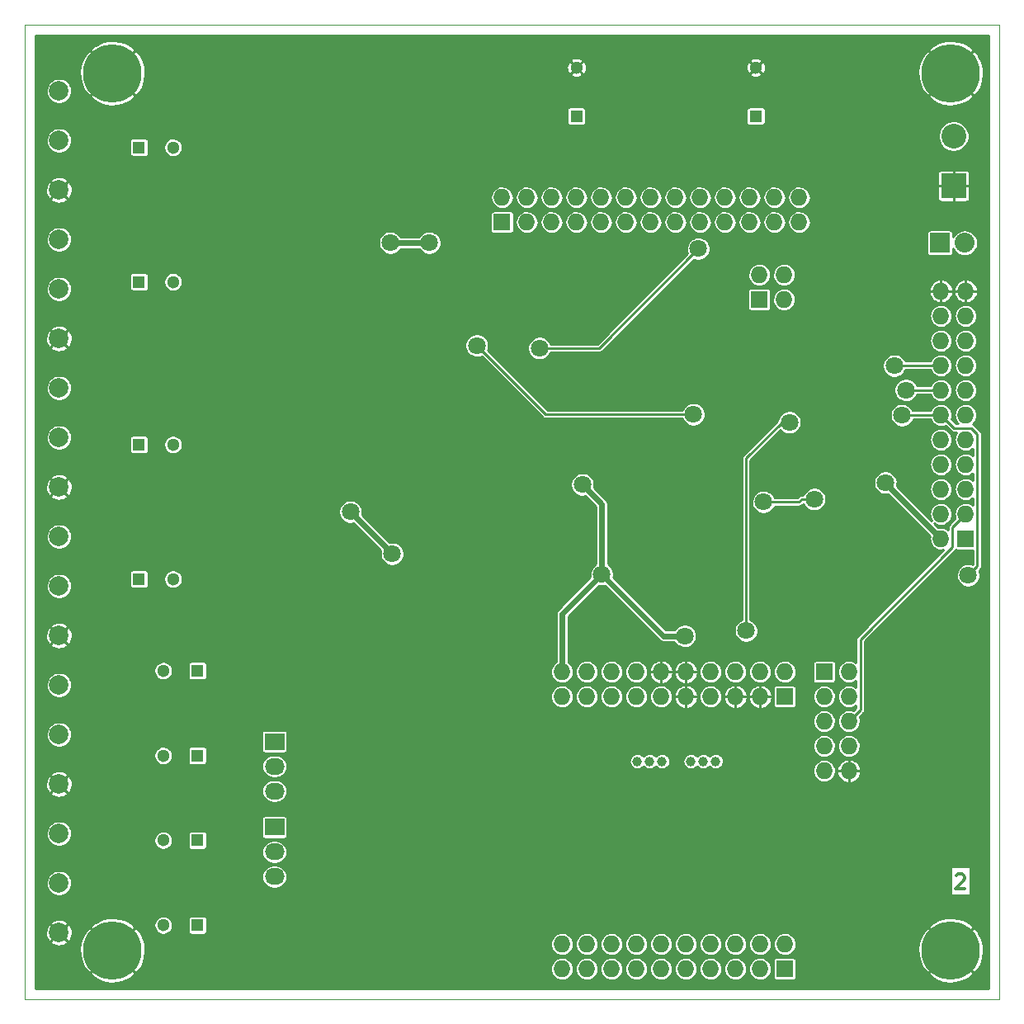
<source format=gbr>
G04 #@! TF.FileFunction,Copper,L2,Bot,Signal*
%FSLAX46Y46*%
G04 Gerber Fmt 4.6, Leading zero omitted, Abs format (unit mm)*
G04 Created by KiCad (PCBNEW 4.0.2-stable) date Montag, 25. April 2016 19:54:46*
%MOMM*%
G01*
G04 APERTURE LIST*
%ADD10C,0.100000*%
%ADD11C,0.300000*%
%ADD12R,1.727200X1.727200*%
%ADD13O,1.727200X1.727200*%
%ADD14R,2.540000X2.540000*%
%ADD15C,2.540000*%
%ADD16R,2.032000X2.032000*%
%ADD17O,2.032000X2.032000*%
%ADD18C,1.300000*%
%ADD19R,1.300000X1.300000*%
%ADD20R,2.032000X1.727200*%
%ADD21O,2.032000X1.727200*%
%ADD22C,2.000000*%
%ADD23C,6.000000*%
%ADD24C,1.000000*%
%ADD25C,1.800000*%
%ADD26C,0.600000*%
%ADD27C,0.250000*%
G04 APERTURE END LIST*
D10*
D11*
X195571429Y-137321429D02*
X195642858Y-137250000D01*
X195785715Y-137178571D01*
X196142858Y-137178571D01*
X196285715Y-137250000D01*
X196357144Y-137321429D01*
X196428572Y-137464286D01*
X196428572Y-137607143D01*
X196357144Y-137821429D01*
X195500001Y-138678571D01*
X196428572Y-138678571D01*
D10*
X200000000Y-150000000D02*
X200000000Y-50000000D01*
X100000000Y-150000000D02*
X200000000Y-150000000D01*
X100000000Y-50000000D02*
X200000000Y-50000000D01*
X100000000Y-150000000D02*
X100000000Y-50000000D01*
D12*
X148966000Y-70285732D03*
D13*
X148966000Y-67745732D03*
X151506000Y-70285732D03*
X151506000Y-67745732D03*
X154046000Y-70285732D03*
X154046000Y-67745732D03*
X156586000Y-70285732D03*
X156586000Y-67745732D03*
X159126000Y-70285732D03*
X159126000Y-67745732D03*
X161666000Y-70285732D03*
X161666000Y-67745732D03*
X164206000Y-70285732D03*
X164206000Y-67745732D03*
X166746000Y-70285732D03*
X166746000Y-67745732D03*
X169286000Y-70285732D03*
X169286000Y-67745732D03*
X171826000Y-70285732D03*
X171826000Y-67745732D03*
X174366000Y-70285732D03*
X174366000Y-67745732D03*
X176906000Y-70285732D03*
X176906000Y-67745732D03*
X179446000Y-70285732D03*
X179446000Y-67745732D03*
D12*
X175360000Y-78200000D03*
D13*
X175360000Y-75660000D03*
X177900000Y-78200000D03*
X177900000Y-75660000D03*
D12*
X182000000Y-116420000D03*
D13*
X184540000Y-116420000D03*
X182000000Y-118960000D03*
X184540000Y-118960000D03*
X182000000Y-121500000D03*
X184540000Y-121500000D03*
X182000000Y-124040000D03*
X184540000Y-124040000D03*
X182000000Y-126580000D03*
X184540000Y-126580000D03*
D12*
X196540000Y-102750000D03*
D13*
X194000000Y-102750000D03*
X196540000Y-100210000D03*
X194000000Y-100210000D03*
X196540000Y-97670000D03*
X194000000Y-97670000D03*
X196540000Y-95130000D03*
X194000000Y-95130000D03*
X196540000Y-92590000D03*
X194000000Y-92590000D03*
X196540000Y-90050000D03*
X194000000Y-90050000D03*
X196540000Y-87510000D03*
X194000000Y-87510000D03*
X196540000Y-84970000D03*
X194000000Y-84970000D03*
X196540000Y-82430000D03*
X194000000Y-82430000D03*
X196540000Y-79890000D03*
X194000000Y-79890000D03*
X196540000Y-77350000D03*
X194000000Y-77350000D03*
D14*
X195300000Y-66540000D03*
D15*
X195300000Y-61460000D03*
D16*
X193900000Y-72400000D03*
D17*
X196440000Y-72400000D03*
D18*
X114200000Y-116300000D03*
D19*
X117700000Y-116300000D03*
D18*
X114200000Y-125000000D03*
D19*
X117700000Y-125000000D03*
D18*
X114200000Y-133700000D03*
D19*
X117700000Y-133700000D03*
D18*
X114200000Y-142400000D03*
D19*
X117700000Y-142400000D03*
D18*
X115200000Y-62600000D03*
D19*
X111700000Y-62600000D03*
D18*
X115200000Y-76400000D03*
D19*
X111700000Y-76400000D03*
D18*
X115200000Y-93100000D03*
D19*
X111700000Y-93100000D03*
D18*
X115200000Y-106900000D03*
D19*
X111700000Y-106900000D03*
D20*
X125600000Y-123560000D03*
D21*
X125600000Y-126100000D03*
X125600000Y-128640000D03*
D20*
X125600000Y-132360000D03*
D21*
X125600000Y-134900000D03*
X125600000Y-137440000D03*
D22*
X103500000Y-117780000D03*
X103500000Y-122860000D03*
X103500000Y-127940000D03*
X103500000Y-133020000D03*
X103500000Y-138100000D03*
X103500000Y-143180000D03*
X103500000Y-56820000D03*
X103500000Y-61900000D03*
X103500000Y-66980000D03*
X103500000Y-72060000D03*
X103500000Y-77140000D03*
X103500000Y-82220000D03*
X103500000Y-87300000D03*
X103500000Y-92380000D03*
X103500000Y-97460000D03*
X103500000Y-102540000D03*
X103500000Y-107620000D03*
X103500000Y-112700000D03*
D23*
X109000000Y-55000000D03*
X109000000Y-145000000D03*
X195000000Y-55000000D03*
X195000000Y-145000000D03*
D19*
X175000000Y-59400000D03*
D18*
X175000000Y-54400000D03*
D19*
X156600000Y-59400000D03*
D18*
X156600000Y-54400000D03*
D12*
X177983679Y-118951537D03*
D13*
X177983679Y-116411537D03*
X175443679Y-118951537D03*
X175443679Y-116411537D03*
X172903679Y-118951537D03*
X172903679Y-116411537D03*
X170363679Y-118951537D03*
X170363679Y-116411537D03*
X167823679Y-118951537D03*
X167823679Y-116411537D03*
X165283679Y-118951537D03*
X165283679Y-116411537D03*
X162743679Y-118951537D03*
X162743679Y-116411537D03*
X160203679Y-118951537D03*
X160203679Y-116411537D03*
X157663679Y-118951537D03*
X157663679Y-116411537D03*
X155123679Y-118951537D03*
X155123679Y-116411537D03*
D12*
X177983679Y-146891537D03*
D13*
X177983679Y-144351537D03*
X175443679Y-146891537D03*
X175443679Y-144351537D03*
X172903679Y-146891537D03*
X172903679Y-144351537D03*
X170363679Y-146891537D03*
X170363679Y-144351537D03*
X167823679Y-146891537D03*
X167823679Y-144351537D03*
X165283679Y-146891537D03*
X165283679Y-144351537D03*
X162743679Y-146891537D03*
X162743679Y-144351537D03*
X160203679Y-146891537D03*
X160203679Y-144351537D03*
X157663679Y-146891537D03*
X157663679Y-144351537D03*
X155123679Y-146891537D03*
X155123679Y-144351537D03*
D24*
X169600000Y-125600000D03*
X170870000Y-125600000D03*
X168330000Y-125600000D03*
X164100000Y-125600000D03*
X165370000Y-125600000D03*
X162830000Y-125600000D03*
D25*
X181000000Y-93400000D03*
X177750000Y-105500000D03*
X137700000Y-104300000D03*
X133400000Y-100000000D03*
X137500000Y-72400000D03*
X141500000Y-72400000D03*
X157200000Y-97200000D03*
X188300000Y-97000000D03*
X167698645Y-112724467D03*
X159200000Y-106400000D03*
X178454210Y-90815895D03*
X174000000Y-112200000D03*
X168600000Y-90000000D03*
X146367787Y-82915251D03*
X169111732Y-73000000D03*
X152800000Y-83200000D03*
X181000000Y-98700000D03*
X175799938Y-98988959D03*
X196800000Y-106500000D03*
X190000000Y-90100000D03*
X190400000Y-87500000D03*
X189200000Y-85000000D03*
D26*
X159200000Y-105300000D02*
X159200000Y-100400000D01*
X159200000Y-99200000D02*
X159200000Y-100400000D01*
X157200000Y-97200000D02*
X159200000Y-99200000D01*
X140300000Y-72400000D02*
X137500000Y-72400000D01*
X140900000Y-72400000D02*
X140300000Y-72400000D01*
X140300000Y-72400000D02*
X141500000Y-72400000D01*
X133400000Y-100000000D02*
X137700000Y-104300000D01*
X194000000Y-102750000D02*
X188300000Y-97050000D01*
X188300000Y-97050000D02*
X188300000Y-97000000D01*
X159200000Y-105300000D02*
X159200000Y-104744567D01*
X159200000Y-106400000D02*
X159200000Y-105300000D01*
X155123679Y-116411537D02*
X155123679Y-110476321D01*
X155123679Y-110476321D02*
X159200000Y-106400000D01*
X167698645Y-112724467D02*
X165524467Y-112724467D01*
X165524467Y-112724467D02*
X159200000Y-106400000D01*
X167698645Y-112724467D02*
X167700021Y-112723091D01*
D27*
X174000000Y-109900000D02*
X174000000Y-111600000D01*
X174000000Y-94500000D02*
X174000000Y-109900000D01*
X174000000Y-109900000D02*
X174000000Y-112200000D01*
X178454210Y-90815895D02*
X177684105Y-90815895D01*
X177684105Y-90815895D02*
X174000000Y-94500000D01*
X146367787Y-82915251D02*
X152500000Y-89047464D01*
X152500000Y-89047464D02*
X153002051Y-89549515D01*
X168600000Y-90000000D02*
X153452536Y-90000000D01*
X153452536Y-90000000D02*
X152500000Y-89047464D01*
X158911732Y-83200000D02*
X169111732Y-73000000D01*
X152800000Y-83200000D02*
X158911732Y-83200000D01*
X195188601Y-103611399D02*
X185728601Y-113071399D01*
X185728601Y-113071399D02*
X185728601Y-120311399D01*
X185728601Y-120311399D02*
X185403599Y-120636401D01*
X185403599Y-120636401D02*
X184540000Y-121500000D01*
X196540000Y-100210000D02*
X195188601Y-101561399D01*
X195188601Y-101561399D02*
X195188601Y-103611399D01*
X175799938Y-98988959D02*
X178500000Y-98988959D01*
X179438249Y-98988959D02*
X178500000Y-98988959D01*
X181000000Y-98700000D02*
X179727208Y-98700000D01*
X179727208Y-98700000D02*
X179438249Y-98988959D01*
X197728601Y-105571399D02*
X196800000Y-106500000D01*
X197728601Y-94559471D02*
X197728601Y-105571399D01*
X197728601Y-105571399D02*
X197700000Y-105600000D01*
X197728601Y-92019471D02*
X197728601Y-94559471D01*
X194000000Y-90050000D02*
X195351399Y-91401399D01*
X195351399Y-91401399D02*
X197110529Y-91401399D01*
X197110529Y-91401399D02*
X197728601Y-92019471D01*
X194000000Y-90050000D02*
X190050000Y-90050000D01*
X190050000Y-90050000D02*
X190000000Y-90100000D01*
X194000000Y-87510000D02*
X190410000Y-87510000D01*
X190410000Y-87510000D02*
X190400000Y-87500000D01*
X194000000Y-84970000D02*
X189230000Y-84970000D01*
X189230000Y-84970000D02*
X189200000Y-85000000D01*
X193970000Y-85000000D02*
X194000000Y-84970000D01*
G36*
X198875000Y-148875000D02*
X101125000Y-148875000D01*
X101125000Y-147332629D01*
X106668079Y-147332629D01*
X107006440Y-147744751D01*
X107580219Y-148080936D01*
X108208561Y-148298722D01*
X108867316Y-148389741D01*
X109531172Y-148350493D01*
X110174614Y-148182488D01*
X110772916Y-147892181D01*
X110993560Y-147744751D01*
X111331921Y-147332629D01*
X109000000Y-145000707D01*
X106668079Y-147332629D01*
X101125000Y-147332629D01*
X101125000Y-144867316D01*
X105610259Y-144867316D01*
X105649507Y-145531172D01*
X105817512Y-146174614D01*
X106107819Y-146772916D01*
X106255249Y-146993560D01*
X106667371Y-147331921D01*
X108999293Y-145000000D01*
X109000707Y-145000000D01*
X111332629Y-147331921D01*
X111744751Y-146993560D01*
X111809389Y-146883239D01*
X153929357Y-146883239D01*
X153950381Y-147114258D01*
X154015877Y-147336794D01*
X154123350Y-147542371D01*
X154268706Y-147723157D01*
X154446408Y-147872267D01*
X154649689Y-147984021D01*
X154870804Y-148054163D01*
X155101333Y-148080021D01*
X155117928Y-148080137D01*
X155129430Y-148080137D01*
X155360297Y-148057500D01*
X155582370Y-147990452D01*
X155787191Y-147881547D01*
X155966958Y-147734933D01*
X156114824Y-147556194D01*
X156225157Y-147352138D01*
X156293753Y-147130538D01*
X156318001Y-146899835D01*
X156316491Y-146883239D01*
X156469357Y-146883239D01*
X156490381Y-147114258D01*
X156555877Y-147336794D01*
X156663350Y-147542371D01*
X156808706Y-147723157D01*
X156986408Y-147872267D01*
X157189689Y-147984021D01*
X157410804Y-148054163D01*
X157641333Y-148080021D01*
X157657928Y-148080137D01*
X157669430Y-148080137D01*
X157900297Y-148057500D01*
X158122370Y-147990452D01*
X158327191Y-147881547D01*
X158506958Y-147734933D01*
X158654824Y-147556194D01*
X158765157Y-147352138D01*
X158833753Y-147130538D01*
X158858001Y-146899835D01*
X158856491Y-146883239D01*
X159009357Y-146883239D01*
X159030381Y-147114258D01*
X159095877Y-147336794D01*
X159203350Y-147542371D01*
X159348706Y-147723157D01*
X159526408Y-147872267D01*
X159729689Y-147984021D01*
X159950804Y-148054163D01*
X160181333Y-148080021D01*
X160197928Y-148080137D01*
X160209430Y-148080137D01*
X160440297Y-148057500D01*
X160662370Y-147990452D01*
X160867191Y-147881547D01*
X161046958Y-147734933D01*
X161194824Y-147556194D01*
X161305157Y-147352138D01*
X161373753Y-147130538D01*
X161398001Y-146899835D01*
X161396491Y-146883239D01*
X161549357Y-146883239D01*
X161570381Y-147114258D01*
X161635877Y-147336794D01*
X161743350Y-147542371D01*
X161888706Y-147723157D01*
X162066408Y-147872267D01*
X162269689Y-147984021D01*
X162490804Y-148054163D01*
X162721333Y-148080021D01*
X162737928Y-148080137D01*
X162749430Y-148080137D01*
X162980297Y-148057500D01*
X163202370Y-147990452D01*
X163407191Y-147881547D01*
X163586958Y-147734933D01*
X163734824Y-147556194D01*
X163845157Y-147352138D01*
X163913753Y-147130538D01*
X163938001Y-146899835D01*
X163936491Y-146883239D01*
X164089357Y-146883239D01*
X164110381Y-147114258D01*
X164175877Y-147336794D01*
X164283350Y-147542371D01*
X164428706Y-147723157D01*
X164606408Y-147872267D01*
X164809689Y-147984021D01*
X165030804Y-148054163D01*
X165261333Y-148080021D01*
X165277928Y-148080137D01*
X165289430Y-148080137D01*
X165520297Y-148057500D01*
X165742370Y-147990452D01*
X165947191Y-147881547D01*
X166126958Y-147734933D01*
X166274824Y-147556194D01*
X166385157Y-147352138D01*
X166453753Y-147130538D01*
X166478001Y-146899835D01*
X166476491Y-146883239D01*
X166629357Y-146883239D01*
X166650381Y-147114258D01*
X166715877Y-147336794D01*
X166823350Y-147542371D01*
X166968706Y-147723157D01*
X167146408Y-147872267D01*
X167349689Y-147984021D01*
X167570804Y-148054163D01*
X167801333Y-148080021D01*
X167817928Y-148080137D01*
X167829430Y-148080137D01*
X168060297Y-148057500D01*
X168282370Y-147990452D01*
X168487191Y-147881547D01*
X168666958Y-147734933D01*
X168814824Y-147556194D01*
X168925157Y-147352138D01*
X168993753Y-147130538D01*
X169018001Y-146899835D01*
X169016491Y-146883239D01*
X169169357Y-146883239D01*
X169190381Y-147114258D01*
X169255877Y-147336794D01*
X169363350Y-147542371D01*
X169508706Y-147723157D01*
X169686408Y-147872267D01*
X169889689Y-147984021D01*
X170110804Y-148054163D01*
X170341333Y-148080021D01*
X170357928Y-148080137D01*
X170369430Y-148080137D01*
X170600297Y-148057500D01*
X170822370Y-147990452D01*
X171027191Y-147881547D01*
X171206958Y-147734933D01*
X171354824Y-147556194D01*
X171465157Y-147352138D01*
X171533753Y-147130538D01*
X171558001Y-146899835D01*
X171556491Y-146883239D01*
X171709357Y-146883239D01*
X171730381Y-147114258D01*
X171795877Y-147336794D01*
X171903350Y-147542371D01*
X172048706Y-147723157D01*
X172226408Y-147872267D01*
X172429689Y-147984021D01*
X172650804Y-148054163D01*
X172881333Y-148080021D01*
X172897928Y-148080137D01*
X172909430Y-148080137D01*
X173140297Y-148057500D01*
X173362370Y-147990452D01*
X173567191Y-147881547D01*
X173746958Y-147734933D01*
X173894824Y-147556194D01*
X174005157Y-147352138D01*
X174073753Y-147130538D01*
X174098001Y-146899835D01*
X174096491Y-146883239D01*
X174249357Y-146883239D01*
X174270381Y-147114258D01*
X174335877Y-147336794D01*
X174443350Y-147542371D01*
X174588706Y-147723157D01*
X174766408Y-147872267D01*
X174969689Y-147984021D01*
X175190804Y-148054163D01*
X175421333Y-148080021D01*
X175437928Y-148080137D01*
X175449430Y-148080137D01*
X175680297Y-148057500D01*
X175902370Y-147990452D01*
X176107191Y-147881547D01*
X176286958Y-147734933D01*
X176434824Y-147556194D01*
X176545157Y-147352138D01*
X176613753Y-147130538D01*
X176638001Y-146899835D01*
X176616977Y-146668816D01*
X176551481Y-146446280D01*
X176444008Y-146240703D01*
X176298652Y-146059917D01*
X176260540Y-146027937D01*
X176793507Y-146027937D01*
X176793507Y-147755137D01*
X176797634Y-147806892D01*
X176824819Y-147894674D01*
X176875382Y-147971407D01*
X176945321Y-148031016D01*
X177029098Y-148068780D01*
X177120079Y-148081709D01*
X178847279Y-148081709D01*
X178899034Y-148077582D01*
X178986816Y-148050397D01*
X179063549Y-147999834D01*
X179123158Y-147929895D01*
X179160922Y-147846118D01*
X179173851Y-147755137D01*
X179173851Y-147332629D01*
X192668079Y-147332629D01*
X193006440Y-147744751D01*
X193580219Y-148080936D01*
X194208561Y-148298722D01*
X194867316Y-148389741D01*
X195531172Y-148350493D01*
X196174614Y-148182488D01*
X196772916Y-147892181D01*
X196993560Y-147744751D01*
X197331921Y-147332629D01*
X195000000Y-145000707D01*
X192668079Y-147332629D01*
X179173851Y-147332629D01*
X179173851Y-146027937D01*
X179169724Y-145976182D01*
X179142539Y-145888400D01*
X179091976Y-145811667D01*
X179022037Y-145752058D01*
X178938260Y-145714294D01*
X178847279Y-145701365D01*
X177120079Y-145701365D01*
X177068324Y-145705492D01*
X176980542Y-145732677D01*
X176903809Y-145783240D01*
X176844200Y-145853179D01*
X176806436Y-145936956D01*
X176793507Y-146027937D01*
X176260540Y-146027937D01*
X176120950Y-145910807D01*
X175917669Y-145799053D01*
X175696554Y-145728911D01*
X175466025Y-145703053D01*
X175449430Y-145702937D01*
X175437928Y-145702937D01*
X175207061Y-145725574D01*
X174984988Y-145792622D01*
X174780167Y-145901527D01*
X174600400Y-146048141D01*
X174452534Y-146226880D01*
X174342201Y-146430936D01*
X174273605Y-146652536D01*
X174249357Y-146883239D01*
X174096491Y-146883239D01*
X174076977Y-146668816D01*
X174011481Y-146446280D01*
X173904008Y-146240703D01*
X173758652Y-146059917D01*
X173580950Y-145910807D01*
X173377669Y-145799053D01*
X173156554Y-145728911D01*
X172926025Y-145703053D01*
X172909430Y-145702937D01*
X172897928Y-145702937D01*
X172667061Y-145725574D01*
X172444988Y-145792622D01*
X172240167Y-145901527D01*
X172060400Y-146048141D01*
X171912534Y-146226880D01*
X171802201Y-146430936D01*
X171733605Y-146652536D01*
X171709357Y-146883239D01*
X171556491Y-146883239D01*
X171536977Y-146668816D01*
X171471481Y-146446280D01*
X171364008Y-146240703D01*
X171218652Y-146059917D01*
X171040950Y-145910807D01*
X170837669Y-145799053D01*
X170616554Y-145728911D01*
X170386025Y-145703053D01*
X170369430Y-145702937D01*
X170357928Y-145702937D01*
X170127061Y-145725574D01*
X169904988Y-145792622D01*
X169700167Y-145901527D01*
X169520400Y-146048141D01*
X169372534Y-146226880D01*
X169262201Y-146430936D01*
X169193605Y-146652536D01*
X169169357Y-146883239D01*
X169016491Y-146883239D01*
X168996977Y-146668816D01*
X168931481Y-146446280D01*
X168824008Y-146240703D01*
X168678652Y-146059917D01*
X168500950Y-145910807D01*
X168297669Y-145799053D01*
X168076554Y-145728911D01*
X167846025Y-145703053D01*
X167829430Y-145702937D01*
X167817928Y-145702937D01*
X167587061Y-145725574D01*
X167364988Y-145792622D01*
X167160167Y-145901527D01*
X166980400Y-146048141D01*
X166832534Y-146226880D01*
X166722201Y-146430936D01*
X166653605Y-146652536D01*
X166629357Y-146883239D01*
X166476491Y-146883239D01*
X166456977Y-146668816D01*
X166391481Y-146446280D01*
X166284008Y-146240703D01*
X166138652Y-146059917D01*
X165960950Y-145910807D01*
X165757669Y-145799053D01*
X165536554Y-145728911D01*
X165306025Y-145703053D01*
X165289430Y-145702937D01*
X165277928Y-145702937D01*
X165047061Y-145725574D01*
X164824988Y-145792622D01*
X164620167Y-145901527D01*
X164440400Y-146048141D01*
X164292534Y-146226880D01*
X164182201Y-146430936D01*
X164113605Y-146652536D01*
X164089357Y-146883239D01*
X163936491Y-146883239D01*
X163916977Y-146668816D01*
X163851481Y-146446280D01*
X163744008Y-146240703D01*
X163598652Y-146059917D01*
X163420950Y-145910807D01*
X163217669Y-145799053D01*
X162996554Y-145728911D01*
X162766025Y-145703053D01*
X162749430Y-145702937D01*
X162737928Y-145702937D01*
X162507061Y-145725574D01*
X162284988Y-145792622D01*
X162080167Y-145901527D01*
X161900400Y-146048141D01*
X161752534Y-146226880D01*
X161642201Y-146430936D01*
X161573605Y-146652536D01*
X161549357Y-146883239D01*
X161396491Y-146883239D01*
X161376977Y-146668816D01*
X161311481Y-146446280D01*
X161204008Y-146240703D01*
X161058652Y-146059917D01*
X160880950Y-145910807D01*
X160677669Y-145799053D01*
X160456554Y-145728911D01*
X160226025Y-145703053D01*
X160209430Y-145702937D01*
X160197928Y-145702937D01*
X159967061Y-145725574D01*
X159744988Y-145792622D01*
X159540167Y-145901527D01*
X159360400Y-146048141D01*
X159212534Y-146226880D01*
X159102201Y-146430936D01*
X159033605Y-146652536D01*
X159009357Y-146883239D01*
X158856491Y-146883239D01*
X158836977Y-146668816D01*
X158771481Y-146446280D01*
X158664008Y-146240703D01*
X158518652Y-146059917D01*
X158340950Y-145910807D01*
X158137669Y-145799053D01*
X157916554Y-145728911D01*
X157686025Y-145703053D01*
X157669430Y-145702937D01*
X157657928Y-145702937D01*
X157427061Y-145725574D01*
X157204988Y-145792622D01*
X157000167Y-145901527D01*
X156820400Y-146048141D01*
X156672534Y-146226880D01*
X156562201Y-146430936D01*
X156493605Y-146652536D01*
X156469357Y-146883239D01*
X156316491Y-146883239D01*
X156296977Y-146668816D01*
X156231481Y-146446280D01*
X156124008Y-146240703D01*
X155978652Y-146059917D01*
X155800950Y-145910807D01*
X155597669Y-145799053D01*
X155376554Y-145728911D01*
X155146025Y-145703053D01*
X155129430Y-145702937D01*
X155117928Y-145702937D01*
X154887061Y-145725574D01*
X154664988Y-145792622D01*
X154460167Y-145901527D01*
X154280400Y-146048141D01*
X154132534Y-146226880D01*
X154022201Y-146430936D01*
X153953605Y-146652536D01*
X153929357Y-146883239D01*
X111809389Y-146883239D01*
X112080936Y-146419781D01*
X112298722Y-145791439D01*
X112389741Y-145132684D01*
X112350493Y-144468828D01*
X112317702Y-144343239D01*
X153929357Y-144343239D01*
X153950381Y-144574258D01*
X154015877Y-144796794D01*
X154123350Y-145002371D01*
X154268706Y-145183157D01*
X154446408Y-145332267D01*
X154649689Y-145444021D01*
X154870804Y-145514163D01*
X155101333Y-145540021D01*
X155117928Y-145540137D01*
X155129430Y-145540137D01*
X155360297Y-145517500D01*
X155582370Y-145450452D01*
X155787191Y-145341547D01*
X155966958Y-145194933D01*
X156114824Y-145016194D01*
X156225157Y-144812138D01*
X156293753Y-144590538D01*
X156318001Y-144359835D01*
X156316491Y-144343239D01*
X156469357Y-144343239D01*
X156490381Y-144574258D01*
X156555877Y-144796794D01*
X156663350Y-145002371D01*
X156808706Y-145183157D01*
X156986408Y-145332267D01*
X157189689Y-145444021D01*
X157410804Y-145514163D01*
X157641333Y-145540021D01*
X157657928Y-145540137D01*
X157669430Y-145540137D01*
X157900297Y-145517500D01*
X158122370Y-145450452D01*
X158327191Y-145341547D01*
X158506958Y-145194933D01*
X158654824Y-145016194D01*
X158765157Y-144812138D01*
X158833753Y-144590538D01*
X158858001Y-144359835D01*
X158856491Y-144343239D01*
X159009357Y-144343239D01*
X159030381Y-144574258D01*
X159095877Y-144796794D01*
X159203350Y-145002371D01*
X159348706Y-145183157D01*
X159526408Y-145332267D01*
X159729689Y-145444021D01*
X159950804Y-145514163D01*
X160181333Y-145540021D01*
X160197928Y-145540137D01*
X160209430Y-145540137D01*
X160440297Y-145517500D01*
X160662370Y-145450452D01*
X160867191Y-145341547D01*
X161046958Y-145194933D01*
X161194824Y-145016194D01*
X161305157Y-144812138D01*
X161373753Y-144590538D01*
X161398001Y-144359835D01*
X161396491Y-144343239D01*
X161549357Y-144343239D01*
X161570381Y-144574258D01*
X161635877Y-144796794D01*
X161743350Y-145002371D01*
X161888706Y-145183157D01*
X162066408Y-145332267D01*
X162269689Y-145444021D01*
X162490804Y-145514163D01*
X162721333Y-145540021D01*
X162737928Y-145540137D01*
X162749430Y-145540137D01*
X162980297Y-145517500D01*
X163202370Y-145450452D01*
X163407191Y-145341547D01*
X163586958Y-145194933D01*
X163734824Y-145016194D01*
X163845157Y-144812138D01*
X163913753Y-144590538D01*
X163938001Y-144359835D01*
X163936491Y-144343239D01*
X164089357Y-144343239D01*
X164110381Y-144574258D01*
X164175877Y-144796794D01*
X164283350Y-145002371D01*
X164428706Y-145183157D01*
X164606408Y-145332267D01*
X164809689Y-145444021D01*
X165030804Y-145514163D01*
X165261333Y-145540021D01*
X165277928Y-145540137D01*
X165289430Y-145540137D01*
X165520297Y-145517500D01*
X165742370Y-145450452D01*
X165947191Y-145341547D01*
X166126958Y-145194933D01*
X166274824Y-145016194D01*
X166385157Y-144812138D01*
X166453753Y-144590538D01*
X166478001Y-144359835D01*
X166476491Y-144343239D01*
X166629357Y-144343239D01*
X166650381Y-144574258D01*
X166715877Y-144796794D01*
X166823350Y-145002371D01*
X166968706Y-145183157D01*
X167146408Y-145332267D01*
X167349689Y-145444021D01*
X167570804Y-145514163D01*
X167801333Y-145540021D01*
X167817928Y-145540137D01*
X167829430Y-145540137D01*
X168060297Y-145517500D01*
X168282370Y-145450452D01*
X168487191Y-145341547D01*
X168666958Y-145194933D01*
X168814824Y-145016194D01*
X168925157Y-144812138D01*
X168993753Y-144590538D01*
X169018001Y-144359835D01*
X169016491Y-144343239D01*
X169169357Y-144343239D01*
X169190381Y-144574258D01*
X169255877Y-144796794D01*
X169363350Y-145002371D01*
X169508706Y-145183157D01*
X169686408Y-145332267D01*
X169889689Y-145444021D01*
X170110804Y-145514163D01*
X170341333Y-145540021D01*
X170357928Y-145540137D01*
X170369430Y-145540137D01*
X170600297Y-145517500D01*
X170822370Y-145450452D01*
X171027191Y-145341547D01*
X171206958Y-145194933D01*
X171354824Y-145016194D01*
X171465157Y-144812138D01*
X171533753Y-144590538D01*
X171558001Y-144359835D01*
X171556491Y-144343239D01*
X171709357Y-144343239D01*
X171730381Y-144574258D01*
X171795877Y-144796794D01*
X171903350Y-145002371D01*
X172048706Y-145183157D01*
X172226408Y-145332267D01*
X172429689Y-145444021D01*
X172650804Y-145514163D01*
X172881333Y-145540021D01*
X172897928Y-145540137D01*
X172909430Y-145540137D01*
X173140297Y-145517500D01*
X173362370Y-145450452D01*
X173567191Y-145341547D01*
X173746958Y-145194933D01*
X173894824Y-145016194D01*
X174005157Y-144812138D01*
X174073753Y-144590538D01*
X174098001Y-144359835D01*
X174096491Y-144343239D01*
X174249357Y-144343239D01*
X174270381Y-144574258D01*
X174335877Y-144796794D01*
X174443350Y-145002371D01*
X174588706Y-145183157D01*
X174766408Y-145332267D01*
X174969689Y-145444021D01*
X175190804Y-145514163D01*
X175421333Y-145540021D01*
X175437928Y-145540137D01*
X175449430Y-145540137D01*
X175680297Y-145517500D01*
X175902370Y-145450452D01*
X176107191Y-145341547D01*
X176286958Y-145194933D01*
X176434824Y-145016194D01*
X176545157Y-144812138D01*
X176613753Y-144590538D01*
X176638001Y-144359835D01*
X176636491Y-144343239D01*
X176789357Y-144343239D01*
X176810381Y-144574258D01*
X176875877Y-144796794D01*
X176983350Y-145002371D01*
X177128706Y-145183157D01*
X177306408Y-145332267D01*
X177509689Y-145444021D01*
X177730804Y-145514163D01*
X177961333Y-145540021D01*
X177977928Y-145540137D01*
X177989430Y-145540137D01*
X178220297Y-145517500D01*
X178442370Y-145450452D01*
X178647191Y-145341547D01*
X178826958Y-145194933D01*
X178974824Y-145016194D01*
X179055322Y-144867316D01*
X191610259Y-144867316D01*
X191649507Y-145531172D01*
X191817512Y-146174614D01*
X192107819Y-146772916D01*
X192255249Y-146993560D01*
X192667371Y-147331921D01*
X194999293Y-145000000D01*
X195000707Y-145000000D01*
X197332629Y-147331921D01*
X197744751Y-146993560D01*
X198080936Y-146419781D01*
X198298722Y-145791439D01*
X198389741Y-145132684D01*
X198350493Y-144468828D01*
X198182488Y-143825386D01*
X197892181Y-143227084D01*
X197744751Y-143006440D01*
X197332629Y-142668079D01*
X195000707Y-145000000D01*
X194999293Y-145000000D01*
X192667371Y-142668079D01*
X192255249Y-143006440D01*
X191919064Y-143580219D01*
X191701278Y-144208561D01*
X191610259Y-144867316D01*
X179055322Y-144867316D01*
X179085157Y-144812138D01*
X179153753Y-144590538D01*
X179178001Y-144359835D01*
X179156977Y-144128816D01*
X179091481Y-143906280D01*
X178984008Y-143700703D01*
X178838652Y-143519917D01*
X178660950Y-143370807D01*
X178457669Y-143259053D01*
X178236554Y-143188911D01*
X178006025Y-143163053D01*
X177989430Y-143162937D01*
X177977928Y-143162937D01*
X177747061Y-143185574D01*
X177524988Y-143252622D01*
X177320167Y-143361527D01*
X177140400Y-143508141D01*
X176992534Y-143686880D01*
X176882201Y-143890936D01*
X176813605Y-144112536D01*
X176789357Y-144343239D01*
X176636491Y-144343239D01*
X176616977Y-144128816D01*
X176551481Y-143906280D01*
X176444008Y-143700703D01*
X176298652Y-143519917D01*
X176120950Y-143370807D01*
X175917669Y-143259053D01*
X175696554Y-143188911D01*
X175466025Y-143163053D01*
X175449430Y-143162937D01*
X175437928Y-143162937D01*
X175207061Y-143185574D01*
X174984988Y-143252622D01*
X174780167Y-143361527D01*
X174600400Y-143508141D01*
X174452534Y-143686880D01*
X174342201Y-143890936D01*
X174273605Y-144112536D01*
X174249357Y-144343239D01*
X174096491Y-144343239D01*
X174076977Y-144128816D01*
X174011481Y-143906280D01*
X173904008Y-143700703D01*
X173758652Y-143519917D01*
X173580950Y-143370807D01*
X173377669Y-143259053D01*
X173156554Y-143188911D01*
X172926025Y-143163053D01*
X172909430Y-143162937D01*
X172897928Y-143162937D01*
X172667061Y-143185574D01*
X172444988Y-143252622D01*
X172240167Y-143361527D01*
X172060400Y-143508141D01*
X171912534Y-143686880D01*
X171802201Y-143890936D01*
X171733605Y-144112536D01*
X171709357Y-144343239D01*
X171556491Y-144343239D01*
X171536977Y-144128816D01*
X171471481Y-143906280D01*
X171364008Y-143700703D01*
X171218652Y-143519917D01*
X171040950Y-143370807D01*
X170837669Y-143259053D01*
X170616554Y-143188911D01*
X170386025Y-143163053D01*
X170369430Y-143162937D01*
X170357928Y-143162937D01*
X170127061Y-143185574D01*
X169904988Y-143252622D01*
X169700167Y-143361527D01*
X169520400Y-143508141D01*
X169372534Y-143686880D01*
X169262201Y-143890936D01*
X169193605Y-144112536D01*
X169169357Y-144343239D01*
X169016491Y-144343239D01*
X168996977Y-144128816D01*
X168931481Y-143906280D01*
X168824008Y-143700703D01*
X168678652Y-143519917D01*
X168500950Y-143370807D01*
X168297669Y-143259053D01*
X168076554Y-143188911D01*
X167846025Y-143163053D01*
X167829430Y-143162937D01*
X167817928Y-143162937D01*
X167587061Y-143185574D01*
X167364988Y-143252622D01*
X167160167Y-143361527D01*
X166980400Y-143508141D01*
X166832534Y-143686880D01*
X166722201Y-143890936D01*
X166653605Y-144112536D01*
X166629357Y-144343239D01*
X166476491Y-144343239D01*
X166456977Y-144128816D01*
X166391481Y-143906280D01*
X166284008Y-143700703D01*
X166138652Y-143519917D01*
X165960950Y-143370807D01*
X165757669Y-143259053D01*
X165536554Y-143188911D01*
X165306025Y-143163053D01*
X165289430Y-143162937D01*
X165277928Y-143162937D01*
X165047061Y-143185574D01*
X164824988Y-143252622D01*
X164620167Y-143361527D01*
X164440400Y-143508141D01*
X164292534Y-143686880D01*
X164182201Y-143890936D01*
X164113605Y-144112536D01*
X164089357Y-144343239D01*
X163936491Y-144343239D01*
X163916977Y-144128816D01*
X163851481Y-143906280D01*
X163744008Y-143700703D01*
X163598652Y-143519917D01*
X163420950Y-143370807D01*
X163217669Y-143259053D01*
X162996554Y-143188911D01*
X162766025Y-143163053D01*
X162749430Y-143162937D01*
X162737928Y-143162937D01*
X162507061Y-143185574D01*
X162284988Y-143252622D01*
X162080167Y-143361527D01*
X161900400Y-143508141D01*
X161752534Y-143686880D01*
X161642201Y-143890936D01*
X161573605Y-144112536D01*
X161549357Y-144343239D01*
X161396491Y-144343239D01*
X161376977Y-144128816D01*
X161311481Y-143906280D01*
X161204008Y-143700703D01*
X161058652Y-143519917D01*
X160880950Y-143370807D01*
X160677669Y-143259053D01*
X160456554Y-143188911D01*
X160226025Y-143163053D01*
X160209430Y-143162937D01*
X160197928Y-143162937D01*
X159967061Y-143185574D01*
X159744988Y-143252622D01*
X159540167Y-143361527D01*
X159360400Y-143508141D01*
X159212534Y-143686880D01*
X159102201Y-143890936D01*
X159033605Y-144112536D01*
X159009357Y-144343239D01*
X158856491Y-144343239D01*
X158836977Y-144128816D01*
X158771481Y-143906280D01*
X158664008Y-143700703D01*
X158518652Y-143519917D01*
X158340950Y-143370807D01*
X158137669Y-143259053D01*
X157916554Y-143188911D01*
X157686025Y-143163053D01*
X157669430Y-143162937D01*
X157657928Y-143162937D01*
X157427061Y-143185574D01*
X157204988Y-143252622D01*
X157000167Y-143361527D01*
X156820400Y-143508141D01*
X156672534Y-143686880D01*
X156562201Y-143890936D01*
X156493605Y-144112536D01*
X156469357Y-144343239D01*
X156316491Y-144343239D01*
X156296977Y-144128816D01*
X156231481Y-143906280D01*
X156124008Y-143700703D01*
X155978652Y-143519917D01*
X155800950Y-143370807D01*
X155597669Y-143259053D01*
X155376554Y-143188911D01*
X155146025Y-143163053D01*
X155129430Y-143162937D01*
X155117928Y-143162937D01*
X154887061Y-143185574D01*
X154664988Y-143252622D01*
X154460167Y-143361527D01*
X154280400Y-143508141D01*
X154132534Y-143686880D01*
X154022201Y-143890936D01*
X153953605Y-144112536D01*
X153929357Y-144343239D01*
X112317702Y-144343239D01*
X112182488Y-143825386D01*
X111892181Y-143227084D01*
X111744751Y-143006440D01*
X111332629Y-142668079D01*
X109000707Y-145000000D01*
X108999293Y-145000000D01*
X106667371Y-142668079D01*
X106255249Y-143006440D01*
X105919064Y-143580219D01*
X105701278Y-144208561D01*
X105610259Y-144867316D01*
X101125000Y-144867316D01*
X101125000Y-144091572D01*
X102589135Y-144091572D01*
X102687698Y-144298888D01*
X102921590Y-144435861D01*
X103177711Y-144524572D01*
X103446216Y-144561612D01*
X103716788Y-144545557D01*
X103979029Y-144477025D01*
X104222862Y-144358649D01*
X104312302Y-144298888D01*
X104410865Y-144091572D01*
X103500000Y-143180707D01*
X102589135Y-144091572D01*
X101125000Y-144091572D01*
X101125000Y-143126216D01*
X102118388Y-143126216D01*
X102134443Y-143396788D01*
X102202975Y-143659029D01*
X102321351Y-143902862D01*
X102381112Y-143992302D01*
X102588428Y-144090865D01*
X103499293Y-143180000D01*
X103500707Y-143180000D01*
X104411572Y-144090865D01*
X104618888Y-143992302D01*
X104755861Y-143758410D01*
X104844572Y-143502289D01*
X104881612Y-143233784D01*
X104865557Y-142963212D01*
X104797025Y-142700971D01*
X104780713Y-142667371D01*
X106668079Y-142667371D01*
X109000000Y-144999293D01*
X111331921Y-142667371D01*
X111179712Y-142481981D01*
X113223718Y-142481981D01*
X113258235Y-142670047D01*
X113328623Y-142847827D01*
X113432201Y-143008550D01*
X113565025Y-143146093D01*
X113722035Y-143255217D01*
X113897250Y-143331767D01*
X114083998Y-143372826D01*
X114275163Y-143376831D01*
X114463466Y-143343628D01*
X114641733Y-143274482D01*
X114803175Y-143172028D01*
X114941642Y-143040168D01*
X115051860Y-142883924D01*
X115129631Y-142709247D01*
X115171993Y-142522791D01*
X115175042Y-142304396D01*
X115137903Y-142116830D01*
X115065040Y-141940050D01*
X114959227Y-141780790D01*
X114928652Y-141750000D01*
X116723428Y-141750000D01*
X116723428Y-143050000D01*
X116727555Y-143101755D01*
X116754740Y-143189537D01*
X116805303Y-143266270D01*
X116875242Y-143325879D01*
X116959019Y-143363643D01*
X117050000Y-143376572D01*
X118350000Y-143376572D01*
X118401755Y-143372445D01*
X118489537Y-143345260D01*
X118566270Y-143294697D01*
X118625879Y-143224758D01*
X118663643Y-143140981D01*
X118676572Y-143050000D01*
X118676572Y-142667371D01*
X192668079Y-142667371D01*
X195000000Y-144999293D01*
X197331921Y-142667371D01*
X196993560Y-142255249D01*
X196419781Y-141919064D01*
X195791439Y-141701278D01*
X195132684Y-141610259D01*
X194468828Y-141649507D01*
X193825386Y-141817512D01*
X193227084Y-142107819D01*
X193006440Y-142255249D01*
X192668079Y-142667371D01*
X118676572Y-142667371D01*
X118676572Y-141750000D01*
X118672445Y-141698245D01*
X118645260Y-141610463D01*
X118594697Y-141533730D01*
X118524758Y-141474121D01*
X118440981Y-141436357D01*
X118350000Y-141423428D01*
X117050000Y-141423428D01*
X116998245Y-141427555D01*
X116910463Y-141454740D01*
X116833730Y-141505303D01*
X116774121Y-141575242D01*
X116736357Y-141659019D01*
X116723428Y-141750000D01*
X114928652Y-141750000D01*
X114824496Y-141645114D01*
X114665978Y-141538192D01*
X114489710Y-141464097D01*
X114302408Y-141425649D01*
X114111206Y-141424314D01*
X113923385Y-141460143D01*
X113746101Y-141531770D01*
X113586105Y-141636469D01*
X113449492Y-141770249D01*
X113341467Y-141928017D01*
X113266142Y-142103763D01*
X113226388Y-142290792D01*
X113223718Y-142481981D01*
X111179712Y-142481981D01*
X110993560Y-142255249D01*
X110419781Y-141919064D01*
X109791439Y-141701278D01*
X109132684Y-141610259D01*
X108468828Y-141649507D01*
X107825386Y-141817512D01*
X107227084Y-142107819D01*
X107006440Y-142255249D01*
X106668079Y-142667371D01*
X104780713Y-142667371D01*
X104678649Y-142457138D01*
X104618888Y-142367698D01*
X104411572Y-142269135D01*
X103500707Y-143180000D01*
X103499293Y-143180000D01*
X102588428Y-142269135D01*
X102381112Y-142367698D01*
X102244139Y-142601590D01*
X102155428Y-142857711D01*
X102118388Y-143126216D01*
X101125000Y-143126216D01*
X101125000Y-142268428D01*
X102589135Y-142268428D01*
X103500000Y-143179293D01*
X104410865Y-142268428D01*
X104312302Y-142061112D01*
X104078410Y-141924139D01*
X103822289Y-141835428D01*
X103553784Y-141798388D01*
X103283212Y-141814443D01*
X103020971Y-141882975D01*
X102777138Y-142001351D01*
X102687698Y-142061112D01*
X102589135Y-142268428D01*
X101125000Y-142268428D01*
X101125000Y-138211410D01*
X102173258Y-138211410D01*
X102220166Y-138466987D01*
X102315821Y-138708585D01*
X102456582Y-138927003D01*
X102637086Y-139113920D01*
X102850458Y-139262218D01*
X103088571Y-139366247D01*
X103342356Y-139422045D01*
X103602145Y-139427487D01*
X103858043Y-139382365D01*
X104100303Y-139288399D01*
X104319698Y-139149166D01*
X104507872Y-138969971D01*
X104657655Y-138757640D01*
X104763344Y-138520259D01*
X104820912Y-138266870D01*
X104825057Y-137970077D01*
X104774586Y-137715180D01*
X104675566Y-137474940D01*
X104646839Y-137431702D01*
X124252540Y-137431702D01*
X124273564Y-137662721D01*
X124339060Y-137885257D01*
X124446533Y-138090834D01*
X124591889Y-138271620D01*
X124769591Y-138420730D01*
X124972872Y-138532484D01*
X125193987Y-138602626D01*
X125424516Y-138628484D01*
X125441111Y-138628600D01*
X125758889Y-138628600D01*
X125989756Y-138605963D01*
X126211829Y-138538915D01*
X126416650Y-138430010D01*
X126596417Y-138283396D01*
X126744283Y-138104657D01*
X126854616Y-137900601D01*
X126923212Y-137679001D01*
X126947460Y-137448298D01*
X126926436Y-137217279D01*
X126860940Y-136994743D01*
X126753467Y-136789166D01*
X126608111Y-136608380D01*
X126430409Y-136459270D01*
X126277122Y-136375000D01*
X195010715Y-136375000D01*
X195010715Y-139325000D01*
X196989286Y-139325000D01*
X196989286Y-136375000D01*
X195010715Y-136375000D01*
X126277122Y-136375000D01*
X126227128Y-136347516D01*
X126006013Y-136277374D01*
X125775484Y-136251516D01*
X125758889Y-136251400D01*
X125441111Y-136251400D01*
X125210244Y-136274037D01*
X124988171Y-136341085D01*
X124783350Y-136449990D01*
X124603583Y-136596604D01*
X124455717Y-136775343D01*
X124345384Y-136979399D01*
X124276788Y-137200999D01*
X124252540Y-137431702D01*
X104646839Y-137431702D01*
X104531770Y-137258509D01*
X104348673Y-137074130D01*
X104133251Y-136928826D01*
X103893709Y-136828132D01*
X103639170Y-136775883D01*
X103379331Y-136774069D01*
X103124087Y-136822759D01*
X102883163Y-136920099D01*
X102665733Y-137062381D01*
X102480080Y-137244186D01*
X102333276Y-137458588D01*
X102230911Y-137697421D01*
X102176886Y-137951589D01*
X102173258Y-138211410D01*
X101125000Y-138211410D01*
X101125000Y-134891702D01*
X124252540Y-134891702D01*
X124273564Y-135122721D01*
X124339060Y-135345257D01*
X124446533Y-135550834D01*
X124591889Y-135731620D01*
X124769591Y-135880730D01*
X124972872Y-135992484D01*
X125193987Y-136062626D01*
X125424516Y-136088484D01*
X125441111Y-136088600D01*
X125758889Y-136088600D01*
X125989756Y-136065963D01*
X126211829Y-135998915D01*
X126416650Y-135890010D01*
X126596417Y-135743396D01*
X126744283Y-135564657D01*
X126854616Y-135360601D01*
X126923212Y-135139001D01*
X126947460Y-134908298D01*
X126926436Y-134677279D01*
X126860940Y-134454743D01*
X126753467Y-134249166D01*
X126608111Y-134068380D01*
X126430409Y-133919270D01*
X126227128Y-133807516D01*
X126006013Y-133737374D01*
X125775484Y-133711516D01*
X125758889Y-133711400D01*
X125441111Y-133711400D01*
X125210244Y-133734037D01*
X124988171Y-133801085D01*
X124783350Y-133909990D01*
X124603583Y-134056604D01*
X124455717Y-134235343D01*
X124345384Y-134439399D01*
X124276788Y-134660999D01*
X124252540Y-134891702D01*
X101125000Y-134891702D01*
X101125000Y-133131410D01*
X102173258Y-133131410D01*
X102220166Y-133386987D01*
X102315821Y-133628585D01*
X102456582Y-133847003D01*
X102637086Y-134033920D01*
X102850458Y-134182218D01*
X103088571Y-134286247D01*
X103342356Y-134342045D01*
X103602145Y-134347487D01*
X103858043Y-134302365D01*
X104100303Y-134208399D01*
X104319698Y-134069166D01*
X104507872Y-133889971D01*
X104584050Y-133781981D01*
X113223718Y-133781981D01*
X113258235Y-133970047D01*
X113328623Y-134147827D01*
X113432201Y-134308550D01*
X113565025Y-134446093D01*
X113722035Y-134555217D01*
X113897250Y-134631767D01*
X114083998Y-134672826D01*
X114275163Y-134676831D01*
X114463466Y-134643628D01*
X114641733Y-134574482D01*
X114803175Y-134472028D01*
X114941642Y-134340168D01*
X115051860Y-134183924D01*
X115129631Y-134009247D01*
X115171993Y-133822791D01*
X115175042Y-133604396D01*
X115137903Y-133416830D01*
X115065040Y-133240050D01*
X114959227Y-133080790D01*
X114928652Y-133050000D01*
X116723428Y-133050000D01*
X116723428Y-134350000D01*
X116727555Y-134401755D01*
X116754740Y-134489537D01*
X116805303Y-134566270D01*
X116875242Y-134625879D01*
X116959019Y-134663643D01*
X117050000Y-134676572D01*
X118350000Y-134676572D01*
X118401755Y-134672445D01*
X118489537Y-134645260D01*
X118566270Y-134594697D01*
X118625879Y-134524758D01*
X118663643Y-134440981D01*
X118676572Y-134350000D01*
X118676572Y-133050000D01*
X118672445Y-132998245D01*
X118645260Y-132910463D01*
X118594697Y-132833730D01*
X118524758Y-132774121D01*
X118440981Y-132736357D01*
X118350000Y-132723428D01*
X117050000Y-132723428D01*
X116998245Y-132727555D01*
X116910463Y-132754740D01*
X116833730Y-132805303D01*
X116774121Y-132875242D01*
X116736357Y-132959019D01*
X116723428Y-133050000D01*
X114928652Y-133050000D01*
X114824496Y-132945114D01*
X114665978Y-132838192D01*
X114489710Y-132764097D01*
X114302408Y-132725649D01*
X114111206Y-132724314D01*
X113923385Y-132760143D01*
X113746101Y-132831770D01*
X113586105Y-132936469D01*
X113449492Y-133070249D01*
X113341467Y-133228017D01*
X113266142Y-133403763D01*
X113226388Y-133590792D01*
X113223718Y-133781981D01*
X104584050Y-133781981D01*
X104657655Y-133677640D01*
X104763344Y-133440259D01*
X104820912Y-133186870D01*
X104825057Y-132890077D01*
X104774586Y-132635180D01*
X104675566Y-132394940D01*
X104531770Y-132178509D01*
X104348673Y-131994130D01*
X104133251Y-131848826D01*
X103893709Y-131748132D01*
X103639170Y-131695883D01*
X103379331Y-131694069D01*
X103124087Y-131742759D01*
X102883163Y-131840099D01*
X102665733Y-131982381D01*
X102480080Y-132164186D01*
X102333276Y-132378588D01*
X102230911Y-132617421D01*
X102176886Y-132871589D01*
X102173258Y-133131410D01*
X101125000Y-133131410D01*
X101125000Y-131496400D01*
X124257428Y-131496400D01*
X124257428Y-133223600D01*
X124261555Y-133275355D01*
X124288740Y-133363137D01*
X124339303Y-133439870D01*
X124409242Y-133499479D01*
X124493019Y-133537243D01*
X124584000Y-133550172D01*
X126616000Y-133550172D01*
X126667755Y-133546045D01*
X126755537Y-133518860D01*
X126832270Y-133468297D01*
X126891879Y-133398358D01*
X126929643Y-133314581D01*
X126942572Y-133223600D01*
X126942572Y-131496400D01*
X126938445Y-131444645D01*
X126911260Y-131356863D01*
X126860697Y-131280130D01*
X126790758Y-131220521D01*
X126706981Y-131182757D01*
X126616000Y-131169828D01*
X124584000Y-131169828D01*
X124532245Y-131173955D01*
X124444463Y-131201140D01*
X124367730Y-131251703D01*
X124308121Y-131321642D01*
X124270357Y-131405419D01*
X124257428Y-131496400D01*
X101125000Y-131496400D01*
X101125000Y-128851572D01*
X102589135Y-128851572D01*
X102687698Y-129058888D01*
X102921590Y-129195861D01*
X103177711Y-129284572D01*
X103446216Y-129321612D01*
X103716788Y-129305557D01*
X103979029Y-129237025D01*
X104222862Y-129118649D01*
X104312302Y-129058888D01*
X104410865Y-128851572D01*
X103500000Y-127940707D01*
X102589135Y-128851572D01*
X101125000Y-128851572D01*
X101125000Y-127886216D01*
X102118388Y-127886216D01*
X102134443Y-128156788D01*
X102202975Y-128419029D01*
X102321351Y-128662862D01*
X102381112Y-128752302D01*
X102588428Y-128850865D01*
X103499293Y-127940000D01*
X103500707Y-127940000D01*
X104411572Y-128850865D01*
X104618888Y-128752302D01*
X104689514Y-128631702D01*
X124252540Y-128631702D01*
X124273564Y-128862721D01*
X124339060Y-129085257D01*
X124446533Y-129290834D01*
X124591889Y-129471620D01*
X124769591Y-129620730D01*
X124972872Y-129732484D01*
X125193987Y-129802626D01*
X125424516Y-129828484D01*
X125441111Y-129828600D01*
X125758889Y-129828600D01*
X125989756Y-129805963D01*
X126211829Y-129738915D01*
X126416650Y-129630010D01*
X126596417Y-129483396D01*
X126744283Y-129304657D01*
X126854616Y-129100601D01*
X126923212Y-128879001D01*
X126947460Y-128648298D01*
X126926436Y-128417279D01*
X126860940Y-128194743D01*
X126753467Y-127989166D01*
X126608111Y-127808380D01*
X126430409Y-127659270D01*
X126227128Y-127547516D01*
X126006013Y-127477374D01*
X125775484Y-127451516D01*
X125758889Y-127451400D01*
X125441111Y-127451400D01*
X125210244Y-127474037D01*
X124988171Y-127541085D01*
X124783350Y-127649990D01*
X124603583Y-127796604D01*
X124455717Y-127975343D01*
X124345384Y-128179399D01*
X124276788Y-128400999D01*
X124252540Y-128631702D01*
X104689514Y-128631702D01*
X104755861Y-128518410D01*
X104844572Y-128262289D01*
X104881612Y-127993784D01*
X104865557Y-127723212D01*
X104797025Y-127460971D01*
X104678649Y-127217138D01*
X104618888Y-127127698D01*
X104411572Y-127029135D01*
X103500707Y-127940000D01*
X103499293Y-127940000D01*
X102588428Y-127029135D01*
X102381112Y-127127698D01*
X102244139Y-127361590D01*
X102155428Y-127617711D01*
X102118388Y-127886216D01*
X101125000Y-127886216D01*
X101125000Y-127028428D01*
X102589135Y-127028428D01*
X103500000Y-127939293D01*
X104410865Y-127028428D01*
X104312302Y-126821112D01*
X104078410Y-126684139D01*
X103822289Y-126595428D01*
X103553784Y-126558388D01*
X103283212Y-126574443D01*
X103020971Y-126642975D01*
X102777138Y-126761351D01*
X102687698Y-126821112D01*
X102589135Y-127028428D01*
X101125000Y-127028428D01*
X101125000Y-126091702D01*
X124252540Y-126091702D01*
X124273564Y-126322721D01*
X124339060Y-126545257D01*
X124446533Y-126750834D01*
X124591889Y-126931620D01*
X124769591Y-127080730D01*
X124972872Y-127192484D01*
X125193987Y-127262626D01*
X125424516Y-127288484D01*
X125441111Y-127288600D01*
X125758889Y-127288600D01*
X125989756Y-127265963D01*
X126211829Y-127198915D01*
X126416650Y-127090010D01*
X126596417Y-126943396D01*
X126744283Y-126764657D01*
X126848613Y-126571702D01*
X180805678Y-126571702D01*
X180826702Y-126802721D01*
X180892198Y-127025257D01*
X180999671Y-127230834D01*
X181145027Y-127411620D01*
X181322729Y-127560730D01*
X181526010Y-127672484D01*
X181747125Y-127742626D01*
X181977654Y-127768484D01*
X181994249Y-127768600D01*
X182005751Y-127768600D01*
X182236618Y-127745963D01*
X182458691Y-127678915D01*
X182663512Y-127570010D01*
X182843279Y-127423396D01*
X182991145Y-127244657D01*
X183101478Y-127040601D01*
X183170074Y-126819001D01*
X183174760Y-126774410D01*
X183315740Y-126774410D01*
X183334533Y-126868892D01*
X183414056Y-127098516D01*
X183536848Y-127308214D01*
X183698191Y-127489927D01*
X183891884Y-127636672D01*
X184110484Y-127742809D01*
X184345590Y-127804260D01*
X184539500Y-127725600D01*
X184539500Y-126580500D01*
X184540500Y-126580500D01*
X184540500Y-127725600D01*
X184734410Y-127804260D01*
X184969516Y-127742809D01*
X185188116Y-127636672D01*
X185381809Y-127489927D01*
X185543152Y-127308214D01*
X185665944Y-127098516D01*
X185745467Y-126868892D01*
X185764260Y-126774410D01*
X185685600Y-126580500D01*
X184540500Y-126580500D01*
X184539500Y-126580500D01*
X183394400Y-126580500D01*
X183315740Y-126774410D01*
X183174760Y-126774410D01*
X183194322Y-126588298D01*
X183175875Y-126385590D01*
X183315740Y-126385590D01*
X183394400Y-126579500D01*
X184539500Y-126579500D01*
X184539500Y-125434400D01*
X184540500Y-125434400D01*
X184540500Y-126579500D01*
X185685600Y-126579500D01*
X185764260Y-126385590D01*
X185745467Y-126291108D01*
X185665944Y-126061484D01*
X185543152Y-125851786D01*
X185381809Y-125670073D01*
X185188116Y-125523328D01*
X184969516Y-125417191D01*
X184734410Y-125355740D01*
X184540500Y-125434400D01*
X184539500Y-125434400D01*
X184345590Y-125355740D01*
X184110484Y-125417191D01*
X183891884Y-125523328D01*
X183698191Y-125670073D01*
X183536848Y-125851786D01*
X183414056Y-126061484D01*
X183334533Y-126291108D01*
X183315740Y-126385590D01*
X183175875Y-126385590D01*
X183173298Y-126357279D01*
X183107802Y-126134743D01*
X183000329Y-125929166D01*
X182854973Y-125748380D01*
X182677271Y-125599270D01*
X182473990Y-125487516D01*
X182252875Y-125417374D01*
X182022346Y-125391516D01*
X182005751Y-125391400D01*
X181994249Y-125391400D01*
X181763382Y-125414037D01*
X181541309Y-125481085D01*
X181336488Y-125589990D01*
X181156721Y-125736604D01*
X181008855Y-125915343D01*
X180898522Y-126119399D01*
X180829926Y-126340999D01*
X180805678Y-126571702D01*
X126848613Y-126571702D01*
X126854616Y-126560601D01*
X126923212Y-126339001D01*
X126947460Y-126108298D01*
X126926436Y-125877279D01*
X126865245Y-125669368D01*
X162003915Y-125669368D01*
X162033122Y-125828501D01*
X162092681Y-125978931D01*
X162180324Y-126114927D01*
X162292714Y-126231309D01*
X162425568Y-126323645D01*
X162573827Y-126388418D01*
X162731844Y-126423160D01*
X162893599Y-126426549D01*
X163052932Y-126398454D01*
X163203774Y-126339947D01*
X163340378Y-126253255D01*
X163457543Y-126141680D01*
X163465401Y-126130540D01*
X163562714Y-126231309D01*
X163695568Y-126323645D01*
X163843827Y-126388418D01*
X164001844Y-126423160D01*
X164163599Y-126426549D01*
X164322932Y-126398454D01*
X164473774Y-126339947D01*
X164610378Y-126253255D01*
X164727543Y-126141680D01*
X164735401Y-126130540D01*
X164832714Y-126231309D01*
X164965568Y-126323645D01*
X165113827Y-126388418D01*
X165271844Y-126423160D01*
X165433599Y-126426549D01*
X165592932Y-126398454D01*
X165743774Y-126339947D01*
X165880378Y-126253255D01*
X165997543Y-126141680D01*
X166090804Y-126009474D01*
X166156611Y-125861671D01*
X166192455Y-125703900D01*
X166192937Y-125669368D01*
X167503915Y-125669368D01*
X167533122Y-125828501D01*
X167592681Y-125978931D01*
X167680324Y-126114927D01*
X167792714Y-126231309D01*
X167925568Y-126323645D01*
X168073827Y-126388418D01*
X168231844Y-126423160D01*
X168393599Y-126426549D01*
X168552932Y-126398454D01*
X168703774Y-126339947D01*
X168840378Y-126253255D01*
X168957543Y-126141680D01*
X168965401Y-126130540D01*
X169062714Y-126231309D01*
X169195568Y-126323645D01*
X169343827Y-126388418D01*
X169501844Y-126423160D01*
X169663599Y-126426549D01*
X169822932Y-126398454D01*
X169973774Y-126339947D01*
X170110378Y-126253255D01*
X170227543Y-126141680D01*
X170235401Y-126130540D01*
X170332714Y-126231309D01*
X170465568Y-126323645D01*
X170613827Y-126388418D01*
X170771844Y-126423160D01*
X170933599Y-126426549D01*
X171092932Y-126398454D01*
X171243774Y-126339947D01*
X171380378Y-126253255D01*
X171497543Y-126141680D01*
X171590804Y-126009474D01*
X171656611Y-125861671D01*
X171692455Y-125703900D01*
X171695036Y-125519105D01*
X171663610Y-125360395D01*
X171601956Y-125210812D01*
X171512423Y-125076053D01*
X171398419Y-124961251D01*
X171264289Y-124870778D01*
X171115140Y-124808082D01*
X170956653Y-124775549D01*
X170794866Y-124774420D01*
X170635941Y-124804736D01*
X170485931Y-124865344D01*
X170350550Y-124953935D01*
X170234955Y-125067134D01*
X170234388Y-125067962D01*
X170128419Y-124961251D01*
X169994289Y-124870778D01*
X169845140Y-124808082D01*
X169686653Y-124775549D01*
X169524866Y-124774420D01*
X169365941Y-124804736D01*
X169215931Y-124865344D01*
X169080550Y-124953935D01*
X168964955Y-125067134D01*
X168964388Y-125067962D01*
X168858419Y-124961251D01*
X168724289Y-124870778D01*
X168575140Y-124808082D01*
X168416653Y-124775549D01*
X168254866Y-124774420D01*
X168095941Y-124804736D01*
X167945931Y-124865344D01*
X167810550Y-124953935D01*
X167694955Y-125067134D01*
X167603549Y-125200630D01*
X167539813Y-125349338D01*
X167506174Y-125507593D01*
X167503915Y-125669368D01*
X166192937Y-125669368D01*
X166195036Y-125519105D01*
X166163610Y-125360395D01*
X166101956Y-125210812D01*
X166012423Y-125076053D01*
X165898419Y-124961251D01*
X165764289Y-124870778D01*
X165615140Y-124808082D01*
X165456653Y-124775549D01*
X165294866Y-124774420D01*
X165135941Y-124804736D01*
X164985931Y-124865344D01*
X164850550Y-124953935D01*
X164734955Y-125067134D01*
X164734388Y-125067962D01*
X164628419Y-124961251D01*
X164494289Y-124870778D01*
X164345140Y-124808082D01*
X164186653Y-124775549D01*
X164024866Y-124774420D01*
X163865941Y-124804736D01*
X163715931Y-124865344D01*
X163580550Y-124953935D01*
X163464955Y-125067134D01*
X163464388Y-125067962D01*
X163358419Y-124961251D01*
X163224289Y-124870778D01*
X163075140Y-124808082D01*
X162916653Y-124775549D01*
X162754866Y-124774420D01*
X162595941Y-124804736D01*
X162445931Y-124865344D01*
X162310550Y-124953935D01*
X162194955Y-125067134D01*
X162103549Y-125200630D01*
X162039813Y-125349338D01*
X162006174Y-125507593D01*
X162003915Y-125669368D01*
X126865245Y-125669368D01*
X126860940Y-125654743D01*
X126753467Y-125449166D01*
X126608111Y-125268380D01*
X126430409Y-125119270D01*
X126227128Y-125007516D01*
X126006013Y-124937374D01*
X125775484Y-124911516D01*
X125758889Y-124911400D01*
X125441111Y-124911400D01*
X125210244Y-124934037D01*
X124988171Y-125001085D01*
X124783350Y-125109990D01*
X124603583Y-125256604D01*
X124455717Y-125435343D01*
X124345384Y-125639399D01*
X124276788Y-125860999D01*
X124252540Y-126091702D01*
X101125000Y-126091702D01*
X101125000Y-125081981D01*
X113223718Y-125081981D01*
X113258235Y-125270047D01*
X113328623Y-125447827D01*
X113432201Y-125608550D01*
X113565025Y-125746093D01*
X113722035Y-125855217D01*
X113897250Y-125931767D01*
X114083998Y-125972826D01*
X114275163Y-125976831D01*
X114463466Y-125943628D01*
X114641733Y-125874482D01*
X114803175Y-125772028D01*
X114941642Y-125640168D01*
X115051860Y-125483924D01*
X115129631Y-125309247D01*
X115171993Y-125122791D01*
X115175042Y-124904396D01*
X115137903Y-124716830D01*
X115065040Y-124540050D01*
X114959227Y-124380790D01*
X114928652Y-124350000D01*
X116723428Y-124350000D01*
X116723428Y-125650000D01*
X116727555Y-125701755D01*
X116754740Y-125789537D01*
X116805303Y-125866270D01*
X116875242Y-125925879D01*
X116959019Y-125963643D01*
X117050000Y-125976572D01*
X118350000Y-125976572D01*
X118401755Y-125972445D01*
X118489537Y-125945260D01*
X118566270Y-125894697D01*
X118625879Y-125824758D01*
X118663643Y-125740981D01*
X118676572Y-125650000D01*
X118676572Y-124350000D01*
X118672445Y-124298245D01*
X118645260Y-124210463D01*
X118594697Y-124133730D01*
X118524758Y-124074121D01*
X118440981Y-124036357D01*
X118350000Y-124023428D01*
X117050000Y-124023428D01*
X116998245Y-124027555D01*
X116910463Y-124054740D01*
X116833730Y-124105303D01*
X116774121Y-124175242D01*
X116736357Y-124259019D01*
X116723428Y-124350000D01*
X114928652Y-124350000D01*
X114824496Y-124245114D01*
X114665978Y-124138192D01*
X114489710Y-124064097D01*
X114302408Y-124025649D01*
X114111206Y-124024314D01*
X113923385Y-124060143D01*
X113746101Y-124131770D01*
X113586105Y-124236469D01*
X113449492Y-124370249D01*
X113341467Y-124528017D01*
X113266142Y-124703763D01*
X113226388Y-124890792D01*
X113223718Y-125081981D01*
X101125000Y-125081981D01*
X101125000Y-122971410D01*
X102173258Y-122971410D01*
X102220166Y-123226987D01*
X102315821Y-123468585D01*
X102456582Y-123687003D01*
X102637086Y-123873920D01*
X102850458Y-124022218D01*
X103088571Y-124126247D01*
X103342356Y-124182045D01*
X103602145Y-124187487D01*
X103858043Y-124142365D01*
X104100303Y-124048399D01*
X104319698Y-123909166D01*
X104507872Y-123729971D01*
X104657655Y-123517640D01*
X104763344Y-123280259D01*
X104820912Y-123026870D01*
X104825057Y-122730077D01*
X104818389Y-122696400D01*
X124257428Y-122696400D01*
X124257428Y-124423600D01*
X124261555Y-124475355D01*
X124288740Y-124563137D01*
X124339303Y-124639870D01*
X124409242Y-124699479D01*
X124493019Y-124737243D01*
X124584000Y-124750172D01*
X126616000Y-124750172D01*
X126667755Y-124746045D01*
X126755537Y-124718860D01*
X126832270Y-124668297D01*
X126891879Y-124598358D01*
X126929643Y-124514581D01*
X126942572Y-124423600D01*
X126942572Y-124031702D01*
X180805678Y-124031702D01*
X180826702Y-124262721D01*
X180892198Y-124485257D01*
X180999671Y-124690834D01*
X181145027Y-124871620D01*
X181322729Y-125020730D01*
X181526010Y-125132484D01*
X181747125Y-125202626D01*
X181977654Y-125228484D01*
X181994249Y-125228600D01*
X182005751Y-125228600D01*
X182236618Y-125205963D01*
X182458691Y-125138915D01*
X182663512Y-125030010D01*
X182843279Y-124883396D01*
X182991145Y-124704657D01*
X183101478Y-124500601D01*
X183170074Y-124279001D01*
X183194322Y-124048298D01*
X183192812Y-124031702D01*
X183345678Y-124031702D01*
X183366702Y-124262721D01*
X183432198Y-124485257D01*
X183539671Y-124690834D01*
X183685027Y-124871620D01*
X183862729Y-125020730D01*
X184066010Y-125132484D01*
X184287125Y-125202626D01*
X184517654Y-125228484D01*
X184534249Y-125228600D01*
X184545751Y-125228600D01*
X184776618Y-125205963D01*
X184998691Y-125138915D01*
X185203512Y-125030010D01*
X185383279Y-124883396D01*
X185531145Y-124704657D01*
X185641478Y-124500601D01*
X185710074Y-124279001D01*
X185734322Y-124048298D01*
X185713298Y-123817279D01*
X185647802Y-123594743D01*
X185540329Y-123389166D01*
X185394973Y-123208380D01*
X185217271Y-123059270D01*
X185013990Y-122947516D01*
X184792875Y-122877374D01*
X184562346Y-122851516D01*
X184545751Y-122851400D01*
X184534249Y-122851400D01*
X184303382Y-122874037D01*
X184081309Y-122941085D01*
X183876488Y-123049990D01*
X183696721Y-123196604D01*
X183548855Y-123375343D01*
X183438522Y-123579399D01*
X183369926Y-123800999D01*
X183345678Y-124031702D01*
X183192812Y-124031702D01*
X183173298Y-123817279D01*
X183107802Y-123594743D01*
X183000329Y-123389166D01*
X182854973Y-123208380D01*
X182677271Y-123059270D01*
X182473990Y-122947516D01*
X182252875Y-122877374D01*
X182022346Y-122851516D01*
X182005751Y-122851400D01*
X181994249Y-122851400D01*
X181763382Y-122874037D01*
X181541309Y-122941085D01*
X181336488Y-123049990D01*
X181156721Y-123196604D01*
X181008855Y-123375343D01*
X180898522Y-123579399D01*
X180829926Y-123800999D01*
X180805678Y-124031702D01*
X126942572Y-124031702D01*
X126942572Y-122696400D01*
X126938445Y-122644645D01*
X126911260Y-122556863D01*
X126860697Y-122480130D01*
X126790758Y-122420521D01*
X126706981Y-122382757D01*
X126616000Y-122369828D01*
X124584000Y-122369828D01*
X124532245Y-122373955D01*
X124444463Y-122401140D01*
X124367730Y-122451703D01*
X124308121Y-122521642D01*
X124270357Y-122605419D01*
X124257428Y-122696400D01*
X104818389Y-122696400D01*
X104774586Y-122475180D01*
X104675566Y-122234940D01*
X104531770Y-122018509D01*
X104348673Y-121834130D01*
X104133251Y-121688826D01*
X103893709Y-121588132D01*
X103639170Y-121535883D01*
X103379331Y-121534069D01*
X103124087Y-121582759D01*
X102883163Y-121680099D01*
X102665733Y-121822381D01*
X102480080Y-122004186D01*
X102333276Y-122218588D01*
X102230911Y-122457421D01*
X102176886Y-122711589D01*
X102173258Y-122971410D01*
X101125000Y-122971410D01*
X101125000Y-121491702D01*
X180805678Y-121491702D01*
X180826702Y-121722721D01*
X180892198Y-121945257D01*
X180999671Y-122150834D01*
X181145027Y-122331620D01*
X181322729Y-122480730D01*
X181526010Y-122592484D01*
X181747125Y-122662626D01*
X181977654Y-122688484D01*
X181994249Y-122688600D01*
X182005751Y-122688600D01*
X182236618Y-122665963D01*
X182458691Y-122598915D01*
X182663512Y-122490010D01*
X182843279Y-122343396D01*
X182991145Y-122164657D01*
X183101478Y-121960601D01*
X183170074Y-121739001D01*
X183194322Y-121508298D01*
X183173298Y-121277279D01*
X183107802Y-121054743D01*
X183000329Y-120849166D01*
X182854973Y-120668380D01*
X182677271Y-120519270D01*
X182473990Y-120407516D01*
X182252875Y-120337374D01*
X182022346Y-120311516D01*
X182005751Y-120311400D01*
X181994249Y-120311400D01*
X181763382Y-120334037D01*
X181541309Y-120401085D01*
X181336488Y-120509990D01*
X181156721Y-120656604D01*
X181008855Y-120835343D01*
X180898522Y-121039399D01*
X180829926Y-121260999D01*
X180805678Y-121491702D01*
X101125000Y-121491702D01*
X101125000Y-117891410D01*
X102173258Y-117891410D01*
X102220166Y-118146987D01*
X102315821Y-118388585D01*
X102456582Y-118607003D01*
X102637086Y-118793920D01*
X102850458Y-118942218D01*
X103088571Y-119046247D01*
X103342356Y-119102045D01*
X103602145Y-119107487D01*
X103858043Y-119062365D01*
X104100303Y-118968399D01*
X104139948Y-118943239D01*
X153929357Y-118943239D01*
X153950381Y-119174258D01*
X154015877Y-119396794D01*
X154123350Y-119602371D01*
X154268706Y-119783157D01*
X154446408Y-119932267D01*
X154649689Y-120044021D01*
X154870804Y-120114163D01*
X155101333Y-120140021D01*
X155117928Y-120140137D01*
X155129430Y-120140137D01*
X155360297Y-120117500D01*
X155582370Y-120050452D01*
X155787191Y-119941547D01*
X155966958Y-119794933D01*
X156114824Y-119616194D01*
X156225157Y-119412138D01*
X156293753Y-119190538D01*
X156318001Y-118959835D01*
X156316491Y-118943239D01*
X156469357Y-118943239D01*
X156490381Y-119174258D01*
X156555877Y-119396794D01*
X156663350Y-119602371D01*
X156808706Y-119783157D01*
X156986408Y-119932267D01*
X157189689Y-120044021D01*
X157410804Y-120114163D01*
X157641333Y-120140021D01*
X157657928Y-120140137D01*
X157669430Y-120140137D01*
X157900297Y-120117500D01*
X158122370Y-120050452D01*
X158327191Y-119941547D01*
X158506958Y-119794933D01*
X158654824Y-119616194D01*
X158765157Y-119412138D01*
X158833753Y-119190538D01*
X158858001Y-118959835D01*
X158856491Y-118943239D01*
X159009357Y-118943239D01*
X159030381Y-119174258D01*
X159095877Y-119396794D01*
X159203350Y-119602371D01*
X159348706Y-119783157D01*
X159526408Y-119932267D01*
X159729689Y-120044021D01*
X159950804Y-120114163D01*
X160181333Y-120140021D01*
X160197928Y-120140137D01*
X160209430Y-120140137D01*
X160440297Y-120117500D01*
X160662370Y-120050452D01*
X160867191Y-119941547D01*
X161046958Y-119794933D01*
X161194824Y-119616194D01*
X161305157Y-119412138D01*
X161373753Y-119190538D01*
X161398001Y-118959835D01*
X161396491Y-118943239D01*
X161549357Y-118943239D01*
X161570381Y-119174258D01*
X161635877Y-119396794D01*
X161743350Y-119602371D01*
X161888706Y-119783157D01*
X162066408Y-119932267D01*
X162269689Y-120044021D01*
X162490804Y-120114163D01*
X162721333Y-120140021D01*
X162737928Y-120140137D01*
X162749430Y-120140137D01*
X162980297Y-120117500D01*
X163202370Y-120050452D01*
X163407191Y-119941547D01*
X163586958Y-119794933D01*
X163734824Y-119616194D01*
X163845157Y-119412138D01*
X163913753Y-119190538D01*
X163938001Y-118959835D01*
X163936491Y-118943239D01*
X164089357Y-118943239D01*
X164110381Y-119174258D01*
X164175877Y-119396794D01*
X164283350Y-119602371D01*
X164428706Y-119783157D01*
X164606408Y-119932267D01*
X164809689Y-120044021D01*
X165030804Y-120114163D01*
X165261333Y-120140021D01*
X165277928Y-120140137D01*
X165289430Y-120140137D01*
X165520297Y-120117500D01*
X165742370Y-120050452D01*
X165947191Y-119941547D01*
X166126958Y-119794933D01*
X166274824Y-119616194D01*
X166385157Y-119412138D01*
X166453753Y-119190538D01*
X166458439Y-119145947D01*
X166599419Y-119145947D01*
X166618212Y-119240429D01*
X166697735Y-119470053D01*
X166820527Y-119679751D01*
X166981870Y-119861464D01*
X167175563Y-120008209D01*
X167394163Y-120114346D01*
X167629269Y-120175797D01*
X167823179Y-120097137D01*
X167823179Y-118952037D01*
X167824179Y-118952037D01*
X167824179Y-120097137D01*
X168018089Y-120175797D01*
X168253195Y-120114346D01*
X168471795Y-120008209D01*
X168665488Y-119861464D01*
X168826831Y-119679751D01*
X168949623Y-119470053D01*
X169029146Y-119240429D01*
X169047939Y-119145947D01*
X168969279Y-118952037D01*
X167824179Y-118952037D01*
X167823179Y-118952037D01*
X166678079Y-118952037D01*
X166599419Y-119145947D01*
X166458439Y-119145947D01*
X166478001Y-118959835D01*
X166459554Y-118757127D01*
X166599419Y-118757127D01*
X166678079Y-118951037D01*
X167823179Y-118951037D01*
X167823179Y-117805937D01*
X167824179Y-117805937D01*
X167824179Y-118951037D01*
X168969279Y-118951037D01*
X168972442Y-118943239D01*
X169169357Y-118943239D01*
X169190381Y-119174258D01*
X169255877Y-119396794D01*
X169363350Y-119602371D01*
X169508706Y-119783157D01*
X169686408Y-119932267D01*
X169889689Y-120044021D01*
X170110804Y-120114163D01*
X170341333Y-120140021D01*
X170357928Y-120140137D01*
X170369430Y-120140137D01*
X170600297Y-120117500D01*
X170822370Y-120050452D01*
X171027191Y-119941547D01*
X171206958Y-119794933D01*
X171354824Y-119616194D01*
X171465157Y-119412138D01*
X171533753Y-119190538D01*
X171538439Y-119145947D01*
X171679419Y-119145947D01*
X171698212Y-119240429D01*
X171777735Y-119470053D01*
X171900527Y-119679751D01*
X172061870Y-119861464D01*
X172255563Y-120008209D01*
X172474163Y-120114346D01*
X172709269Y-120175797D01*
X172903179Y-120097137D01*
X172903179Y-118952037D01*
X172904179Y-118952037D01*
X172904179Y-120097137D01*
X173098089Y-120175797D01*
X173333195Y-120114346D01*
X173551795Y-120008209D01*
X173745488Y-119861464D01*
X173906831Y-119679751D01*
X174029623Y-119470053D01*
X174109146Y-119240429D01*
X174127939Y-119145947D01*
X174219419Y-119145947D01*
X174238212Y-119240429D01*
X174317735Y-119470053D01*
X174440527Y-119679751D01*
X174601870Y-119861464D01*
X174795563Y-120008209D01*
X175014163Y-120114346D01*
X175249269Y-120175797D01*
X175443179Y-120097137D01*
X175443179Y-118952037D01*
X175444179Y-118952037D01*
X175444179Y-120097137D01*
X175638089Y-120175797D01*
X175873195Y-120114346D01*
X176091795Y-120008209D01*
X176285488Y-119861464D01*
X176446831Y-119679751D01*
X176569623Y-119470053D01*
X176649146Y-119240429D01*
X176667939Y-119145947D01*
X176589279Y-118952037D01*
X175444179Y-118952037D01*
X175443179Y-118952037D01*
X174298079Y-118952037D01*
X174219419Y-119145947D01*
X174127939Y-119145947D01*
X174049279Y-118952037D01*
X172904179Y-118952037D01*
X172903179Y-118952037D01*
X171758079Y-118952037D01*
X171679419Y-119145947D01*
X171538439Y-119145947D01*
X171558001Y-118959835D01*
X171539554Y-118757127D01*
X171679419Y-118757127D01*
X171758079Y-118951037D01*
X172903179Y-118951037D01*
X172903179Y-117805937D01*
X172904179Y-117805937D01*
X172904179Y-118951037D01*
X174049279Y-118951037D01*
X174127939Y-118757127D01*
X174219419Y-118757127D01*
X174298079Y-118951037D01*
X175443179Y-118951037D01*
X175443179Y-117805937D01*
X175444179Y-117805937D01*
X175444179Y-118951037D01*
X176589279Y-118951037D01*
X176667939Y-118757127D01*
X176649146Y-118662645D01*
X176569623Y-118433021D01*
X176446831Y-118223323D01*
X176326622Y-118087937D01*
X176793507Y-118087937D01*
X176793507Y-119815137D01*
X176797634Y-119866892D01*
X176824819Y-119954674D01*
X176875382Y-120031407D01*
X176945321Y-120091016D01*
X177029098Y-120128780D01*
X177120079Y-120141709D01*
X178847279Y-120141709D01*
X178899034Y-120137582D01*
X178986816Y-120110397D01*
X179063549Y-120059834D01*
X179123158Y-119989895D01*
X179160922Y-119906118D01*
X179173851Y-119815137D01*
X179173851Y-118951702D01*
X180805678Y-118951702D01*
X180826702Y-119182721D01*
X180892198Y-119405257D01*
X180999671Y-119610834D01*
X181145027Y-119791620D01*
X181322729Y-119940730D01*
X181526010Y-120052484D01*
X181747125Y-120122626D01*
X181977654Y-120148484D01*
X181994249Y-120148600D01*
X182005751Y-120148600D01*
X182236618Y-120125963D01*
X182458691Y-120058915D01*
X182663512Y-119950010D01*
X182843279Y-119803396D01*
X182991145Y-119624657D01*
X183101478Y-119420601D01*
X183170074Y-119199001D01*
X183194322Y-118968298D01*
X183173298Y-118737279D01*
X183107802Y-118514743D01*
X183000329Y-118309166D01*
X182854973Y-118128380D01*
X182677271Y-117979270D01*
X182473990Y-117867516D01*
X182252875Y-117797374D01*
X182022346Y-117771516D01*
X182005751Y-117771400D01*
X181994249Y-117771400D01*
X181763382Y-117794037D01*
X181541309Y-117861085D01*
X181336488Y-117969990D01*
X181156721Y-118116604D01*
X181008855Y-118295343D01*
X180898522Y-118499399D01*
X180829926Y-118720999D01*
X180805678Y-118951702D01*
X179173851Y-118951702D01*
X179173851Y-118087937D01*
X179169724Y-118036182D01*
X179142539Y-117948400D01*
X179091976Y-117871667D01*
X179022037Y-117812058D01*
X178938260Y-117774294D01*
X178847279Y-117761365D01*
X177120079Y-117761365D01*
X177068324Y-117765492D01*
X176980542Y-117792677D01*
X176903809Y-117843240D01*
X176844200Y-117913179D01*
X176806436Y-117996956D01*
X176793507Y-118087937D01*
X176326622Y-118087937D01*
X176285488Y-118041610D01*
X176091795Y-117894865D01*
X175873195Y-117788728D01*
X175638089Y-117727277D01*
X175444179Y-117805937D01*
X175443179Y-117805937D01*
X175249269Y-117727277D01*
X175014163Y-117788728D01*
X174795563Y-117894865D01*
X174601870Y-118041610D01*
X174440527Y-118223323D01*
X174317735Y-118433021D01*
X174238212Y-118662645D01*
X174219419Y-118757127D01*
X174127939Y-118757127D01*
X174109146Y-118662645D01*
X174029623Y-118433021D01*
X173906831Y-118223323D01*
X173745488Y-118041610D01*
X173551795Y-117894865D01*
X173333195Y-117788728D01*
X173098089Y-117727277D01*
X172904179Y-117805937D01*
X172903179Y-117805937D01*
X172709269Y-117727277D01*
X172474163Y-117788728D01*
X172255563Y-117894865D01*
X172061870Y-118041610D01*
X171900527Y-118223323D01*
X171777735Y-118433021D01*
X171698212Y-118662645D01*
X171679419Y-118757127D01*
X171539554Y-118757127D01*
X171536977Y-118728816D01*
X171471481Y-118506280D01*
X171364008Y-118300703D01*
X171218652Y-118119917D01*
X171040950Y-117970807D01*
X170837669Y-117859053D01*
X170616554Y-117788911D01*
X170386025Y-117763053D01*
X170369430Y-117762937D01*
X170357928Y-117762937D01*
X170127061Y-117785574D01*
X169904988Y-117852622D01*
X169700167Y-117961527D01*
X169520400Y-118108141D01*
X169372534Y-118286880D01*
X169262201Y-118490936D01*
X169193605Y-118712536D01*
X169169357Y-118943239D01*
X168972442Y-118943239D01*
X169047939Y-118757127D01*
X169029146Y-118662645D01*
X168949623Y-118433021D01*
X168826831Y-118223323D01*
X168665488Y-118041610D01*
X168471795Y-117894865D01*
X168253195Y-117788728D01*
X168018089Y-117727277D01*
X167824179Y-117805937D01*
X167823179Y-117805937D01*
X167629269Y-117727277D01*
X167394163Y-117788728D01*
X167175563Y-117894865D01*
X166981870Y-118041610D01*
X166820527Y-118223323D01*
X166697735Y-118433021D01*
X166618212Y-118662645D01*
X166599419Y-118757127D01*
X166459554Y-118757127D01*
X166456977Y-118728816D01*
X166391481Y-118506280D01*
X166284008Y-118300703D01*
X166138652Y-118119917D01*
X165960950Y-117970807D01*
X165757669Y-117859053D01*
X165536554Y-117788911D01*
X165306025Y-117763053D01*
X165289430Y-117762937D01*
X165277928Y-117762937D01*
X165047061Y-117785574D01*
X164824988Y-117852622D01*
X164620167Y-117961527D01*
X164440400Y-118108141D01*
X164292534Y-118286880D01*
X164182201Y-118490936D01*
X164113605Y-118712536D01*
X164089357Y-118943239D01*
X163936491Y-118943239D01*
X163916977Y-118728816D01*
X163851481Y-118506280D01*
X163744008Y-118300703D01*
X163598652Y-118119917D01*
X163420950Y-117970807D01*
X163217669Y-117859053D01*
X162996554Y-117788911D01*
X162766025Y-117763053D01*
X162749430Y-117762937D01*
X162737928Y-117762937D01*
X162507061Y-117785574D01*
X162284988Y-117852622D01*
X162080167Y-117961527D01*
X161900400Y-118108141D01*
X161752534Y-118286880D01*
X161642201Y-118490936D01*
X161573605Y-118712536D01*
X161549357Y-118943239D01*
X161396491Y-118943239D01*
X161376977Y-118728816D01*
X161311481Y-118506280D01*
X161204008Y-118300703D01*
X161058652Y-118119917D01*
X160880950Y-117970807D01*
X160677669Y-117859053D01*
X160456554Y-117788911D01*
X160226025Y-117763053D01*
X160209430Y-117762937D01*
X160197928Y-117762937D01*
X159967061Y-117785574D01*
X159744988Y-117852622D01*
X159540167Y-117961527D01*
X159360400Y-118108141D01*
X159212534Y-118286880D01*
X159102201Y-118490936D01*
X159033605Y-118712536D01*
X159009357Y-118943239D01*
X158856491Y-118943239D01*
X158836977Y-118728816D01*
X158771481Y-118506280D01*
X158664008Y-118300703D01*
X158518652Y-118119917D01*
X158340950Y-117970807D01*
X158137669Y-117859053D01*
X157916554Y-117788911D01*
X157686025Y-117763053D01*
X157669430Y-117762937D01*
X157657928Y-117762937D01*
X157427061Y-117785574D01*
X157204988Y-117852622D01*
X157000167Y-117961527D01*
X156820400Y-118108141D01*
X156672534Y-118286880D01*
X156562201Y-118490936D01*
X156493605Y-118712536D01*
X156469357Y-118943239D01*
X156316491Y-118943239D01*
X156296977Y-118728816D01*
X156231481Y-118506280D01*
X156124008Y-118300703D01*
X155978652Y-118119917D01*
X155800950Y-117970807D01*
X155597669Y-117859053D01*
X155376554Y-117788911D01*
X155146025Y-117763053D01*
X155129430Y-117762937D01*
X155117928Y-117762937D01*
X154887061Y-117785574D01*
X154664988Y-117852622D01*
X154460167Y-117961527D01*
X154280400Y-118108141D01*
X154132534Y-118286880D01*
X154022201Y-118490936D01*
X153953605Y-118712536D01*
X153929357Y-118943239D01*
X104139948Y-118943239D01*
X104319698Y-118829166D01*
X104507872Y-118649971D01*
X104657655Y-118437640D01*
X104763344Y-118200259D01*
X104820912Y-117946870D01*
X104825057Y-117650077D01*
X104774586Y-117395180D01*
X104675566Y-117154940D01*
X104531770Y-116938509D01*
X104348673Y-116754130D01*
X104133251Y-116608826D01*
X103893709Y-116508132D01*
X103639170Y-116455883D01*
X103379331Y-116454069D01*
X103124087Y-116502759D01*
X102883163Y-116600099D01*
X102665733Y-116742381D01*
X102480080Y-116924186D01*
X102333276Y-117138588D01*
X102230911Y-117377421D01*
X102176886Y-117631589D01*
X102173258Y-117891410D01*
X101125000Y-117891410D01*
X101125000Y-116381981D01*
X113223718Y-116381981D01*
X113258235Y-116570047D01*
X113328623Y-116747827D01*
X113432201Y-116908550D01*
X113565025Y-117046093D01*
X113722035Y-117155217D01*
X113897250Y-117231767D01*
X114083998Y-117272826D01*
X114275163Y-117276831D01*
X114463466Y-117243628D01*
X114641733Y-117174482D01*
X114803175Y-117072028D01*
X114941642Y-116940168D01*
X115051860Y-116783924D01*
X115129631Y-116609247D01*
X115171993Y-116422791D01*
X115175042Y-116204396D01*
X115137903Y-116016830D01*
X115065040Y-115840050D01*
X114959227Y-115680790D01*
X114928652Y-115650000D01*
X116723428Y-115650000D01*
X116723428Y-116950000D01*
X116727555Y-117001755D01*
X116754740Y-117089537D01*
X116805303Y-117166270D01*
X116875242Y-117225879D01*
X116959019Y-117263643D01*
X117050000Y-117276572D01*
X118350000Y-117276572D01*
X118401755Y-117272445D01*
X118489537Y-117245260D01*
X118566270Y-117194697D01*
X118625879Y-117124758D01*
X118663643Y-117040981D01*
X118676572Y-116950000D01*
X118676572Y-116403239D01*
X153929357Y-116403239D01*
X153950381Y-116634258D01*
X154015877Y-116856794D01*
X154123350Y-117062371D01*
X154268706Y-117243157D01*
X154446408Y-117392267D01*
X154649689Y-117504021D01*
X154870804Y-117574163D01*
X155101333Y-117600021D01*
X155117928Y-117600137D01*
X155129430Y-117600137D01*
X155360297Y-117577500D01*
X155582370Y-117510452D01*
X155787191Y-117401547D01*
X155966958Y-117254933D01*
X156114824Y-117076194D01*
X156225157Y-116872138D01*
X156293753Y-116650538D01*
X156318001Y-116419835D01*
X156316491Y-116403239D01*
X156469357Y-116403239D01*
X156490381Y-116634258D01*
X156555877Y-116856794D01*
X156663350Y-117062371D01*
X156808706Y-117243157D01*
X156986408Y-117392267D01*
X157189689Y-117504021D01*
X157410804Y-117574163D01*
X157641333Y-117600021D01*
X157657928Y-117600137D01*
X157669430Y-117600137D01*
X157900297Y-117577500D01*
X158122370Y-117510452D01*
X158327191Y-117401547D01*
X158506958Y-117254933D01*
X158654824Y-117076194D01*
X158765157Y-116872138D01*
X158833753Y-116650538D01*
X158858001Y-116419835D01*
X158856491Y-116403239D01*
X159009357Y-116403239D01*
X159030381Y-116634258D01*
X159095877Y-116856794D01*
X159203350Y-117062371D01*
X159348706Y-117243157D01*
X159526408Y-117392267D01*
X159729689Y-117504021D01*
X159950804Y-117574163D01*
X160181333Y-117600021D01*
X160197928Y-117600137D01*
X160209430Y-117600137D01*
X160440297Y-117577500D01*
X160662370Y-117510452D01*
X160867191Y-117401547D01*
X161046958Y-117254933D01*
X161194824Y-117076194D01*
X161305157Y-116872138D01*
X161373753Y-116650538D01*
X161398001Y-116419835D01*
X161396491Y-116403239D01*
X161549357Y-116403239D01*
X161570381Y-116634258D01*
X161635877Y-116856794D01*
X161743350Y-117062371D01*
X161888706Y-117243157D01*
X162066408Y-117392267D01*
X162269689Y-117504021D01*
X162490804Y-117574163D01*
X162721333Y-117600021D01*
X162737928Y-117600137D01*
X162749430Y-117600137D01*
X162980297Y-117577500D01*
X163202370Y-117510452D01*
X163407191Y-117401547D01*
X163586958Y-117254933D01*
X163734824Y-117076194D01*
X163845157Y-116872138D01*
X163913753Y-116650538D01*
X163918439Y-116605947D01*
X164059419Y-116605947D01*
X164078212Y-116700429D01*
X164157735Y-116930053D01*
X164280527Y-117139751D01*
X164441870Y-117321464D01*
X164635563Y-117468209D01*
X164854163Y-117574346D01*
X165089269Y-117635797D01*
X165283179Y-117557137D01*
X165283179Y-116412037D01*
X165284179Y-116412037D01*
X165284179Y-117557137D01*
X165478089Y-117635797D01*
X165713195Y-117574346D01*
X165931795Y-117468209D01*
X166125488Y-117321464D01*
X166286831Y-117139751D01*
X166409623Y-116930053D01*
X166489146Y-116700429D01*
X166507939Y-116605947D01*
X166599419Y-116605947D01*
X166618212Y-116700429D01*
X166697735Y-116930053D01*
X166820527Y-117139751D01*
X166981870Y-117321464D01*
X167175563Y-117468209D01*
X167394163Y-117574346D01*
X167629269Y-117635797D01*
X167823179Y-117557137D01*
X167823179Y-116412037D01*
X167824179Y-116412037D01*
X167824179Y-117557137D01*
X168018089Y-117635797D01*
X168253195Y-117574346D01*
X168471795Y-117468209D01*
X168665488Y-117321464D01*
X168826831Y-117139751D01*
X168949623Y-116930053D01*
X169029146Y-116700429D01*
X169047939Y-116605947D01*
X168969279Y-116412037D01*
X167824179Y-116412037D01*
X167823179Y-116412037D01*
X166678079Y-116412037D01*
X166599419Y-116605947D01*
X166507939Y-116605947D01*
X166429279Y-116412037D01*
X165284179Y-116412037D01*
X165283179Y-116412037D01*
X164138079Y-116412037D01*
X164059419Y-116605947D01*
X163918439Y-116605947D01*
X163938001Y-116419835D01*
X163919554Y-116217127D01*
X164059419Y-116217127D01*
X164138079Y-116411037D01*
X165283179Y-116411037D01*
X165283179Y-115265937D01*
X165284179Y-115265937D01*
X165284179Y-116411037D01*
X166429279Y-116411037D01*
X166507939Y-116217127D01*
X166599419Y-116217127D01*
X166678079Y-116411037D01*
X167823179Y-116411037D01*
X167823179Y-115265937D01*
X167824179Y-115265937D01*
X167824179Y-116411037D01*
X168969279Y-116411037D01*
X168972442Y-116403239D01*
X169169357Y-116403239D01*
X169190381Y-116634258D01*
X169255877Y-116856794D01*
X169363350Y-117062371D01*
X169508706Y-117243157D01*
X169686408Y-117392267D01*
X169889689Y-117504021D01*
X170110804Y-117574163D01*
X170341333Y-117600021D01*
X170357928Y-117600137D01*
X170369430Y-117600137D01*
X170600297Y-117577500D01*
X170822370Y-117510452D01*
X171027191Y-117401547D01*
X171206958Y-117254933D01*
X171354824Y-117076194D01*
X171465157Y-116872138D01*
X171533753Y-116650538D01*
X171558001Y-116419835D01*
X171556491Y-116403239D01*
X171709357Y-116403239D01*
X171730381Y-116634258D01*
X171795877Y-116856794D01*
X171903350Y-117062371D01*
X172048706Y-117243157D01*
X172226408Y-117392267D01*
X172429689Y-117504021D01*
X172650804Y-117574163D01*
X172881333Y-117600021D01*
X172897928Y-117600137D01*
X172909430Y-117600137D01*
X173140297Y-117577500D01*
X173362370Y-117510452D01*
X173567191Y-117401547D01*
X173746958Y-117254933D01*
X173894824Y-117076194D01*
X174005157Y-116872138D01*
X174073753Y-116650538D01*
X174098001Y-116419835D01*
X174096491Y-116403239D01*
X174249357Y-116403239D01*
X174270381Y-116634258D01*
X174335877Y-116856794D01*
X174443350Y-117062371D01*
X174588706Y-117243157D01*
X174766408Y-117392267D01*
X174969689Y-117504021D01*
X175190804Y-117574163D01*
X175421333Y-117600021D01*
X175437928Y-117600137D01*
X175449430Y-117600137D01*
X175680297Y-117577500D01*
X175902370Y-117510452D01*
X176107191Y-117401547D01*
X176286958Y-117254933D01*
X176434824Y-117076194D01*
X176545157Y-116872138D01*
X176613753Y-116650538D01*
X176638001Y-116419835D01*
X176636491Y-116403239D01*
X176789357Y-116403239D01*
X176810381Y-116634258D01*
X176875877Y-116856794D01*
X176983350Y-117062371D01*
X177128706Y-117243157D01*
X177306408Y-117392267D01*
X177509689Y-117504021D01*
X177730804Y-117574163D01*
X177961333Y-117600021D01*
X177977928Y-117600137D01*
X177989430Y-117600137D01*
X178220297Y-117577500D01*
X178442370Y-117510452D01*
X178647191Y-117401547D01*
X178826958Y-117254933D01*
X178974824Y-117076194D01*
X179085157Y-116872138D01*
X179153753Y-116650538D01*
X179178001Y-116419835D01*
X179156977Y-116188816D01*
X179091481Y-115966280D01*
X178984008Y-115760703D01*
X178838652Y-115579917D01*
X178810626Y-115556400D01*
X180809828Y-115556400D01*
X180809828Y-117283600D01*
X180813955Y-117335355D01*
X180841140Y-117423137D01*
X180891703Y-117499870D01*
X180961642Y-117559479D01*
X181045419Y-117597243D01*
X181136400Y-117610172D01*
X182863600Y-117610172D01*
X182915355Y-117606045D01*
X183003137Y-117578860D01*
X183079870Y-117528297D01*
X183139479Y-117458358D01*
X183177243Y-117374581D01*
X183190172Y-117283600D01*
X183190172Y-116411702D01*
X183345678Y-116411702D01*
X183366702Y-116642721D01*
X183432198Y-116865257D01*
X183539671Y-117070834D01*
X183685027Y-117251620D01*
X183862729Y-117400730D01*
X184066010Y-117512484D01*
X184287125Y-117582626D01*
X184517654Y-117608484D01*
X184534249Y-117608600D01*
X184545751Y-117608600D01*
X184776618Y-117585963D01*
X184998691Y-117518915D01*
X185203512Y-117410010D01*
X185278601Y-117348769D01*
X185278601Y-118030732D01*
X185217271Y-117979270D01*
X185013990Y-117867516D01*
X184792875Y-117797374D01*
X184562346Y-117771516D01*
X184545751Y-117771400D01*
X184534249Y-117771400D01*
X184303382Y-117794037D01*
X184081309Y-117861085D01*
X183876488Y-117969990D01*
X183696721Y-118116604D01*
X183548855Y-118295343D01*
X183438522Y-118499399D01*
X183369926Y-118720999D01*
X183345678Y-118951702D01*
X183366702Y-119182721D01*
X183432198Y-119405257D01*
X183539671Y-119610834D01*
X183685027Y-119791620D01*
X183862729Y-119940730D01*
X184066010Y-120052484D01*
X184287125Y-120122626D01*
X184517654Y-120148484D01*
X184534249Y-120148600D01*
X184545751Y-120148600D01*
X184776618Y-120125963D01*
X184998691Y-120058915D01*
X185203512Y-119950010D01*
X185278601Y-119888769D01*
X185278601Y-120125003D01*
X185000399Y-120403205D01*
X184792875Y-120337374D01*
X184562346Y-120311516D01*
X184545751Y-120311400D01*
X184534249Y-120311400D01*
X184303382Y-120334037D01*
X184081309Y-120401085D01*
X183876488Y-120509990D01*
X183696721Y-120656604D01*
X183548855Y-120835343D01*
X183438522Y-121039399D01*
X183369926Y-121260999D01*
X183345678Y-121491702D01*
X183366702Y-121722721D01*
X183432198Y-121945257D01*
X183539671Y-122150834D01*
X183685027Y-122331620D01*
X183862729Y-122480730D01*
X184066010Y-122592484D01*
X184287125Y-122662626D01*
X184517654Y-122688484D01*
X184534249Y-122688600D01*
X184545751Y-122688600D01*
X184776618Y-122665963D01*
X184998691Y-122598915D01*
X185203512Y-122490010D01*
X185383279Y-122343396D01*
X185531145Y-122164657D01*
X185641478Y-121960601D01*
X185710074Y-121739001D01*
X185734322Y-121508298D01*
X185713298Y-121277279D01*
X185647802Y-121054743D01*
X185638825Y-121037571D01*
X186046799Y-120629597D01*
X186073187Y-120597472D01*
X186099902Y-120565634D01*
X186101040Y-120563564D01*
X186102544Y-120561733D01*
X186122206Y-120525064D01*
X186142212Y-120488673D01*
X186142927Y-120486419D01*
X186144046Y-120484332D01*
X186156211Y-120444542D01*
X186168767Y-120404959D01*
X186169030Y-120402610D01*
X186169723Y-120400345D01*
X186173925Y-120358975D01*
X186178557Y-120317682D01*
X186178589Y-120313055D01*
X186178598Y-120312970D01*
X186178591Y-120312891D01*
X186178601Y-120311399D01*
X186178601Y-113257795D01*
X195506799Y-103929597D01*
X195529455Y-103902016D01*
X195585419Y-103927243D01*
X195676400Y-103940172D01*
X197278601Y-103940172D01*
X197278601Y-105372298D01*
X197163995Y-105324122D01*
X196928667Y-105275816D01*
X196688438Y-105274139D01*
X196452458Y-105319155D01*
X196229716Y-105409148D01*
X196028696Y-105540692D01*
X195857055Y-105708775D01*
X195721330Y-105906996D01*
X195626692Y-106127805D01*
X195576744Y-106362790D01*
X195573390Y-106603001D01*
X195616757Y-106839289D01*
X195705193Y-107062654D01*
X195835331Y-107264588D01*
X196002212Y-107437398D01*
X196199480Y-107574503D01*
X196419623Y-107670681D01*
X196654253Y-107722268D01*
X196894436Y-107727299D01*
X197131021Y-107685583D01*
X197354997Y-107598708D01*
X197557834Y-107469984D01*
X197731806Y-107304313D01*
X197870285Y-107108006D01*
X197967997Y-106888541D01*
X198021221Y-106654276D01*
X198025052Y-106379883D01*
X197978390Y-106144223D01*
X197924039Y-106012357D01*
X198046799Y-105889597D01*
X198073187Y-105857472D01*
X198099902Y-105825634D01*
X198101040Y-105823564D01*
X198102544Y-105821733D01*
X198122206Y-105785064D01*
X198142212Y-105748673D01*
X198142927Y-105746419D01*
X198144046Y-105744332D01*
X198156211Y-105704542D01*
X198168767Y-105664959D01*
X198169030Y-105662610D01*
X198169723Y-105660345D01*
X198173925Y-105618975D01*
X198178557Y-105577682D01*
X198178589Y-105573055D01*
X198178598Y-105572970D01*
X198178591Y-105572891D01*
X198178601Y-105571399D01*
X198178601Y-92019471D01*
X198174548Y-91978132D01*
X198170922Y-91936693D01*
X198170262Y-91934421D01*
X198170031Y-91932066D01*
X198158015Y-91892267D01*
X198146420Y-91852356D01*
X198145331Y-91850256D01*
X198144647Y-91847989D01*
X198125096Y-91811220D01*
X198106002Y-91774384D01*
X198104530Y-91772540D01*
X198103416Y-91770445D01*
X198077113Y-91738195D01*
X198051211Y-91705747D01*
X198047963Y-91702453D01*
X198047908Y-91702386D01*
X198047846Y-91702335D01*
X198046799Y-91701273D01*
X197428727Y-91083201D01*
X197396624Y-91056831D01*
X197364764Y-91030098D01*
X197362691Y-91028958D01*
X197360862Y-91027456D01*
X197324215Y-91007806D01*
X197287803Y-90987788D01*
X197285549Y-90987073D01*
X197283462Y-90985954D01*
X197273519Y-90982914D01*
X197383279Y-90893396D01*
X197531145Y-90714657D01*
X197641478Y-90510601D01*
X197710074Y-90289001D01*
X197734322Y-90058298D01*
X197713298Y-89827279D01*
X197647802Y-89604743D01*
X197540329Y-89399166D01*
X197394973Y-89218380D01*
X197217271Y-89069270D01*
X197013990Y-88957516D01*
X196792875Y-88887374D01*
X196562346Y-88861516D01*
X196545751Y-88861400D01*
X196534249Y-88861400D01*
X196303382Y-88884037D01*
X196081309Y-88951085D01*
X195876488Y-89059990D01*
X195696721Y-89206604D01*
X195548855Y-89385343D01*
X195438522Y-89589399D01*
X195369926Y-89810999D01*
X195345678Y-90041702D01*
X195366702Y-90272721D01*
X195432198Y-90495257D01*
X195539671Y-90700834D01*
X195685027Y-90881620D01*
X195768186Y-90951399D01*
X195537795Y-90951399D01*
X195099905Y-90513509D01*
X195101478Y-90510601D01*
X195170074Y-90289001D01*
X195194322Y-90058298D01*
X195173298Y-89827279D01*
X195107802Y-89604743D01*
X195000329Y-89399166D01*
X194854973Y-89218380D01*
X194677271Y-89069270D01*
X194473990Y-88957516D01*
X194252875Y-88887374D01*
X194022346Y-88861516D01*
X194005751Y-88861400D01*
X193994249Y-88861400D01*
X193763382Y-88884037D01*
X193541309Y-88951085D01*
X193336488Y-89059990D01*
X193156721Y-89206604D01*
X193008855Y-89385343D01*
X192898522Y-89589399D01*
X192895240Y-89600000D01*
X191118946Y-89600000D01*
X191086844Y-89522115D01*
X190953900Y-89322018D01*
X190784622Y-89151554D01*
X190585459Y-89017217D01*
X190363995Y-88924122D01*
X190128667Y-88875816D01*
X189888438Y-88874139D01*
X189652458Y-88919155D01*
X189429716Y-89009148D01*
X189228696Y-89140692D01*
X189057055Y-89308775D01*
X188921330Y-89506996D01*
X188826692Y-89727805D01*
X188776744Y-89962790D01*
X188773390Y-90203001D01*
X188816757Y-90439289D01*
X188905193Y-90662654D01*
X189035331Y-90864588D01*
X189202212Y-91037398D01*
X189399480Y-91174503D01*
X189619623Y-91270681D01*
X189854253Y-91322268D01*
X190094436Y-91327299D01*
X190331021Y-91285583D01*
X190554997Y-91198708D01*
X190757834Y-91069984D01*
X190931806Y-90904313D01*
X191070285Y-90708006D01*
X191162895Y-90500000D01*
X192894678Y-90500000D01*
X192999671Y-90700834D01*
X193145027Y-90881620D01*
X193322729Y-91030730D01*
X193526010Y-91142484D01*
X193747125Y-91212626D01*
X193977654Y-91238484D01*
X193994249Y-91238600D01*
X194005751Y-91238600D01*
X194236618Y-91215963D01*
X194458691Y-91148915D01*
X194461190Y-91147586D01*
X195033201Y-91719597D01*
X195065304Y-91745967D01*
X195097164Y-91772700D01*
X195099237Y-91773840D01*
X195101066Y-91775342D01*
X195137713Y-91794992D01*
X195174125Y-91815010D01*
X195176379Y-91815725D01*
X195178466Y-91816844D01*
X195218256Y-91829009D01*
X195257839Y-91841565D01*
X195260188Y-91841828D01*
X195262453Y-91842521D01*
X195303823Y-91846723D01*
X195345116Y-91851355D01*
X195349743Y-91851387D01*
X195349828Y-91851396D01*
X195349907Y-91851389D01*
X195351399Y-91851399D01*
X195610027Y-91851399D01*
X195548855Y-91925343D01*
X195438522Y-92129399D01*
X195369926Y-92350999D01*
X195345678Y-92581702D01*
X195366702Y-92812721D01*
X195432198Y-93035257D01*
X195539671Y-93240834D01*
X195685027Y-93421620D01*
X195862729Y-93570730D01*
X196066010Y-93682484D01*
X196287125Y-93752626D01*
X196517654Y-93778484D01*
X196534249Y-93778600D01*
X196545751Y-93778600D01*
X196776618Y-93755963D01*
X196998691Y-93688915D01*
X197203512Y-93580010D01*
X197278601Y-93518769D01*
X197278601Y-94200732D01*
X197217271Y-94149270D01*
X197013990Y-94037516D01*
X196792875Y-93967374D01*
X196562346Y-93941516D01*
X196545751Y-93941400D01*
X196534249Y-93941400D01*
X196303382Y-93964037D01*
X196081309Y-94031085D01*
X195876488Y-94139990D01*
X195696721Y-94286604D01*
X195548855Y-94465343D01*
X195438522Y-94669399D01*
X195369926Y-94890999D01*
X195345678Y-95121702D01*
X195366702Y-95352721D01*
X195432198Y-95575257D01*
X195539671Y-95780834D01*
X195685027Y-95961620D01*
X195862729Y-96110730D01*
X196066010Y-96222484D01*
X196287125Y-96292626D01*
X196517654Y-96318484D01*
X196534249Y-96318600D01*
X196545751Y-96318600D01*
X196776618Y-96295963D01*
X196998691Y-96228915D01*
X197203512Y-96120010D01*
X197278601Y-96058769D01*
X197278601Y-96740732D01*
X197217271Y-96689270D01*
X197013990Y-96577516D01*
X196792875Y-96507374D01*
X196562346Y-96481516D01*
X196545751Y-96481400D01*
X196534249Y-96481400D01*
X196303382Y-96504037D01*
X196081309Y-96571085D01*
X195876488Y-96679990D01*
X195696721Y-96826604D01*
X195548855Y-97005343D01*
X195438522Y-97209399D01*
X195369926Y-97430999D01*
X195345678Y-97661702D01*
X195366702Y-97892721D01*
X195432198Y-98115257D01*
X195539671Y-98320834D01*
X195685027Y-98501620D01*
X195862729Y-98650730D01*
X196066010Y-98762484D01*
X196287125Y-98832626D01*
X196517654Y-98858484D01*
X196534249Y-98858600D01*
X196545751Y-98858600D01*
X196776618Y-98835963D01*
X196998691Y-98768915D01*
X197203512Y-98660010D01*
X197278601Y-98598769D01*
X197278601Y-99280732D01*
X197217271Y-99229270D01*
X197013990Y-99117516D01*
X196792875Y-99047374D01*
X196562346Y-99021516D01*
X196545751Y-99021400D01*
X196534249Y-99021400D01*
X196303382Y-99044037D01*
X196081309Y-99111085D01*
X195876488Y-99219990D01*
X195696721Y-99366604D01*
X195548855Y-99545343D01*
X195438522Y-99749399D01*
X195369926Y-99970999D01*
X195345678Y-100201702D01*
X195366702Y-100432721D01*
X195432198Y-100655257D01*
X195441175Y-100672429D01*
X194870403Y-101243201D01*
X194844033Y-101275304D01*
X194817300Y-101307164D01*
X194816160Y-101309237D01*
X194814658Y-101311066D01*
X194795008Y-101347713D01*
X194774990Y-101384125D01*
X194774275Y-101386379D01*
X194773156Y-101388466D01*
X194760991Y-101428256D01*
X194748435Y-101467839D01*
X194748172Y-101470188D01*
X194747479Y-101472453D01*
X194743277Y-101513823D01*
X194738645Y-101555116D01*
X194738613Y-101559743D01*
X194738604Y-101559828D01*
X194738611Y-101559907D01*
X194738601Y-101561399D01*
X194738601Y-101820732D01*
X194677271Y-101769270D01*
X194473990Y-101657516D01*
X194252875Y-101587374D01*
X194022346Y-101561516D01*
X194005751Y-101561400D01*
X193994249Y-101561400D01*
X193763382Y-101584037D01*
X193728464Y-101594580D01*
X193326916Y-101193032D01*
X193526010Y-101302484D01*
X193747125Y-101372626D01*
X193977654Y-101398484D01*
X193994249Y-101398600D01*
X194005751Y-101398600D01*
X194236618Y-101375963D01*
X194458691Y-101308915D01*
X194663512Y-101200010D01*
X194843279Y-101053396D01*
X194991145Y-100874657D01*
X195101478Y-100670601D01*
X195170074Y-100449001D01*
X195194322Y-100218298D01*
X195173298Y-99987279D01*
X195107802Y-99764743D01*
X195000329Y-99559166D01*
X194854973Y-99378380D01*
X194677271Y-99229270D01*
X194473990Y-99117516D01*
X194252875Y-99047374D01*
X194022346Y-99021516D01*
X194005751Y-99021400D01*
X193994249Y-99021400D01*
X193763382Y-99044037D01*
X193541309Y-99111085D01*
X193336488Y-99219990D01*
X193156721Y-99366604D01*
X193008855Y-99545343D01*
X192898522Y-99749399D01*
X192829926Y-99970999D01*
X192805678Y-100201702D01*
X192826702Y-100432721D01*
X192892198Y-100655257D01*
X192999671Y-100860834D01*
X193019991Y-100886107D01*
X189795586Y-97661702D01*
X192805678Y-97661702D01*
X192826702Y-97892721D01*
X192892198Y-98115257D01*
X192999671Y-98320834D01*
X193145027Y-98501620D01*
X193322729Y-98650730D01*
X193526010Y-98762484D01*
X193747125Y-98832626D01*
X193977654Y-98858484D01*
X193994249Y-98858600D01*
X194005751Y-98858600D01*
X194236618Y-98835963D01*
X194458691Y-98768915D01*
X194663512Y-98660010D01*
X194843279Y-98513396D01*
X194991145Y-98334657D01*
X195101478Y-98130601D01*
X195170074Y-97909001D01*
X195194322Y-97678298D01*
X195173298Y-97447279D01*
X195107802Y-97224743D01*
X195000329Y-97019166D01*
X194854973Y-96838380D01*
X194677271Y-96689270D01*
X194473990Y-96577516D01*
X194252875Y-96507374D01*
X194022346Y-96481516D01*
X194005751Y-96481400D01*
X193994249Y-96481400D01*
X193763382Y-96504037D01*
X193541309Y-96571085D01*
X193336488Y-96679990D01*
X193156721Y-96826604D01*
X193008855Y-97005343D01*
X192898522Y-97209399D01*
X192829926Y-97430999D01*
X192805678Y-97661702D01*
X189795586Y-97661702D01*
X189478073Y-97344189D01*
X189521221Y-97154276D01*
X189525052Y-96879883D01*
X189478390Y-96644223D01*
X189386844Y-96422115D01*
X189253900Y-96222018D01*
X189084622Y-96051554D01*
X188885459Y-95917217D01*
X188663995Y-95824122D01*
X188428667Y-95775816D01*
X188188438Y-95774139D01*
X187952458Y-95819155D01*
X187729716Y-95909148D01*
X187528696Y-96040692D01*
X187357055Y-96208775D01*
X187221330Y-96406996D01*
X187126692Y-96627805D01*
X187076744Y-96862790D01*
X187073390Y-97103001D01*
X187116757Y-97339289D01*
X187205193Y-97562654D01*
X187335331Y-97764588D01*
X187502212Y-97937398D01*
X187699480Y-98074503D01*
X187919623Y-98170681D01*
X188154253Y-98222268D01*
X188394436Y-98227299D01*
X188563589Y-98197473D01*
X192841080Y-102474964D01*
X192829926Y-102510999D01*
X192805678Y-102741702D01*
X192826702Y-102972721D01*
X192892198Y-103195257D01*
X192999671Y-103400834D01*
X193145027Y-103581620D01*
X193322729Y-103730730D01*
X193526010Y-103842484D01*
X193747125Y-103912626D01*
X193977654Y-103938484D01*
X193994249Y-103938600D01*
X194005751Y-103938600D01*
X194236618Y-103915963D01*
X194252408Y-103911196D01*
X185410403Y-112753201D01*
X185384033Y-112785304D01*
X185357300Y-112817164D01*
X185356160Y-112819237D01*
X185354658Y-112821066D01*
X185335008Y-112857713D01*
X185314990Y-112894125D01*
X185314275Y-112896379D01*
X185313156Y-112898466D01*
X185300991Y-112938256D01*
X185288435Y-112977839D01*
X185288172Y-112980188D01*
X185287479Y-112982453D01*
X185283277Y-113023823D01*
X185278645Y-113065116D01*
X185278613Y-113069743D01*
X185278604Y-113069828D01*
X185278611Y-113069907D01*
X185278601Y-113071399D01*
X185278601Y-115490732D01*
X185217271Y-115439270D01*
X185013990Y-115327516D01*
X184792875Y-115257374D01*
X184562346Y-115231516D01*
X184545751Y-115231400D01*
X184534249Y-115231400D01*
X184303382Y-115254037D01*
X184081309Y-115321085D01*
X183876488Y-115429990D01*
X183696721Y-115576604D01*
X183548855Y-115755343D01*
X183438522Y-115959399D01*
X183369926Y-116180999D01*
X183345678Y-116411702D01*
X183190172Y-116411702D01*
X183190172Y-115556400D01*
X183186045Y-115504645D01*
X183158860Y-115416863D01*
X183108297Y-115340130D01*
X183038358Y-115280521D01*
X182954581Y-115242757D01*
X182863600Y-115229828D01*
X181136400Y-115229828D01*
X181084645Y-115233955D01*
X180996863Y-115261140D01*
X180920130Y-115311703D01*
X180860521Y-115381642D01*
X180822757Y-115465419D01*
X180809828Y-115556400D01*
X178810626Y-115556400D01*
X178660950Y-115430807D01*
X178457669Y-115319053D01*
X178236554Y-115248911D01*
X178006025Y-115223053D01*
X177989430Y-115222937D01*
X177977928Y-115222937D01*
X177747061Y-115245574D01*
X177524988Y-115312622D01*
X177320167Y-115421527D01*
X177140400Y-115568141D01*
X176992534Y-115746880D01*
X176882201Y-115950936D01*
X176813605Y-116172536D01*
X176789357Y-116403239D01*
X176636491Y-116403239D01*
X176616977Y-116188816D01*
X176551481Y-115966280D01*
X176444008Y-115760703D01*
X176298652Y-115579917D01*
X176120950Y-115430807D01*
X175917669Y-115319053D01*
X175696554Y-115248911D01*
X175466025Y-115223053D01*
X175449430Y-115222937D01*
X175437928Y-115222937D01*
X175207061Y-115245574D01*
X174984988Y-115312622D01*
X174780167Y-115421527D01*
X174600400Y-115568141D01*
X174452534Y-115746880D01*
X174342201Y-115950936D01*
X174273605Y-116172536D01*
X174249357Y-116403239D01*
X174096491Y-116403239D01*
X174076977Y-116188816D01*
X174011481Y-115966280D01*
X173904008Y-115760703D01*
X173758652Y-115579917D01*
X173580950Y-115430807D01*
X173377669Y-115319053D01*
X173156554Y-115248911D01*
X172926025Y-115223053D01*
X172909430Y-115222937D01*
X172897928Y-115222937D01*
X172667061Y-115245574D01*
X172444988Y-115312622D01*
X172240167Y-115421527D01*
X172060400Y-115568141D01*
X171912534Y-115746880D01*
X171802201Y-115950936D01*
X171733605Y-116172536D01*
X171709357Y-116403239D01*
X171556491Y-116403239D01*
X171536977Y-116188816D01*
X171471481Y-115966280D01*
X171364008Y-115760703D01*
X171218652Y-115579917D01*
X171040950Y-115430807D01*
X170837669Y-115319053D01*
X170616554Y-115248911D01*
X170386025Y-115223053D01*
X170369430Y-115222937D01*
X170357928Y-115222937D01*
X170127061Y-115245574D01*
X169904988Y-115312622D01*
X169700167Y-115421527D01*
X169520400Y-115568141D01*
X169372534Y-115746880D01*
X169262201Y-115950936D01*
X169193605Y-116172536D01*
X169169357Y-116403239D01*
X168972442Y-116403239D01*
X169047939Y-116217127D01*
X169029146Y-116122645D01*
X168949623Y-115893021D01*
X168826831Y-115683323D01*
X168665488Y-115501610D01*
X168471795Y-115354865D01*
X168253195Y-115248728D01*
X168018089Y-115187277D01*
X167824179Y-115265937D01*
X167823179Y-115265937D01*
X167629269Y-115187277D01*
X167394163Y-115248728D01*
X167175563Y-115354865D01*
X166981870Y-115501610D01*
X166820527Y-115683323D01*
X166697735Y-115893021D01*
X166618212Y-116122645D01*
X166599419Y-116217127D01*
X166507939Y-116217127D01*
X166489146Y-116122645D01*
X166409623Y-115893021D01*
X166286831Y-115683323D01*
X166125488Y-115501610D01*
X165931795Y-115354865D01*
X165713195Y-115248728D01*
X165478089Y-115187277D01*
X165284179Y-115265937D01*
X165283179Y-115265937D01*
X165089269Y-115187277D01*
X164854163Y-115248728D01*
X164635563Y-115354865D01*
X164441870Y-115501610D01*
X164280527Y-115683323D01*
X164157735Y-115893021D01*
X164078212Y-116122645D01*
X164059419Y-116217127D01*
X163919554Y-116217127D01*
X163916977Y-116188816D01*
X163851481Y-115966280D01*
X163744008Y-115760703D01*
X163598652Y-115579917D01*
X163420950Y-115430807D01*
X163217669Y-115319053D01*
X162996554Y-115248911D01*
X162766025Y-115223053D01*
X162749430Y-115222937D01*
X162737928Y-115222937D01*
X162507061Y-115245574D01*
X162284988Y-115312622D01*
X162080167Y-115421527D01*
X161900400Y-115568141D01*
X161752534Y-115746880D01*
X161642201Y-115950936D01*
X161573605Y-116172536D01*
X161549357Y-116403239D01*
X161396491Y-116403239D01*
X161376977Y-116188816D01*
X161311481Y-115966280D01*
X161204008Y-115760703D01*
X161058652Y-115579917D01*
X160880950Y-115430807D01*
X160677669Y-115319053D01*
X160456554Y-115248911D01*
X160226025Y-115223053D01*
X160209430Y-115222937D01*
X160197928Y-115222937D01*
X159967061Y-115245574D01*
X159744988Y-115312622D01*
X159540167Y-115421527D01*
X159360400Y-115568141D01*
X159212534Y-115746880D01*
X159102201Y-115950936D01*
X159033605Y-116172536D01*
X159009357Y-116403239D01*
X158856491Y-116403239D01*
X158836977Y-116188816D01*
X158771481Y-115966280D01*
X158664008Y-115760703D01*
X158518652Y-115579917D01*
X158340950Y-115430807D01*
X158137669Y-115319053D01*
X157916554Y-115248911D01*
X157686025Y-115223053D01*
X157669430Y-115222937D01*
X157657928Y-115222937D01*
X157427061Y-115245574D01*
X157204988Y-115312622D01*
X157000167Y-115421527D01*
X156820400Y-115568141D01*
X156672534Y-115746880D01*
X156562201Y-115950936D01*
X156493605Y-116172536D01*
X156469357Y-116403239D01*
X156316491Y-116403239D01*
X156296977Y-116188816D01*
X156231481Y-115966280D01*
X156124008Y-115760703D01*
X155978652Y-115579917D01*
X155800950Y-115430807D01*
X155748679Y-115402071D01*
X155748679Y-110735205D01*
X158896336Y-107587547D01*
X159054253Y-107622268D01*
X159294436Y-107627299D01*
X159506094Y-107589978D01*
X165082525Y-113166409D01*
X165127155Y-113203068D01*
X165171363Y-113240163D01*
X165174242Y-113241746D01*
X165176782Y-113243832D01*
X165227614Y-113271088D01*
X165278253Y-113298927D01*
X165281391Y-113299923D01*
X165284283Y-113301473D01*
X165339477Y-113318348D01*
X165394522Y-113335809D01*
X165397784Y-113336175D01*
X165400931Y-113337137D01*
X165458404Y-113342975D01*
X165515741Y-113349406D01*
X165522166Y-113349451D01*
X165522285Y-113349463D01*
X165522396Y-113349453D01*
X165524467Y-113349467D01*
X166644017Y-113349467D01*
X166733976Y-113489055D01*
X166900857Y-113661865D01*
X167098125Y-113798970D01*
X167318268Y-113895148D01*
X167552898Y-113946735D01*
X167793081Y-113951766D01*
X168029666Y-113910050D01*
X168253642Y-113823175D01*
X168456479Y-113694451D01*
X168630451Y-113528780D01*
X168768930Y-113332473D01*
X168866642Y-113113008D01*
X168919866Y-112878743D01*
X168923697Y-112604350D01*
X168877035Y-112368690D01*
X168849961Y-112303001D01*
X172773390Y-112303001D01*
X172816757Y-112539289D01*
X172905193Y-112762654D01*
X173035331Y-112964588D01*
X173202212Y-113137398D01*
X173399480Y-113274503D01*
X173619623Y-113370681D01*
X173854253Y-113422268D01*
X174094436Y-113427299D01*
X174331021Y-113385583D01*
X174554997Y-113298708D01*
X174757834Y-113169984D01*
X174931806Y-113004313D01*
X175070285Y-112808006D01*
X175167997Y-112588541D01*
X175221221Y-112354276D01*
X175225052Y-112079883D01*
X175178390Y-111844223D01*
X175086844Y-111622115D01*
X174953900Y-111422018D01*
X174784622Y-111251554D01*
X174585459Y-111117217D01*
X174450000Y-111060275D01*
X174450000Y-99091960D01*
X174573328Y-99091960D01*
X174616695Y-99328248D01*
X174705131Y-99551613D01*
X174835269Y-99753547D01*
X175002150Y-99926357D01*
X175199418Y-100063462D01*
X175419561Y-100159640D01*
X175654191Y-100211227D01*
X175894374Y-100216258D01*
X176130959Y-100174542D01*
X176354935Y-100087667D01*
X176557772Y-99958943D01*
X176731744Y-99793272D01*
X176870223Y-99596965D01*
X176940572Y-99438959D01*
X179438249Y-99438959D01*
X179479588Y-99434906D01*
X179521027Y-99431280D01*
X179523299Y-99430620D01*
X179525654Y-99430389D01*
X179565453Y-99418373D01*
X179605364Y-99406778D01*
X179607464Y-99405689D01*
X179609731Y-99405005D01*
X179646500Y-99385454D01*
X179683336Y-99366360D01*
X179685180Y-99364888D01*
X179687275Y-99363774D01*
X179719525Y-99337471D01*
X179751973Y-99311569D01*
X179755267Y-99308321D01*
X179755334Y-99308266D01*
X179755385Y-99308204D01*
X179756447Y-99307157D01*
X179875627Y-99187977D01*
X179905193Y-99262654D01*
X180035331Y-99464588D01*
X180202212Y-99637398D01*
X180399480Y-99774503D01*
X180619623Y-99870681D01*
X180854253Y-99922268D01*
X181094436Y-99927299D01*
X181331021Y-99885583D01*
X181554997Y-99798708D01*
X181757834Y-99669984D01*
X181931806Y-99504313D01*
X182070285Y-99308006D01*
X182167997Y-99088541D01*
X182221221Y-98854276D01*
X182225052Y-98579883D01*
X182178390Y-98344223D01*
X182086844Y-98122115D01*
X181953900Y-97922018D01*
X181784622Y-97751554D01*
X181585459Y-97617217D01*
X181363995Y-97524122D01*
X181128667Y-97475816D01*
X180888438Y-97474139D01*
X180652458Y-97519155D01*
X180429716Y-97609148D01*
X180228696Y-97740692D01*
X180057055Y-97908775D01*
X179921330Y-98106996D01*
X179860039Y-98250000D01*
X179727208Y-98250000D01*
X179685869Y-98254053D01*
X179644430Y-98257679D01*
X179642158Y-98258339D01*
X179639803Y-98258570D01*
X179600004Y-98270586D01*
X179560093Y-98282181D01*
X179557993Y-98283270D01*
X179555726Y-98283954D01*
X179518957Y-98303505D01*
X179482121Y-98322599D01*
X179480277Y-98324071D01*
X179478182Y-98325185D01*
X179445932Y-98351488D01*
X179413484Y-98377390D01*
X179410190Y-98380638D01*
X179410123Y-98380693D01*
X179410072Y-98380755D01*
X179409010Y-98381802D01*
X179251853Y-98538959D01*
X176939492Y-98538959D01*
X176886782Y-98411074D01*
X176753838Y-98210977D01*
X176584560Y-98040513D01*
X176385397Y-97906176D01*
X176163933Y-97813081D01*
X175928605Y-97764775D01*
X175688376Y-97763098D01*
X175452396Y-97808114D01*
X175229654Y-97898107D01*
X175028634Y-98029651D01*
X174856993Y-98197734D01*
X174721268Y-98395955D01*
X174626630Y-98616764D01*
X174576682Y-98851749D01*
X174573328Y-99091960D01*
X174450000Y-99091960D01*
X174450000Y-95121702D01*
X192805678Y-95121702D01*
X192826702Y-95352721D01*
X192892198Y-95575257D01*
X192999671Y-95780834D01*
X193145027Y-95961620D01*
X193322729Y-96110730D01*
X193526010Y-96222484D01*
X193747125Y-96292626D01*
X193977654Y-96318484D01*
X193994249Y-96318600D01*
X194005751Y-96318600D01*
X194236618Y-96295963D01*
X194458691Y-96228915D01*
X194663512Y-96120010D01*
X194843279Y-95973396D01*
X194991145Y-95794657D01*
X195101478Y-95590601D01*
X195170074Y-95369001D01*
X195194322Y-95138298D01*
X195173298Y-94907279D01*
X195107802Y-94684743D01*
X195000329Y-94479166D01*
X194854973Y-94298380D01*
X194677271Y-94149270D01*
X194473990Y-94037516D01*
X194252875Y-93967374D01*
X194022346Y-93941516D01*
X194005751Y-93941400D01*
X193994249Y-93941400D01*
X193763382Y-93964037D01*
X193541309Y-94031085D01*
X193336488Y-94139990D01*
X193156721Y-94286604D01*
X193008855Y-94465343D01*
X192898522Y-94669399D01*
X192829926Y-94890999D01*
X192805678Y-95121702D01*
X174450000Y-95121702D01*
X174450000Y-94686396D01*
X176554694Y-92581702D01*
X192805678Y-92581702D01*
X192826702Y-92812721D01*
X192892198Y-93035257D01*
X192999671Y-93240834D01*
X193145027Y-93421620D01*
X193322729Y-93570730D01*
X193526010Y-93682484D01*
X193747125Y-93752626D01*
X193977654Y-93778484D01*
X193994249Y-93778600D01*
X194005751Y-93778600D01*
X194236618Y-93755963D01*
X194458691Y-93688915D01*
X194663512Y-93580010D01*
X194843279Y-93433396D01*
X194991145Y-93254657D01*
X195101478Y-93050601D01*
X195170074Y-92829001D01*
X195194322Y-92598298D01*
X195173298Y-92367279D01*
X195107802Y-92144743D01*
X195000329Y-91939166D01*
X194854973Y-91758380D01*
X194677271Y-91609270D01*
X194473990Y-91497516D01*
X194252875Y-91427374D01*
X194022346Y-91401516D01*
X194005751Y-91401400D01*
X193994249Y-91401400D01*
X193763382Y-91424037D01*
X193541309Y-91491085D01*
X193336488Y-91599990D01*
X193156721Y-91746604D01*
X193008855Y-91925343D01*
X192898522Y-92129399D01*
X192829926Y-92350999D01*
X192805678Y-92581702D01*
X176554694Y-92581702D01*
X177522148Y-91614248D01*
X177656422Y-91753293D01*
X177853690Y-91890398D01*
X178073833Y-91986576D01*
X178308463Y-92038163D01*
X178548646Y-92043194D01*
X178785231Y-92001478D01*
X179009207Y-91914603D01*
X179212044Y-91785879D01*
X179386016Y-91620208D01*
X179524495Y-91423901D01*
X179622207Y-91204436D01*
X179675431Y-90970171D01*
X179679262Y-90695778D01*
X179632600Y-90460118D01*
X179541054Y-90238010D01*
X179408110Y-90037913D01*
X179238832Y-89867449D01*
X179039669Y-89733112D01*
X178818205Y-89640017D01*
X178582877Y-89591711D01*
X178342648Y-89590034D01*
X178106668Y-89635050D01*
X177883926Y-89725043D01*
X177682906Y-89856587D01*
X177511265Y-90024670D01*
X177375540Y-90222891D01*
X177280902Y-90443700D01*
X177243380Y-90620224D01*
X173681802Y-94181802D01*
X173655432Y-94213905D01*
X173628699Y-94245765D01*
X173627559Y-94247838D01*
X173626057Y-94249667D01*
X173606407Y-94286314D01*
X173586389Y-94322726D01*
X173585674Y-94324980D01*
X173584555Y-94327067D01*
X173572390Y-94366857D01*
X173559834Y-94406440D01*
X173559571Y-94408789D01*
X173558878Y-94411054D01*
X173554676Y-94452424D01*
X173550044Y-94493717D01*
X173550012Y-94498344D01*
X173550003Y-94498429D01*
X173550010Y-94498508D01*
X173550000Y-94500000D01*
X173550000Y-111060550D01*
X173429716Y-111109148D01*
X173228696Y-111240692D01*
X173057055Y-111408775D01*
X172921330Y-111606996D01*
X172826692Y-111827805D01*
X172776744Y-112062790D01*
X172773390Y-112303001D01*
X168849961Y-112303001D01*
X168785489Y-112146582D01*
X168652545Y-111946485D01*
X168483267Y-111776021D01*
X168284104Y-111641684D01*
X168062640Y-111548589D01*
X167827312Y-111500283D01*
X167587083Y-111498606D01*
X167351103Y-111543622D01*
X167128361Y-111633615D01*
X166927341Y-111765159D01*
X166755700Y-111933242D01*
X166641883Y-112099467D01*
X165783351Y-112099467D01*
X160387330Y-106703446D01*
X160421221Y-106554276D01*
X160425052Y-106279883D01*
X160378390Y-106044223D01*
X160286844Y-105822115D01*
X160153900Y-105622018D01*
X159984622Y-105451554D01*
X159825000Y-105343888D01*
X159825000Y-99200000D01*
X159819365Y-99142532D01*
X159814334Y-99085030D01*
X159813418Y-99081877D01*
X159813097Y-99078604D01*
X159796415Y-99023350D01*
X159780304Y-98967895D01*
X159778790Y-98964974D01*
X159777841Y-98961831D01*
X159750737Y-98910856D01*
X159724169Y-98859601D01*
X159722121Y-98857035D01*
X159720576Y-98854130D01*
X159684060Y-98809358D01*
X159648069Y-98764272D01*
X159643557Y-98759696D01*
X159643482Y-98759604D01*
X159643397Y-98759534D01*
X159641942Y-98758058D01*
X158387330Y-97503446D01*
X158421221Y-97354276D01*
X158425052Y-97079883D01*
X158378390Y-96844223D01*
X158286844Y-96622115D01*
X158153900Y-96422018D01*
X157984622Y-96251554D01*
X157785459Y-96117217D01*
X157563995Y-96024122D01*
X157328667Y-95975816D01*
X157088438Y-95974139D01*
X156852458Y-96019155D01*
X156629716Y-96109148D01*
X156428696Y-96240692D01*
X156257055Y-96408775D01*
X156121330Y-96606996D01*
X156026692Y-96827805D01*
X155976744Y-97062790D01*
X155973390Y-97303001D01*
X156016757Y-97539289D01*
X156105193Y-97762654D01*
X156235331Y-97964588D01*
X156402212Y-98137398D01*
X156599480Y-98274503D01*
X156819623Y-98370681D01*
X157054253Y-98422268D01*
X157294436Y-98427299D01*
X157506094Y-98389978D01*
X158575000Y-99458884D01*
X158575000Y-105344953D01*
X158428696Y-105440692D01*
X158257055Y-105608775D01*
X158121330Y-105806996D01*
X158026692Y-106027805D01*
X157976744Y-106262790D01*
X157973390Y-106503001D01*
X158010565Y-106705552D01*
X154681737Y-110034379D01*
X154645078Y-110079009D01*
X154607983Y-110123217D01*
X154606400Y-110126096D01*
X154604314Y-110128636D01*
X154577058Y-110179468D01*
X154549219Y-110230107D01*
X154548223Y-110233245D01*
X154546673Y-110236137D01*
X154529798Y-110291331D01*
X154512337Y-110346376D01*
X154511971Y-110349638D01*
X154511009Y-110352785D01*
X154505171Y-110410258D01*
X154498740Y-110467595D01*
X154498695Y-110474020D01*
X154498683Y-110474139D01*
X154498693Y-110474250D01*
X154498679Y-110476321D01*
X154498679Y-115401050D01*
X154460167Y-115421527D01*
X154280400Y-115568141D01*
X154132534Y-115746880D01*
X154022201Y-115950936D01*
X153953605Y-116172536D01*
X153929357Y-116403239D01*
X118676572Y-116403239D01*
X118676572Y-115650000D01*
X118672445Y-115598245D01*
X118645260Y-115510463D01*
X118594697Y-115433730D01*
X118524758Y-115374121D01*
X118440981Y-115336357D01*
X118350000Y-115323428D01*
X117050000Y-115323428D01*
X116998245Y-115327555D01*
X116910463Y-115354740D01*
X116833730Y-115405303D01*
X116774121Y-115475242D01*
X116736357Y-115559019D01*
X116723428Y-115650000D01*
X114928652Y-115650000D01*
X114824496Y-115545114D01*
X114665978Y-115438192D01*
X114489710Y-115364097D01*
X114302408Y-115325649D01*
X114111206Y-115324314D01*
X113923385Y-115360143D01*
X113746101Y-115431770D01*
X113586105Y-115536469D01*
X113449492Y-115670249D01*
X113341467Y-115828017D01*
X113266142Y-116003763D01*
X113226388Y-116190792D01*
X113223718Y-116381981D01*
X101125000Y-116381981D01*
X101125000Y-113611572D01*
X102589135Y-113611572D01*
X102687698Y-113818888D01*
X102921590Y-113955861D01*
X103177711Y-114044572D01*
X103446216Y-114081612D01*
X103716788Y-114065557D01*
X103979029Y-113997025D01*
X104222862Y-113878649D01*
X104312302Y-113818888D01*
X104410865Y-113611572D01*
X103500000Y-112700707D01*
X102589135Y-113611572D01*
X101125000Y-113611572D01*
X101125000Y-112646216D01*
X102118388Y-112646216D01*
X102134443Y-112916788D01*
X102202975Y-113179029D01*
X102321351Y-113422862D01*
X102381112Y-113512302D01*
X102588428Y-113610865D01*
X103499293Y-112700000D01*
X103500707Y-112700000D01*
X104411572Y-113610865D01*
X104618888Y-113512302D01*
X104755861Y-113278410D01*
X104844572Y-113022289D01*
X104881612Y-112753784D01*
X104865557Y-112483212D01*
X104797025Y-112220971D01*
X104678649Y-111977138D01*
X104618888Y-111887698D01*
X104411572Y-111789135D01*
X103500707Y-112700000D01*
X103499293Y-112700000D01*
X102588428Y-111789135D01*
X102381112Y-111887698D01*
X102244139Y-112121590D01*
X102155428Y-112377711D01*
X102118388Y-112646216D01*
X101125000Y-112646216D01*
X101125000Y-111788428D01*
X102589135Y-111788428D01*
X103500000Y-112699293D01*
X104410865Y-111788428D01*
X104312302Y-111581112D01*
X104078410Y-111444139D01*
X103822289Y-111355428D01*
X103553784Y-111318388D01*
X103283212Y-111334443D01*
X103020971Y-111402975D01*
X102777138Y-111521351D01*
X102687698Y-111581112D01*
X102589135Y-111788428D01*
X101125000Y-111788428D01*
X101125000Y-107731410D01*
X102173258Y-107731410D01*
X102220166Y-107986987D01*
X102315821Y-108228585D01*
X102456582Y-108447003D01*
X102637086Y-108633920D01*
X102850458Y-108782218D01*
X103088571Y-108886247D01*
X103342356Y-108942045D01*
X103602145Y-108947487D01*
X103858043Y-108902365D01*
X104100303Y-108808399D01*
X104319698Y-108669166D01*
X104507872Y-108489971D01*
X104657655Y-108277640D01*
X104763344Y-108040259D01*
X104820912Y-107786870D01*
X104825057Y-107490077D01*
X104774586Y-107235180D01*
X104675566Y-106994940D01*
X104531770Y-106778509D01*
X104348673Y-106594130D01*
X104133251Y-106448826D01*
X103893709Y-106348132D01*
X103639170Y-106295883D01*
X103379331Y-106294069D01*
X103124087Y-106342759D01*
X102883163Y-106440099D01*
X102665733Y-106582381D01*
X102480080Y-106764186D01*
X102333276Y-106978588D01*
X102230911Y-107217421D01*
X102176886Y-107471589D01*
X102173258Y-107731410D01*
X101125000Y-107731410D01*
X101125000Y-106250000D01*
X110723428Y-106250000D01*
X110723428Y-107550000D01*
X110727555Y-107601755D01*
X110754740Y-107689537D01*
X110805303Y-107766270D01*
X110875242Y-107825879D01*
X110959019Y-107863643D01*
X111050000Y-107876572D01*
X112350000Y-107876572D01*
X112401755Y-107872445D01*
X112489537Y-107845260D01*
X112566270Y-107794697D01*
X112625879Y-107724758D01*
X112663643Y-107640981D01*
X112676572Y-107550000D01*
X112676572Y-106981981D01*
X114223718Y-106981981D01*
X114258235Y-107170047D01*
X114328623Y-107347827D01*
X114432201Y-107508550D01*
X114565025Y-107646093D01*
X114722035Y-107755217D01*
X114897250Y-107831767D01*
X115083998Y-107872826D01*
X115275163Y-107876831D01*
X115463466Y-107843628D01*
X115641733Y-107774482D01*
X115803175Y-107672028D01*
X115941642Y-107540168D01*
X116051860Y-107383924D01*
X116129631Y-107209247D01*
X116171993Y-107022791D01*
X116175042Y-106804396D01*
X116137903Y-106616830D01*
X116065040Y-106440050D01*
X115959227Y-106280790D01*
X115824496Y-106145114D01*
X115665978Y-106038192D01*
X115489710Y-105964097D01*
X115302408Y-105925649D01*
X115111206Y-105924314D01*
X114923385Y-105960143D01*
X114746101Y-106031770D01*
X114586105Y-106136469D01*
X114449492Y-106270249D01*
X114341467Y-106428017D01*
X114266142Y-106603763D01*
X114226388Y-106790792D01*
X114223718Y-106981981D01*
X112676572Y-106981981D01*
X112676572Y-106250000D01*
X112672445Y-106198245D01*
X112645260Y-106110463D01*
X112594697Y-106033730D01*
X112524758Y-105974121D01*
X112440981Y-105936357D01*
X112350000Y-105923428D01*
X111050000Y-105923428D01*
X110998245Y-105927555D01*
X110910463Y-105954740D01*
X110833730Y-106005303D01*
X110774121Y-106075242D01*
X110736357Y-106159019D01*
X110723428Y-106250000D01*
X101125000Y-106250000D01*
X101125000Y-102651410D01*
X102173258Y-102651410D01*
X102220166Y-102906987D01*
X102315821Y-103148585D01*
X102456582Y-103367003D01*
X102637086Y-103553920D01*
X102850458Y-103702218D01*
X103088571Y-103806247D01*
X103342356Y-103862045D01*
X103602145Y-103867487D01*
X103858043Y-103822365D01*
X104100303Y-103728399D01*
X104319698Y-103589166D01*
X104507872Y-103409971D01*
X104657655Y-103197640D01*
X104763344Y-102960259D01*
X104820912Y-102706870D01*
X104825057Y-102410077D01*
X104774586Y-102155180D01*
X104675566Y-101914940D01*
X104531770Y-101698509D01*
X104348673Y-101514130D01*
X104133251Y-101368826D01*
X103893709Y-101268132D01*
X103639170Y-101215883D01*
X103379331Y-101214069D01*
X103124087Y-101262759D01*
X102883163Y-101360099D01*
X102665733Y-101502381D01*
X102480080Y-101684186D01*
X102333276Y-101898588D01*
X102230911Y-102137421D01*
X102176886Y-102391589D01*
X102173258Y-102651410D01*
X101125000Y-102651410D01*
X101125000Y-100103001D01*
X132173390Y-100103001D01*
X132216757Y-100339289D01*
X132305193Y-100562654D01*
X132435331Y-100764588D01*
X132602212Y-100937398D01*
X132799480Y-101074503D01*
X133019623Y-101170681D01*
X133254253Y-101222268D01*
X133494436Y-101227299D01*
X133706094Y-101189978D01*
X136512182Y-103996066D01*
X136476744Y-104162790D01*
X136473390Y-104403001D01*
X136516757Y-104639289D01*
X136605193Y-104862654D01*
X136735331Y-105064588D01*
X136902212Y-105237398D01*
X137099480Y-105374503D01*
X137319623Y-105470681D01*
X137554253Y-105522268D01*
X137794436Y-105527299D01*
X138031021Y-105485583D01*
X138254997Y-105398708D01*
X138457834Y-105269984D01*
X138631806Y-105104313D01*
X138770285Y-104908006D01*
X138867997Y-104688541D01*
X138921221Y-104454276D01*
X138925052Y-104179883D01*
X138878390Y-103944223D01*
X138786844Y-103722115D01*
X138653900Y-103522018D01*
X138484622Y-103351554D01*
X138285459Y-103217217D01*
X138063995Y-103124122D01*
X137828667Y-103075816D01*
X137588438Y-103074139D01*
X137394936Y-103111052D01*
X134587330Y-100303446D01*
X134621221Y-100154276D01*
X134625052Y-99879883D01*
X134578390Y-99644223D01*
X134486844Y-99422115D01*
X134353900Y-99222018D01*
X134184622Y-99051554D01*
X133985459Y-98917217D01*
X133763995Y-98824122D01*
X133528667Y-98775816D01*
X133288438Y-98774139D01*
X133052458Y-98819155D01*
X132829716Y-98909148D01*
X132628696Y-99040692D01*
X132457055Y-99208775D01*
X132321330Y-99406996D01*
X132226692Y-99627805D01*
X132176744Y-99862790D01*
X132173390Y-100103001D01*
X101125000Y-100103001D01*
X101125000Y-98371572D01*
X102589135Y-98371572D01*
X102687698Y-98578888D01*
X102921590Y-98715861D01*
X103177711Y-98804572D01*
X103446216Y-98841612D01*
X103716788Y-98825557D01*
X103979029Y-98757025D01*
X104222862Y-98638649D01*
X104312302Y-98578888D01*
X104410865Y-98371572D01*
X103500000Y-97460707D01*
X102589135Y-98371572D01*
X101125000Y-98371572D01*
X101125000Y-97406216D01*
X102118388Y-97406216D01*
X102134443Y-97676788D01*
X102202975Y-97939029D01*
X102321351Y-98182862D01*
X102381112Y-98272302D01*
X102588428Y-98370865D01*
X103499293Y-97460000D01*
X103500707Y-97460000D01*
X104411572Y-98370865D01*
X104618888Y-98272302D01*
X104755861Y-98038410D01*
X104844572Y-97782289D01*
X104881612Y-97513784D01*
X104865557Y-97243212D01*
X104797025Y-96980971D01*
X104678649Y-96737138D01*
X104618888Y-96647698D01*
X104411572Y-96549135D01*
X103500707Y-97460000D01*
X103499293Y-97460000D01*
X102588428Y-96549135D01*
X102381112Y-96647698D01*
X102244139Y-96881590D01*
X102155428Y-97137711D01*
X102118388Y-97406216D01*
X101125000Y-97406216D01*
X101125000Y-96548428D01*
X102589135Y-96548428D01*
X103500000Y-97459293D01*
X104410865Y-96548428D01*
X104312302Y-96341112D01*
X104078410Y-96204139D01*
X103822289Y-96115428D01*
X103553784Y-96078388D01*
X103283212Y-96094443D01*
X103020971Y-96162975D01*
X102777138Y-96281351D01*
X102687698Y-96341112D01*
X102589135Y-96548428D01*
X101125000Y-96548428D01*
X101125000Y-92491410D01*
X102173258Y-92491410D01*
X102220166Y-92746987D01*
X102315821Y-92988585D01*
X102456582Y-93207003D01*
X102637086Y-93393920D01*
X102850458Y-93542218D01*
X103088571Y-93646247D01*
X103342356Y-93702045D01*
X103602145Y-93707487D01*
X103858043Y-93662365D01*
X104100303Y-93568399D01*
X104319698Y-93429166D01*
X104507872Y-93249971D01*
X104657655Y-93037640D01*
X104763344Y-92800259D01*
X104820912Y-92546870D01*
X104822264Y-92450000D01*
X110723428Y-92450000D01*
X110723428Y-93750000D01*
X110727555Y-93801755D01*
X110754740Y-93889537D01*
X110805303Y-93966270D01*
X110875242Y-94025879D01*
X110959019Y-94063643D01*
X111050000Y-94076572D01*
X112350000Y-94076572D01*
X112401755Y-94072445D01*
X112489537Y-94045260D01*
X112566270Y-93994697D01*
X112625879Y-93924758D01*
X112663643Y-93840981D01*
X112676572Y-93750000D01*
X112676572Y-93181981D01*
X114223718Y-93181981D01*
X114258235Y-93370047D01*
X114328623Y-93547827D01*
X114432201Y-93708550D01*
X114565025Y-93846093D01*
X114722035Y-93955217D01*
X114897250Y-94031767D01*
X115083998Y-94072826D01*
X115275163Y-94076831D01*
X115463466Y-94043628D01*
X115641733Y-93974482D01*
X115803175Y-93872028D01*
X115941642Y-93740168D01*
X116051860Y-93583924D01*
X116129631Y-93409247D01*
X116171993Y-93222791D01*
X116175042Y-93004396D01*
X116137903Y-92816830D01*
X116065040Y-92640050D01*
X115959227Y-92480790D01*
X115824496Y-92345114D01*
X115665978Y-92238192D01*
X115489710Y-92164097D01*
X115302408Y-92125649D01*
X115111206Y-92124314D01*
X114923385Y-92160143D01*
X114746101Y-92231770D01*
X114586105Y-92336469D01*
X114449492Y-92470249D01*
X114341467Y-92628017D01*
X114266142Y-92803763D01*
X114226388Y-92990792D01*
X114223718Y-93181981D01*
X112676572Y-93181981D01*
X112676572Y-92450000D01*
X112672445Y-92398245D01*
X112645260Y-92310463D01*
X112594697Y-92233730D01*
X112524758Y-92174121D01*
X112440981Y-92136357D01*
X112350000Y-92123428D01*
X111050000Y-92123428D01*
X110998245Y-92127555D01*
X110910463Y-92154740D01*
X110833730Y-92205303D01*
X110774121Y-92275242D01*
X110736357Y-92359019D01*
X110723428Y-92450000D01*
X104822264Y-92450000D01*
X104825057Y-92250077D01*
X104774586Y-91995180D01*
X104675566Y-91754940D01*
X104531770Y-91538509D01*
X104348673Y-91354130D01*
X104133251Y-91208826D01*
X103893709Y-91108132D01*
X103639170Y-91055883D01*
X103379331Y-91054069D01*
X103124087Y-91102759D01*
X102883163Y-91200099D01*
X102665733Y-91342381D01*
X102480080Y-91524186D01*
X102333276Y-91738588D01*
X102230911Y-91977421D01*
X102176886Y-92231589D01*
X102173258Y-92491410D01*
X101125000Y-92491410D01*
X101125000Y-87411410D01*
X102173258Y-87411410D01*
X102220166Y-87666987D01*
X102315821Y-87908585D01*
X102456582Y-88127003D01*
X102637086Y-88313920D01*
X102850458Y-88462218D01*
X103088571Y-88566247D01*
X103342356Y-88622045D01*
X103602145Y-88627487D01*
X103858043Y-88582365D01*
X104100303Y-88488399D01*
X104319698Y-88349166D01*
X104507872Y-88169971D01*
X104657655Y-87957640D01*
X104763344Y-87720259D01*
X104820912Y-87466870D01*
X104825057Y-87170077D01*
X104774586Y-86915180D01*
X104675566Y-86674940D01*
X104531770Y-86458509D01*
X104348673Y-86274130D01*
X104133251Y-86128826D01*
X103893709Y-86028132D01*
X103639170Y-85975883D01*
X103379331Y-85974069D01*
X103124087Y-86022759D01*
X102883163Y-86120099D01*
X102665733Y-86262381D01*
X102480080Y-86444186D01*
X102333276Y-86658588D01*
X102230911Y-86897421D01*
X102176886Y-87151589D01*
X102173258Y-87411410D01*
X101125000Y-87411410D01*
X101125000Y-83131572D01*
X102589135Y-83131572D01*
X102687698Y-83338888D01*
X102921590Y-83475861D01*
X103177711Y-83564572D01*
X103446216Y-83601612D01*
X103716788Y-83585557D01*
X103979029Y-83517025D01*
X104222862Y-83398649D01*
X104312302Y-83338888D01*
X104410865Y-83131572D01*
X103500000Y-82220707D01*
X102589135Y-83131572D01*
X101125000Y-83131572D01*
X101125000Y-82166216D01*
X102118388Y-82166216D01*
X102134443Y-82436788D01*
X102202975Y-82699029D01*
X102321351Y-82942862D01*
X102381112Y-83032302D01*
X102588428Y-83130865D01*
X103499293Y-82220000D01*
X103500707Y-82220000D01*
X104411572Y-83130865D01*
X104618888Y-83032302D01*
X104627116Y-83018252D01*
X145141177Y-83018252D01*
X145184544Y-83254540D01*
X145272980Y-83477905D01*
X145403118Y-83679839D01*
X145569999Y-83852649D01*
X145767267Y-83989754D01*
X145987410Y-84085932D01*
X146222040Y-84137519D01*
X146462223Y-84142550D01*
X146698808Y-84100834D01*
X146856002Y-84039862D01*
X153134338Y-90318198D01*
X153166463Y-90344586D01*
X153198301Y-90371301D01*
X153200371Y-90372439D01*
X153202202Y-90373943D01*
X153238871Y-90393605D01*
X153275262Y-90413611D01*
X153277516Y-90414326D01*
X153279603Y-90415445D01*
X153319393Y-90427610D01*
X153358976Y-90440166D01*
X153361325Y-90440429D01*
X153363590Y-90441122D01*
X153404960Y-90445324D01*
X153446253Y-90449956D01*
X153450880Y-90449988D01*
X153450965Y-90449997D01*
X153451044Y-90449990D01*
X153452536Y-90450000D01*
X167460590Y-90450000D01*
X167505193Y-90562654D01*
X167635331Y-90764588D01*
X167802212Y-90937398D01*
X167999480Y-91074503D01*
X168219623Y-91170681D01*
X168454253Y-91222268D01*
X168694436Y-91227299D01*
X168931021Y-91185583D01*
X169154997Y-91098708D01*
X169357834Y-90969984D01*
X169531806Y-90804313D01*
X169670285Y-90608006D01*
X169767997Y-90388541D01*
X169821221Y-90154276D01*
X169825052Y-89879883D01*
X169778390Y-89644223D01*
X169686844Y-89422115D01*
X169553900Y-89222018D01*
X169384622Y-89051554D01*
X169185459Y-88917217D01*
X168963995Y-88824122D01*
X168728667Y-88775816D01*
X168488438Y-88774139D01*
X168252458Y-88819155D01*
X168029716Y-88909148D01*
X167828696Y-89040692D01*
X167657055Y-89208775D01*
X167521330Y-89406996D01*
X167460039Y-89550000D01*
X153638932Y-89550000D01*
X151691933Y-87603001D01*
X189173390Y-87603001D01*
X189216757Y-87839289D01*
X189305193Y-88062654D01*
X189435331Y-88264588D01*
X189602212Y-88437398D01*
X189799480Y-88574503D01*
X190019623Y-88670681D01*
X190254253Y-88722268D01*
X190494436Y-88727299D01*
X190731021Y-88685583D01*
X190954997Y-88598708D01*
X191157834Y-88469984D01*
X191331806Y-88304313D01*
X191470285Y-88108006D01*
X191536181Y-87960000D01*
X192894678Y-87960000D01*
X192999671Y-88160834D01*
X193145027Y-88341620D01*
X193322729Y-88490730D01*
X193526010Y-88602484D01*
X193747125Y-88672626D01*
X193977654Y-88698484D01*
X193994249Y-88698600D01*
X194005751Y-88698600D01*
X194236618Y-88675963D01*
X194458691Y-88608915D01*
X194663512Y-88500010D01*
X194843279Y-88353396D01*
X194991145Y-88174657D01*
X195101478Y-87970601D01*
X195170074Y-87749001D01*
X195194322Y-87518298D01*
X195192812Y-87501702D01*
X195345678Y-87501702D01*
X195366702Y-87732721D01*
X195432198Y-87955257D01*
X195539671Y-88160834D01*
X195685027Y-88341620D01*
X195862729Y-88490730D01*
X196066010Y-88602484D01*
X196287125Y-88672626D01*
X196517654Y-88698484D01*
X196534249Y-88698600D01*
X196545751Y-88698600D01*
X196776618Y-88675963D01*
X196998691Y-88608915D01*
X197203512Y-88500010D01*
X197383279Y-88353396D01*
X197531145Y-88174657D01*
X197641478Y-87970601D01*
X197710074Y-87749001D01*
X197734322Y-87518298D01*
X197713298Y-87287279D01*
X197647802Y-87064743D01*
X197540329Y-86859166D01*
X197394973Y-86678380D01*
X197217271Y-86529270D01*
X197013990Y-86417516D01*
X196792875Y-86347374D01*
X196562346Y-86321516D01*
X196545751Y-86321400D01*
X196534249Y-86321400D01*
X196303382Y-86344037D01*
X196081309Y-86411085D01*
X195876488Y-86519990D01*
X195696721Y-86666604D01*
X195548855Y-86845343D01*
X195438522Y-87049399D01*
X195369926Y-87270999D01*
X195345678Y-87501702D01*
X195192812Y-87501702D01*
X195173298Y-87287279D01*
X195107802Y-87064743D01*
X195000329Y-86859166D01*
X194854973Y-86678380D01*
X194677271Y-86529270D01*
X194473990Y-86417516D01*
X194252875Y-86347374D01*
X194022346Y-86321516D01*
X194005751Y-86321400D01*
X193994249Y-86321400D01*
X193763382Y-86344037D01*
X193541309Y-86411085D01*
X193336488Y-86519990D01*
X193156721Y-86666604D01*
X193008855Y-86845343D01*
X192898522Y-87049399D01*
X192895240Y-87060000D01*
X191543676Y-87060000D01*
X191486844Y-86922115D01*
X191353900Y-86722018D01*
X191184622Y-86551554D01*
X190985459Y-86417217D01*
X190763995Y-86324122D01*
X190528667Y-86275816D01*
X190288438Y-86274139D01*
X190052458Y-86319155D01*
X189829716Y-86409148D01*
X189628696Y-86540692D01*
X189457055Y-86708775D01*
X189321330Y-86906996D01*
X189226692Y-87127805D01*
X189176744Y-87362790D01*
X189173390Y-87603001D01*
X151691933Y-87603001D01*
X149191933Y-85103001D01*
X187973390Y-85103001D01*
X188016757Y-85339289D01*
X188105193Y-85562654D01*
X188235331Y-85764588D01*
X188402212Y-85937398D01*
X188599480Y-86074503D01*
X188819623Y-86170681D01*
X189054253Y-86222268D01*
X189294436Y-86227299D01*
X189531021Y-86185583D01*
X189754997Y-86098708D01*
X189957834Y-85969984D01*
X190131806Y-85804313D01*
X190270285Y-85608006D01*
X190353991Y-85420000D01*
X192894678Y-85420000D01*
X192999671Y-85620834D01*
X193145027Y-85801620D01*
X193322729Y-85950730D01*
X193526010Y-86062484D01*
X193747125Y-86132626D01*
X193977654Y-86158484D01*
X193994249Y-86158600D01*
X194005751Y-86158600D01*
X194236618Y-86135963D01*
X194458691Y-86068915D01*
X194663512Y-85960010D01*
X194843279Y-85813396D01*
X194991145Y-85634657D01*
X195101478Y-85430601D01*
X195170074Y-85209001D01*
X195194322Y-84978298D01*
X195192812Y-84961702D01*
X195345678Y-84961702D01*
X195366702Y-85192721D01*
X195432198Y-85415257D01*
X195539671Y-85620834D01*
X195685027Y-85801620D01*
X195862729Y-85950730D01*
X196066010Y-86062484D01*
X196287125Y-86132626D01*
X196517654Y-86158484D01*
X196534249Y-86158600D01*
X196545751Y-86158600D01*
X196776618Y-86135963D01*
X196998691Y-86068915D01*
X197203512Y-85960010D01*
X197383279Y-85813396D01*
X197531145Y-85634657D01*
X197641478Y-85430601D01*
X197710074Y-85209001D01*
X197734322Y-84978298D01*
X197713298Y-84747279D01*
X197647802Y-84524743D01*
X197540329Y-84319166D01*
X197394973Y-84138380D01*
X197217271Y-83989270D01*
X197013990Y-83877516D01*
X196792875Y-83807374D01*
X196562346Y-83781516D01*
X196545751Y-83781400D01*
X196534249Y-83781400D01*
X196303382Y-83804037D01*
X196081309Y-83871085D01*
X195876488Y-83979990D01*
X195696721Y-84126604D01*
X195548855Y-84305343D01*
X195438522Y-84509399D01*
X195369926Y-84730999D01*
X195345678Y-84961702D01*
X195192812Y-84961702D01*
X195173298Y-84747279D01*
X195107802Y-84524743D01*
X195000329Y-84319166D01*
X194854973Y-84138380D01*
X194677271Y-83989270D01*
X194473990Y-83877516D01*
X194252875Y-83807374D01*
X194022346Y-83781516D01*
X194005751Y-83781400D01*
X193994249Y-83781400D01*
X193763382Y-83804037D01*
X193541309Y-83871085D01*
X193336488Y-83979990D01*
X193156721Y-84126604D01*
X193008855Y-84305343D01*
X192898522Y-84509399D01*
X192895240Y-84520000D01*
X190327189Y-84520000D01*
X190286844Y-84422115D01*
X190153900Y-84222018D01*
X189984622Y-84051554D01*
X189785459Y-83917217D01*
X189563995Y-83824122D01*
X189328667Y-83775816D01*
X189088438Y-83774139D01*
X188852458Y-83819155D01*
X188629716Y-83909148D01*
X188428696Y-84040692D01*
X188257055Y-84208775D01*
X188121330Y-84406996D01*
X188026692Y-84627805D01*
X187976744Y-84862790D01*
X187973390Y-85103001D01*
X149191933Y-85103001D01*
X147491712Y-83402780D01*
X147535784Y-83303792D01*
X147535963Y-83303001D01*
X151573390Y-83303001D01*
X151616757Y-83539289D01*
X151705193Y-83762654D01*
X151835331Y-83964588D01*
X152002212Y-84137398D01*
X152199480Y-84274503D01*
X152419623Y-84370681D01*
X152654253Y-84422268D01*
X152894436Y-84427299D01*
X153131021Y-84385583D01*
X153354997Y-84298708D01*
X153557834Y-84169984D01*
X153731806Y-84004313D01*
X153870285Y-83808006D01*
X153940634Y-83650000D01*
X158911732Y-83650000D01*
X158953071Y-83645947D01*
X158994510Y-83642321D01*
X158996782Y-83641661D01*
X158999137Y-83641430D01*
X159038936Y-83629414D01*
X159078847Y-83617819D01*
X159080947Y-83616730D01*
X159083214Y-83616046D01*
X159119983Y-83596495D01*
X159156819Y-83577401D01*
X159158663Y-83575929D01*
X159160758Y-83574815D01*
X159193008Y-83548512D01*
X159225456Y-83522610D01*
X159228750Y-83519362D01*
X159228817Y-83519307D01*
X159228868Y-83519245D01*
X159229930Y-83518198D01*
X160326426Y-82421702D01*
X192805678Y-82421702D01*
X192826702Y-82652721D01*
X192892198Y-82875257D01*
X192999671Y-83080834D01*
X193145027Y-83261620D01*
X193322729Y-83410730D01*
X193526010Y-83522484D01*
X193747125Y-83592626D01*
X193977654Y-83618484D01*
X193994249Y-83618600D01*
X194005751Y-83618600D01*
X194236618Y-83595963D01*
X194458691Y-83528915D01*
X194663512Y-83420010D01*
X194843279Y-83273396D01*
X194991145Y-83094657D01*
X195101478Y-82890601D01*
X195170074Y-82669001D01*
X195194322Y-82438298D01*
X195192812Y-82421702D01*
X195345678Y-82421702D01*
X195366702Y-82652721D01*
X195432198Y-82875257D01*
X195539671Y-83080834D01*
X195685027Y-83261620D01*
X195862729Y-83410730D01*
X196066010Y-83522484D01*
X196287125Y-83592626D01*
X196517654Y-83618484D01*
X196534249Y-83618600D01*
X196545751Y-83618600D01*
X196776618Y-83595963D01*
X196998691Y-83528915D01*
X197203512Y-83420010D01*
X197383279Y-83273396D01*
X197531145Y-83094657D01*
X197641478Y-82890601D01*
X197710074Y-82669001D01*
X197734322Y-82438298D01*
X197713298Y-82207279D01*
X197647802Y-81984743D01*
X197540329Y-81779166D01*
X197394973Y-81598380D01*
X197217271Y-81449270D01*
X197013990Y-81337516D01*
X196792875Y-81267374D01*
X196562346Y-81241516D01*
X196545751Y-81241400D01*
X196534249Y-81241400D01*
X196303382Y-81264037D01*
X196081309Y-81331085D01*
X195876488Y-81439990D01*
X195696721Y-81586604D01*
X195548855Y-81765343D01*
X195438522Y-81969399D01*
X195369926Y-82190999D01*
X195345678Y-82421702D01*
X195192812Y-82421702D01*
X195173298Y-82207279D01*
X195107802Y-81984743D01*
X195000329Y-81779166D01*
X194854973Y-81598380D01*
X194677271Y-81449270D01*
X194473990Y-81337516D01*
X194252875Y-81267374D01*
X194022346Y-81241516D01*
X194005751Y-81241400D01*
X193994249Y-81241400D01*
X193763382Y-81264037D01*
X193541309Y-81331085D01*
X193336488Y-81439990D01*
X193156721Y-81586604D01*
X193008855Y-81765343D01*
X192898522Y-81969399D01*
X192829926Y-82190999D01*
X192805678Y-82421702D01*
X160326426Y-82421702D01*
X162866426Y-79881702D01*
X192805678Y-79881702D01*
X192826702Y-80112721D01*
X192892198Y-80335257D01*
X192999671Y-80540834D01*
X193145027Y-80721620D01*
X193322729Y-80870730D01*
X193526010Y-80982484D01*
X193747125Y-81052626D01*
X193977654Y-81078484D01*
X193994249Y-81078600D01*
X194005751Y-81078600D01*
X194236618Y-81055963D01*
X194458691Y-80988915D01*
X194663512Y-80880010D01*
X194843279Y-80733396D01*
X194991145Y-80554657D01*
X195101478Y-80350601D01*
X195170074Y-80129001D01*
X195194322Y-79898298D01*
X195192812Y-79881702D01*
X195345678Y-79881702D01*
X195366702Y-80112721D01*
X195432198Y-80335257D01*
X195539671Y-80540834D01*
X195685027Y-80721620D01*
X195862729Y-80870730D01*
X196066010Y-80982484D01*
X196287125Y-81052626D01*
X196517654Y-81078484D01*
X196534249Y-81078600D01*
X196545751Y-81078600D01*
X196776618Y-81055963D01*
X196998691Y-80988915D01*
X197203512Y-80880010D01*
X197383279Y-80733396D01*
X197531145Y-80554657D01*
X197641478Y-80350601D01*
X197710074Y-80129001D01*
X197734322Y-79898298D01*
X197713298Y-79667279D01*
X197647802Y-79444743D01*
X197540329Y-79239166D01*
X197394973Y-79058380D01*
X197217271Y-78909270D01*
X197013990Y-78797516D01*
X196792875Y-78727374D01*
X196562346Y-78701516D01*
X196545751Y-78701400D01*
X196534249Y-78701400D01*
X196303382Y-78724037D01*
X196081309Y-78791085D01*
X195876488Y-78899990D01*
X195696721Y-79046604D01*
X195548855Y-79225343D01*
X195438522Y-79429399D01*
X195369926Y-79650999D01*
X195345678Y-79881702D01*
X195192812Y-79881702D01*
X195173298Y-79667279D01*
X195107802Y-79444743D01*
X195000329Y-79239166D01*
X194854973Y-79058380D01*
X194677271Y-78909270D01*
X194473990Y-78797516D01*
X194252875Y-78727374D01*
X194022346Y-78701516D01*
X194005751Y-78701400D01*
X193994249Y-78701400D01*
X193763382Y-78724037D01*
X193541309Y-78791085D01*
X193336488Y-78899990D01*
X193156721Y-79046604D01*
X193008855Y-79225343D01*
X192898522Y-79429399D01*
X192829926Y-79650999D01*
X192805678Y-79881702D01*
X162866426Y-79881702D01*
X165411728Y-77336400D01*
X174169828Y-77336400D01*
X174169828Y-79063600D01*
X174173955Y-79115355D01*
X174201140Y-79203137D01*
X174251703Y-79279870D01*
X174321642Y-79339479D01*
X174405419Y-79377243D01*
X174496400Y-79390172D01*
X176223600Y-79390172D01*
X176275355Y-79386045D01*
X176363137Y-79358860D01*
X176439870Y-79308297D01*
X176499479Y-79238358D01*
X176537243Y-79154581D01*
X176550172Y-79063600D01*
X176550172Y-78194249D01*
X176711400Y-78194249D01*
X176711400Y-78205751D01*
X176734037Y-78436618D01*
X176801085Y-78658691D01*
X176909990Y-78863512D01*
X177056604Y-79043279D01*
X177235343Y-79191145D01*
X177439399Y-79301478D01*
X177660999Y-79370074D01*
X177891702Y-79394322D01*
X178122721Y-79373298D01*
X178345257Y-79307802D01*
X178550834Y-79200329D01*
X178731620Y-79054973D01*
X178880730Y-78877271D01*
X178992484Y-78673990D01*
X179062626Y-78452875D01*
X179088484Y-78222346D01*
X179088600Y-78205751D01*
X179088600Y-78194249D01*
X179065963Y-77963382D01*
X178998915Y-77741309D01*
X178894223Y-77544410D01*
X192775740Y-77544410D01*
X192794533Y-77638892D01*
X192874056Y-77868516D01*
X192996848Y-78078214D01*
X193158191Y-78259927D01*
X193351884Y-78406672D01*
X193570484Y-78512809D01*
X193805590Y-78574260D01*
X193999500Y-78495600D01*
X193999500Y-77350500D01*
X194000500Y-77350500D01*
X194000500Y-78495600D01*
X194194410Y-78574260D01*
X194429516Y-78512809D01*
X194648116Y-78406672D01*
X194841809Y-78259927D01*
X195003152Y-78078214D01*
X195125944Y-77868516D01*
X195205467Y-77638892D01*
X195224260Y-77544410D01*
X195315740Y-77544410D01*
X195334533Y-77638892D01*
X195414056Y-77868516D01*
X195536848Y-78078214D01*
X195698191Y-78259927D01*
X195891884Y-78406672D01*
X196110484Y-78512809D01*
X196345590Y-78574260D01*
X196539500Y-78495600D01*
X196539500Y-77350500D01*
X196540500Y-77350500D01*
X196540500Y-78495600D01*
X196734410Y-78574260D01*
X196969516Y-78512809D01*
X197188116Y-78406672D01*
X197381809Y-78259927D01*
X197543152Y-78078214D01*
X197665944Y-77868516D01*
X197745467Y-77638892D01*
X197764260Y-77544410D01*
X197685600Y-77350500D01*
X196540500Y-77350500D01*
X196539500Y-77350500D01*
X195394400Y-77350500D01*
X195315740Y-77544410D01*
X195224260Y-77544410D01*
X195145600Y-77350500D01*
X194000500Y-77350500D01*
X193999500Y-77350500D01*
X192854400Y-77350500D01*
X192775740Y-77544410D01*
X178894223Y-77544410D01*
X178890010Y-77536488D01*
X178743396Y-77356721D01*
X178564657Y-77208855D01*
X178466146Y-77155590D01*
X192775740Y-77155590D01*
X192854400Y-77349500D01*
X193999500Y-77349500D01*
X193999500Y-76204400D01*
X194000500Y-76204400D01*
X194000500Y-77349500D01*
X195145600Y-77349500D01*
X195224260Y-77155590D01*
X195315740Y-77155590D01*
X195394400Y-77349500D01*
X196539500Y-77349500D01*
X196539500Y-76204400D01*
X196540500Y-76204400D01*
X196540500Y-77349500D01*
X197685600Y-77349500D01*
X197764260Y-77155590D01*
X197745467Y-77061108D01*
X197665944Y-76831484D01*
X197543152Y-76621786D01*
X197381809Y-76440073D01*
X197188116Y-76293328D01*
X196969516Y-76187191D01*
X196734410Y-76125740D01*
X196540500Y-76204400D01*
X196539500Y-76204400D01*
X196345590Y-76125740D01*
X196110484Y-76187191D01*
X195891884Y-76293328D01*
X195698191Y-76440073D01*
X195536848Y-76621786D01*
X195414056Y-76831484D01*
X195334533Y-77061108D01*
X195315740Y-77155590D01*
X195224260Y-77155590D01*
X195205467Y-77061108D01*
X195125944Y-76831484D01*
X195003152Y-76621786D01*
X194841809Y-76440073D01*
X194648116Y-76293328D01*
X194429516Y-76187191D01*
X194194410Y-76125740D01*
X194000500Y-76204400D01*
X193999500Y-76204400D01*
X193805590Y-76125740D01*
X193570484Y-76187191D01*
X193351884Y-76293328D01*
X193158191Y-76440073D01*
X192996848Y-76621786D01*
X192874056Y-76831484D01*
X192794533Y-77061108D01*
X192775740Y-77155590D01*
X178466146Y-77155590D01*
X178360601Y-77098522D01*
X178139001Y-77029926D01*
X177908298Y-77005678D01*
X177677279Y-77026702D01*
X177454743Y-77092198D01*
X177249166Y-77199671D01*
X177068380Y-77345027D01*
X176919270Y-77522729D01*
X176807516Y-77726010D01*
X176737374Y-77947125D01*
X176711516Y-78177654D01*
X176711400Y-78194249D01*
X176550172Y-78194249D01*
X176550172Y-77336400D01*
X176546045Y-77284645D01*
X176518860Y-77196863D01*
X176468297Y-77120130D01*
X176398358Y-77060521D01*
X176314581Y-77022757D01*
X176223600Y-77009828D01*
X174496400Y-77009828D01*
X174444645Y-77013955D01*
X174356863Y-77041140D01*
X174280130Y-77091703D01*
X174220521Y-77161642D01*
X174182757Y-77245419D01*
X174169828Y-77336400D01*
X165411728Y-77336400D01*
X167093879Y-75654249D01*
X174171400Y-75654249D01*
X174171400Y-75665751D01*
X174194037Y-75896618D01*
X174261085Y-76118691D01*
X174369990Y-76323512D01*
X174516604Y-76503279D01*
X174695343Y-76651145D01*
X174899399Y-76761478D01*
X175120999Y-76830074D01*
X175351702Y-76854322D01*
X175582721Y-76833298D01*
X175805257Y-76767802D01*
X176010834Y-76660329D01*
X176191620Y-76514973D01*
X176340730Y-76337271D01*
X176452484Y-76133990D01*
X176522626Y-75912875D01*
X176548484Y-75682346D01*
X176548600Y-75665751D01*
X176548600Y-75654249D01*
X176711400Y-75654249D01*
X176711400Y-75665751D01*
X176734037Y-75896618D01*
X176801085Y-76118691D01*
X176909990Y-76323512D01*
X177056604Y-76503279D01*
X177235343Y-76651145D01*
X177439399Y-76761478D01*
X177660999Y-76830074D01*
X177891702Y-76854322D01*
X178122721Y-76833298D01*
X178345257Y-76767802D01*
X178550834Y-76660329D01*
X178731620Y-76514973D01*
X178880730Y-76337271D01*
X178992484Y-76133990D01*
X179062626Y-75912875D01*
X179088484Y-75682346D01*
X179088600Y-75665751D01*
X179088600Y-75654249D01*
X179065963Y-75423382D01*
X178998915Y-75201309D01*
X178890010Y-74996488D01*
X178743396Y-74816721D01*
X178564657Y-74668855D01*
X178360601Y-74558522D01*
X178139001Y-74489926D01*
X177908298Y-74465678D01*
X177677279Y-74486702D01*
X177454743Y-74552198D01*
X177249166Y-74659671D01*
X177068380Y-74805027D01*
X176919270Y-74982729D01*
X176807516Y-75186010D01*
X176737374Y-75407125D01*
X176711516Y-75637654D01*
X176711400Y-75654249D01*
X176548600Y-75654249D01*
X176525963Y-75423382D01*
X176458915Y-75201309D01*
X176350010Y-74996488D01*
X176203396Y-74816721D01*
X176024657Y-74668855D01*
X175820601Y-74558522D01*
X175599001Y-74489926D01*
X175368298Y-74465678D01*
X175137279Y-74486702D01*
X174914743Y-74552198D01*
X174709166Y-74659671D01*
X174528380Y-74805027D01*
X174379270Y-74982729D01*
X174267516Y-75186010D01*
X174197374Y-75407125D01*
X174171516Y-75637654D01*
X174171400Y-75654249D01*
X167093879Y-75654249D01*
X168624243Y-74123885D01*
X168731355Y-74170681D01*
X168965985Y-74222268D01*
X169206168Y-74227299D01*
X169442753Y-74185583D01*
X169666729Y-74098708D01*
X169869566Y-73969984D01*
X170043538Y-73804313D01*
X170182017Y-73608006D01*
X170279729Y-73388541D01*
X170332953Y-73154276D01*
X170336784Y-72879883D01*
X170290122Y-72644223D01*
X170198576Y-72422115D01*
X170065632Y-72222018D01*
X169896354Y-72051554D01*
X169697191Y-71917217D01*
X169475727Y-71824122D01*
X169240399Y-71775816D01*
X169000170Y-71774139D01*
X168764190Y-71819155D01*
X168541448Y-71909148D01*
X168340428Y-72040692D01*
X168168787Y-72208775D01*
X168033062Y-72406996D01*
X167938424Y-72627805D01*
X167888476Y-72862790D01*
X167885122Y-73103001D01*
X167928489Y-73339289D01*
X167987359Y-73487977D01*
X158725336Y-82750000D01*
X153939554Y-82750000D01*
X153886844Y-82622115D01*
X153753900Y-82422018D01*
X153584622Y-82251554D01*
X153385459Y-82117217D01*
X153163995Y-82024122D01*
X152928667Y-81975816D01*
X152688438Y-81974139D01*
X152452458Y-82019155D01*
X152229716Y-82109148D01*
X152028696Y-82240692D01*
X151857055Y-82408775D01*
X151721330Y-82606996D01*
X151626692Y-82827805D01*
X151576744Y-83062790D01*
X151573390Y-83303001D01*
X147535963Y-83303001D01*
X147589008Y-83069527D01*
X147592839Y-82795134D01*
X147546177Y-82559474D01*
X147454631Y-82337366D01*
X147321687Y-82137269D01*
X147152409Y-81966805D01*
X146953246Y-81832468D01*
X146731782Y-81739373D01*
X146496454Y-81691067D01*
X146256225Y-81689390D01*
X146020245Y-81734406D01*
X145797503Y-81824399D01*
X145596483Y-81955943D01*
X145424842Y-82124026D01*
X145289117Y-82322247D01*
X145194479Y-82543056D01*
X145144531Y-82778041D01*
X145141177Y-83018252D01*
X104627116Y-83018252D01*
X104755861Y-82798410D01*
X104844572Y-82542289D01*
X104881612Y-82273784D01*
X104865557Y-82003212D01*
X104797025Y-81740971D01*
X104678649Y-81497138D01*
X104618888Y-81407698D01*
X104411572Y-81309135D01*
X103500707Y-82220000D01*
X103499293Y-82220000D01*
X102588428Y-81309135D01*
X102381112Y-81407698D01*
X102244139Y-81641590D01*
X102155428Y-81897711D01*
X102118388Y-82166216D01*
X101125000Y-82166216D01*
X101125000Y-81308428D01*
X102589135Y-81308428D01*
X103500000Y-82219293D01*
X104410865Y-81308428D01*
X104312302Y-81101112D01*
X104078410Y-80964139D01*
X103822289Y-80875428D01*
X103553784Y-80838388D01*
X103283212Y-80854443D01*
X103020971Y-80922975D01*
X102777138Y-81041351D01*
X102687698Y-81101112D01*
X102589135Y-81308428D01*
X101125000Y-81308428D01*
X101125000Y-77251410D01*
X102173258Y-77251410D01*
X102220166Y-77506987D01*
X102315821Y-77748585D01*
X102456582Y-77967003D01*
X102637086Y-78153920D01*
X102850458Y-78302218D01*
X103088571Y-78406247D01*
X103342356Y-78462045D01*
X103602145Y-78467487D01*
X103858043Y-78422365D01*
X104100303Y-78328399D01*
X104319698Y-78189166D01*
X104507872Y-78009971D01*
X104657655Y-77797640D01*
X104763344Y-77560259D01*
X104820912Y-77306870D01*
X104825057Y-77010077D01*
X104774586Y-76755180D01*
X104675566Y-76514940D01*
X104531770Y-76298509D01*
X104348673Y-76114130D01*
X104133251Y-75968826D01*
X103893709Y-75868132D01*
X103639170Y-75815883D01*
X103379331Y-75814069D01*
X103124087Y-75862759D01*
X102883163Y-75960099D01*
X102665733Y-76102381D01*
X102480080Y-76284186D01*
X102333276Y-76498588D01*
X102230911Y-76737421D01*
X102176886Y-76991589D01*
X102173258Y-77251410D01*
X101125000Y-77251410D01*
X101125000Y-75750000D01*
X110723428Y-75750000D01*
X110723428Y-77050000D01*
X110727555Y-77101755D01*
X110754740Y-77189537D01*
X110805303Y-77266270D01*
X110875242Y-77325879D01*
X110959019Y-77363643D01*
X111050000Y-77376572D01*
X112350000Y-77376572D01*
X112401755Y-77372445D01*
X112489537Y-77345260D01*
X112566270Y-77294697D01*
X112625879Y-77224758D01*
X112663643Y-77140981D01*
X112676572Y-77050000D01*
X112676572Y-76481981D01*
X114223718Y-76481981D01*
X114258235Y-76670047D01*
X114328623Y-76847827D01*
X114432201Y-77008550D01*
X114565025Y-77146093D01*
X114722035Y-77255217D01*
X114897250Y-77331767D01*
X115083998Y-77372826D01*
X115275163Y-77376831D01*
X115463466Y-77343628D01*
X115641733Y-77274482D01*
X115803175Y-77172028D01*
X115941642Y-77040168D01*
X116051860Y-76883924D01*
X116129631Y-76709247D01*
X116171993Y-76522791D01*
X116175042Y-76304396D01*
X116137903Y-76116830D01*
X116065040Y-75940050D01*
X115959227Y-75780790D01*
X115824496Y-75645114D01*
X115665978Y-75538192D01*
X115489710Y-75464097D01*
X115302408Y-75425649D01*
X115111206Y-75424314D01*
X114923385Y-75460143D01*
X114746101Y-75531770D01*
X114586105Y-75636469D01*
X114449492Y-75770249D01*
X114341467Y-75928017D01*
X114266142Y-76103763D01*
X114226388Y-76290792D01*
X114223718Y-76481981D01*
X112676572Y-76481981D01*
X112676572Y-75750000D01*
X112672445Y-75698245D01*
X112645260Y-75610463D01*
X112594697Y-75533730D01*
X112524758Y-75474121D01*
X112440981Y-75436357D01*
X112350000Y-75423428D01*
X111050000Y-75423428D01*
X110998245Y-75427555D01*
X110910463Y-75454740D01*
X110833730Y-75505303D01*
X110774121Y-75575242D01*
X110736357Y-75659019D01*
X110723428Y-75750000D01*
X101125000Y-75750000D01*
X101125000Y-72171410D01*
X102173258Y-72171410D01*
X102220166Y-72426987D01*
X102315821Y-72668585D01*
X102456582Y-72887003D01*
X102637086Y-73073920D01*
X102850458Y-73222218D01*
X103088571Y-73326247D01*
X103342356Y-73382045D01*
X103602145Y-73387487D01*
X103858043Y-73342365D01*
X104100303Y-73248399D01*
X104319698Y-73109166D01*
X104507872Y-72929971D01*
X104657655Y-72717640D01*
X104753218Y-72503001D01*
X136273390Y-72503001D01*
X136316757Y-72739289D01*
X136405193Y-72962654D01*
X136535331Y-73164588D01*
X136702212Y-73337398D01*
X136899480Y-73474503D01*
X137119623Y-73570681D01*
X137354253Y-73622268D01*
X137594436Y-73627299D01*
X137831021Y-73585583D01*
X138054997Y-73498708D01*
X138257834Y-73369984D01*
X138431806Y-73204313D01*
X138558297Y-73025000D01*
X140445372Y-73025000D01*
X140535331Y-73164588D01*
X140702212Y-73337398D01*
X140899480Y-73474503D01*
X141119623Y-73570681D01*
X141354253Y-73622268D01*
X141594436Y-73627299D01*
X141831021Y-73585583D01*
X142054997Y-73498708D01*
X142257834Y-73369984D01*
X142431806Y-73204313D01*
X142570285Y-73008006D01*
X142667997Y-72788541D01*
X142721221Y-72554276D01*
X142725052Y-72279883D01*
X142678390Y-72044223D01*
X142586844Y-71822115D01*
X142453900Y-71622018D01*
X142284622Y-71451554D01*
X142085459Y-71317217D01*
X141863995Y-71224122D01*
X141628667Y-71175816D01*
X141388438Y-71174139D01*
X141152458Y-71219155D01*
X140929716Y-71309148D01*
X140728696Y-71440692D01*
X140557055Y-71608775D01*
X140443238Y-71775000D01*
X138555541Y-71775000D01*
X138453900Y-71622018D01*
X138284622Y-71451554D01*
X138085459Y-71317217D01*
X137863995Y-71224122D01*
X137628667Y-71175816D01*
X137388438Y-71174139D01*
X137152458Y-71219155D01*
X136929716Y-71309148D01*
X136728696Y-71440692D01*
X136557055Y-71608775D01*
X136421330Y-71806996D01*
X136326692Y-72027805D01*
X136276744Y-72262790D01*
X136273390Y-72503001D01*
X104753218Y-72503001D01*
X104763344Y-72480259D01*
X104820912Y-72226870D01*
X104825057Y-71930077D01*
X104774586Y-71675180D01*
X104675566Y-71434940D01*
X104531770Y-71218509D01*
X104348673Y-71034130D01*
X104133251Y-70888826D01*
X103893709Y-70788132D01*
X103639170Y-70735883D01*
X103379331Y-70734069D01*
X103124087Y-70782759D01*
X102883163Y-70880099D01*
X102665733Y-71022381D01*
X102480080Y-71204186D01*
X102333276Y-71418588D01*
X102230911Y-71657421D01*
X102176886Y-71911589D01*
X102173258Y-72171410D01*
X101125000Y-72171410D01*
X101125000Y-69422132D01*
X147775828Y-69422132D01*
X147775828Y-71149332D01*
X147779955Y-71201087D01*
X147807140Y-71288869D01*
X147857703Y-71365602D01*
X147927642Y-71425211D01*
X148011419Y-71462975D01*
X148102400Y-71475904D01*
X149829600Y-71475904D01*
X149881355Y-71471777D01*
X149969137Y-71444592D01*
X150045870Y-71394029D01*
X150105479Y-71324090D01*
X150143243Y-71240313D01*
X150156172Y-71149332D01*
X150156172Y-70279981D01*
X150317400Y-70279981D01*
X150317400Y-70291483D01*
X150340037Y-70522350D01*
X150407085Y-70744423D01*
X150515990Y-70949244D01*
X150662604Y-71129011D01*
X150841343Y-71276877D01*
X151045399Y-71387210D01*
X151266999Y-71455806D01*
X151497702Y-71480054D01*
X151728721Y-71459030D01*
X151951257Y-71393534D01*
X152156834Y-71286061D01*
X152337620Y-71140705D01*
X152486730Y-70963003D01*
X152598484Y-70759722D01*
X152668626Y-70538607D01*
X152694484Y-70308078D01*
X152694600Y-70291483D01*
X152694600Y-70279981D01*
X152857400Y-70279981D01*
X152857400Y-70291483D01*
X152880037Y-70522350D01*
X152947085Y-70744423D01*
X153055990Y-70949244D01*
X153202604Y-71129011D01*
X153381343Y-71276877D01*
X153585399Y-71387210D01*
X153806999Y-71455806D01*
X154037702Y-71480054D01*
X154268721Y-71459030D01*
X154491257Y-71393534D01*
X154696834Y-71286061D01*
X154877620Y-71140705D01*
X155026730Y-70963003D01*
X155138484Y-70759722D01*
X155208626Y-70538607D01*
X155234484Y-70308078D01*
X155234600Y-70291483D01*
X155234600Y-70279981D01*
X155397400Y-70279981D01*
X155397400Y-70291483D01*
X155420037Y-70522350D01*
X155487085Y-70744423D01*
X155595990Y-70949244D01*
X155742604Y-71129011D01*
X155921343Y-71276877D01*
X156125399Y-71387210D01*
X156346999Y-71455806D01*
X156577702Y-71480054D01*
X156808721Y-71459030D01*
X157031257Y-71393534D01*
X157236834Y-71286061D01*
X157417620Y-71140705D01*
X157566730Y-70963003D01*
X157678484Y-70759722D01*
X157748626Y-70538607D01*
X157774484Y-70308078D01*
X157774600Y-70291483D01*
X157774600Y-70279981D01*
X157937400Y-70279981D01*
X157937400Y-70291483D01*
X157960037Y-70522350D01*
X158027085Y-70744423D01*
X158135990Y-70949244D01*
X158282604Y-71129011D01*
X158461343Y-71276877D01*
X158665399Y-71387210D01*
X158886999Y-71455806D01*
X159117702Y-71480054D01*
X159348721Y-71459030D01*
X159571257Y-71393534D01*
X159776834Y-71286061D01*
X159957620Y-71140705D01*
X160106730Y-70963003D01*
X160218484Y-70759722D01*
X160288626Y-70538607D01*
X160314484Y-70308078D01*
X160314600Y-70291483D01*
X160314600Y-70279981D01*
X160477400Y-70279981D01*
X160477400Y-70291483D01*
X160500037Y-70522350D01*
X160567085Y-70744423D01*
X160675990Y-70949244D01*
X160822604Y-71129011D01*
X161001343Y-71276877D01*
X161205399Y-71387210D01*
X161426999Y-71455806D01*
X161657702Y-71480054D01*
X161888721Y-71459030D01*
X162111257Y-71393534D01*
X162316834Y-71286061D01*
X162497620Y-71140705D01*
X162646730Y-70963003D01*
X162758484Y-70759722D01*
X162828626Y-70538607D01*
X162854484Y-70308078D01*
X162854600Y-70291483D01*
X162854600Y-70279981D01*
X163017400Y-70279981D01*
X163017400Y-70291483D01*
X163040037Y-70522350D01*
X163107085Y-70744423D01*
X163215990Y-70949244D01*
X163362604Y-71129011D01*
X163541343Y-71276877D01*
X163745399Y-71387210D01*
X163966999Y-71455806D01*
X164197702Y-71480054D01*
X164428721Y-71459030D01*
X164651257Y-71393534D01*
X164856834Y-71286061D01*
X165037620Y-71140705D01*
X165186730Y-70963003D01*
X165298484Y-70759722D01*
X165368626Y-70538607D01*
X165394484Y-70308078D01*
X165394600Y-70291483D01*
X165394600Y-70279981D01*
X165557400Y-70279981D01*
X165557400Y-70291483D01*
X165580037Y-70522350D01*
X165647085Y-70744423D01*
X165755990Y-70949244D01*
X165902604Y-71129011D01*
X166081343Y-71276877D01*
X166285399Y-71387210D01*
X166506999Y-71455806D01*
X166737702Y-71480054D01*
X166968721Y-71459030D01*
X167191257Y-71393534D01*
X167396834Y-71286061D01*
X167577620Y-71140705D01*
X167726730Y-70963003D01*
X167838484Y-70759722D01*
X167908626Y-70538607D01*
X167934484Y-70308078D01*
X167934600Y-70291483D01*
X167934600Y-70279981D01*
X168097400Y-70279981D01*
X168097400Y-70291483D01*
X168120037Y-70522350D01*
X168187085Y-70744423D01*
X168295990Y-70949244D01*
X168442604Y-71129011D01*
X168621343Y-71276877D01*
X168825399Y-71387210D01*
X169046999Y-71455806D01*
X169277702Y-71480054D01*
X169508721Y-71459030D01*
X169731257Y-71393534D01*
X169936834Y-71286061D01*
X170117620Y-71140705D01*
X170266730Y-70963003D01*
X170378484Y-70759722D01*
X170448626Y-70538607D01*
X170474484Y-70308078D01*
X170474600Y-70291483D01*
X170474600Y-70279981D01*
X170637400Y-70279981D01*
X170637400Y-70291483D01*
X170660037Y-70522350D01*
X170727085Y-70744423D01*
X170835990Y-70949244D01*
X170982604Y-71129011D01*
X171161343Y-71276877D01*
X171365399Y-71387210D01*
X171586999Y-71455806D01*
X171817702Y-71480054D01*
X172048721Y-71459030D01*
X172271257Y-71393534D01*
X172476834Y-71286061D01*
X172657620Y-71140705D01*
X172806730Y-70963003D01*
X172918484Y-70759722D01*
X172988626Y-70538607D01*
X173014484Y-70308078D01*
X173014600Y-70291483D01*
X173014600Y-70279981D01*
X173177400Y-70279981D01*
X173177400Y-70291483D01*
X173200037Y-70522350D01*
X173267085Y-70744423D01*
X173375990Y-70949244D01*
X173522604Y-71129011D01*
X173701343Y-71276877D01*
X173905399Y-71387210D01*
X174126999Y-71455806D01*
X174357702Y-71480054D01*
X174588721Y-71459030D01*
X174811257Y-71393534D01*
X175016834Y-71286061D01*
X175197620Y-71140705D01*
X175346730Y-70963003D01*
X175458484Y-70759722D01*
X175528626Y-70538607D01*
X175554484Y-70308078D01*
X175554600Y-70291483D01*
X175554600Y-70279981D01*
X175717400Y-70279981D01*
X175717400Y-70291483D01*
X175740037Y-70522350D01*
X175807085Y-70744423D01*
X175915990Y-70949244D01*
X176062604Y-71129011D01*
X176241343Y-71276877D01*
X176445399Y-71387210D01*
X176666999Y-71455806D01*
X176897702Y-71480054D01*
X177128721Y-71459030D01*
X177351257Y-71393534D01*
X177556834Y-71286061D01*
X177737620Y-71140705D01*
X177886730Y-70963003D01*
X177998484Y-70759722D01*
X178068626Y-70538607D01*
X178094484Y-70308078D01*
X178094600Y-70291483D01*
X178094600Y-70279981D01*
X178257400Y-70279981D01*
X178257400Y-70291483D01*
X178280037Y-70522350D01*
X178347085Y-70744423D01*
X178455990Y-70949244D01*
X178602604Y-71129011D01*
X178781343Y-71276877D01*
X178985399Y-71387210D01*
X179206999Y-71455806D01*
X179437702Y-71480054D01*
X179668721Y-71459030D01*
X179891257Y-71393534D01*
X179909493Y-71384000D01*
X192557428Y-71384000D01*
X192557428Y-73416000D01*
X192561555Y-73467755D01*
X192588740Y-73555537D01*
X192639303Y-73632270D01*
X192709242Y-73691879D01*
X192793019Y-73729643D01*
X192884000Y-73742572D01*
X194916000Y-73742572D01*
X194967755Y-73738445D01*
X195055537Y-73711260D01*
X195132270Y-73660697D01*
X195191879Y-73590758D01*
X195229643Y-73506981D01*
X195242572Y-73416000D01*
X195242572Y-72997224D01*
X195323053Y-73148587D01*
X195488466Y-73351403D01*
X195690122Y-73518228D01*
X195920342Y-73642707D01*
X196170355Y-73720099D01*
X196430638Y-73747456D01*
X196691278Y-73723736D01*
X196942347Y-73649843D01*
X197174282Y-73528590D01*
X197378249Y-73364597D01*
X197546477Y-73164110D01*
X197672560Y-72934765D01*
X197751696Y-72685299D01*
X197780869Y-72425212D01*
X197781000Y-72406489D01*
X197781000Y-72393511D01*
X197755461Y-72133043D01*
X197679816Y-71882496D01*
X197556947Y-71651413D01*
X197391534Y-71448597D01*
X197189878Y-71281772D01*
X196959658Y-71157293D01*
X196709645Y-71079901D01*
X196449362Y-71052544D01*
X196188722Y-71076264D01*
X195937653Y-71150157D01*
X195705718Y-71271410D01*
X195501751Y-71435403D01*
X195333523Y-71635890D01*
X195242572Y-71801330D01*
X195242572Y-71384000D01*
X195238445Y-71332245D01*
X195211260Y-71244463D01*
X195160697Y-71167730D01*
X195090758Y-71108121D01*
X195006981Y-71070357D01*
X194916000Y-71057428D01*
X192884000Y-71057428D01*
X192832245Y-71061555D01*
X192744463Y-71088740D01*
X192667730Y-71139303D01*
X192608121Y-71209242D01*
X192570357Y-71293019D01*
X192557428Y-71384000D01*
X179909493Y-71384000D01*
X180096834Y-71286061D01*
X180277620Y-71140705D01*
X180426730Y-70963003D01*
X180538484Y-70759722D01*
X180608626Y-70538607D01*
X180634484Y-70308078D01*
X180634600Y-70291483D01*
X180634600Y-70279981D01*
X180611963Y-70049114D01*
X180544915Y-69827041D01*
X180436010Y-69622220D01*
X180289396Y-69442453D01*
X180110657Y-69294587D01*
X179906601Y-69184254D01*
X179685001Y-69115658D01*
X179454298Y-69091410D01*
X179223279Y-69112434D01*
X179000743Y-69177930D01*
X178795166Y-69285403D01*
X178614380Y-69430759D01*
X178465270Y-69608461D01*
X178353516Y-69811742D01*
X178283374Y-70032857D01*
X178257516Y-70263386D01*
X178257400Y-70279981D01*
X178094600Y-70279981D01*
X178071963Y-70049114D01*
X178004915Y-69827041D01*
X177896010Y-69622220D01*
X177749396Y-69442453D01*
X177570657Y-69294587D01*
X177366601Y-69184254D01*
X177145001Y-69115658D01*
X176914298Y-69091410D01*
X176683279Y-69112434D01*
X176460743Y-69177930D01*
X176255166Y-69285403D01*
X176074380Y-69430759D01*
X175925270Y-69608461D01*
X175813516Y-69811742D01*
X175743374Y-70032857D01*
X175717516Y-70263386D01*
X175717400Y-70279981D01*
X175554600Y-70279981D01*
X175531963Y-70049114D01*
X175464915Y-69827041D01*
X175356010Y-69622220D01*
X175209396Y-69442453D01*
X175030657Y-69294587D01*
X174826601Y-69184254D01*
X174605001Y-69115658D01*
X174374298Y-69091410D01*
X174143279Y-69112434D01*
X173920743Y-69177930D01*
X173715166Y-69285403D01*
X173534380Y-69430759D01*
X173385270Y-69608461D01*
X173273516Y-69811742D01*
X173203374Y-70032857D01*
X173177516Y-70263386D01*
X173177400Y-70279981D01*
X173014600Y-70279981D01*
X172991963Y-70049114D01*
X172924915Y-69827041D01*
X172816010Y-69622220D01*
X172669396Y-69442453D01*
X172490657Y-69294587D01*
X172286601Y-69184254D01*
X172065001Y-69115658D01*
X171834298Y-69091410D01*
X171603279Y-69112434D01*
X171380743Y-69177930D01*
X171175166Y-69285403D01*
X170994380Y-69430759D01*
X170845270Y-69608461D01*
X170733516Y-69811742D01*
X170663374Y-70032857D01*
X170637516Y-70263386D01*
X170637400Y-70279981D01*
X170474600Y-70279981D01*
X170451963Y-70049114D01*
X170384915Y-69827041D01*
X170276010Y-69622220D01*
X170129396Y-69442453D01*
X169950657Y-69294587D01*
X169746601Y-69184254D01*
X169525001Y-69115658D01*
X169294298Y-69091410D01*
X169063279Y-69112434D01*
X168840743Y-69177930D01*
X168635166Y-69285403D01*
X168454380Y-69430759D01*
X168305270Y-69608461D01*
X168193516Y-69811742D01*
X168123374Y-70032857D01*
X168097516Y-70263386D01*
X168097400Y-70279981D01*
X167934600Y-70279981D01*
X167911963Y-70049114D01*
X167844915Y-69827041D01*
X167736010Y-69622220D01*
X167589396Y-69442453D01*
X167410657Y-69294587D01*
X167206601Y-69184254D01*
X166985001Y-69115658D01*
X166754298Y-69091410D01*
X166523279Y-69112434D01*
X166300743Y-69177930D01*
X166095166Y-69285403D01*
X165914380Y-69430759D01*
X165765270Y-69608461D01*
X165653516Y-69811742D01*
X165583374Y-70032857D01*
X165557516Y-70263386D01*
X165557400Y-70279981D01*
X165394600Y-70279981D01*
X165371963Y-70049114D01*
X165304915Y-69827041D01*
X165196010Y-69622220D01*
X165049396Y-69442453D01*
X164870657Y-69294587D01*
X164666601Y-69184254D01*
X164445001Y-69115658D01*
X164214298Y-69091410D01*
X163983279Y-69112434D01*
X163760743Y-69177930D01*
X163555166Y-69285403D01*
X163374380Y-69430759D01*
X163225270Y-69608461D01*
X163113516Y-69811742D01*
X163043374Y-70032857D01*
X163017516Y-70263386D01*
X163017400Y-70279981D01*
X162854600Y-70279981D01*
X162831963Y-70049114D01*
X162764915Y-69827041D01*
X162656010Y-69622220D01*
X162509396Y-69442453D01*
X162330657Y-69294587D01*
X162126601Y-69184254D01*
X161905001Y-69115658D01*
X161674298Y-69091410D01*
X161443279Y-69112434D01*
X161220743Y-69177930D01*
X161015166Y-69285403D01*
X160834380Y-69430759D01*
X160685270Y-69608461D01*
X160573516Y-69811742D01*
X160503374Y-70032857D01*
X160477516Y-70263386D01*
X160477400Y-70279981D01*
X160314600Y-70279981D01*
X160291963Y-70049114D01*
X160224915Y-69827041D01*
X160116010Y-69622220D01*
X159969396Y-69442453D01*
X159790657Y-69294587D01*
X159586601Y-69184254D01*
X159365001Y-69115658D01*
X159134298Y-69091410D01*
X158903279Y-69112434D01*
X158680743Y-69177930D01*
X158475166Y-69285403D01*
X158294380Y-69430759D01*
X158145270Y-69608461D01*
X158033516Y-69811742D01*
X157963374Y-70032857D01*
X157937516Y-70263386D01*
X157937400Y-70279981D01*
X157774600Y-70279981D01*
X157751963Y-70049114D01*
X157684915Y-69827041D01*
X157576010Y-69622220D01*
X157429396Y-69442453D01*
X157250657Y-69294587D01*
X157046601Y-69184254D01*
X156825001Y-69115658D01*
X156594298Y-69091410D01*
X156363279Y-69112434D01*
X156140743Y-69177930D01*
X155935166Y-69285403D01*
X155754380Y-69430759D01*
X155605270Y-69608461D01*
X155493516Y-69811742D01*
X155423374Y-70032857D01*
X155397516Y-70263386D01*
X155397400Y-70279981D01*
X155234600Y-70279981D01*
X155211963Y-70049114D01*
X155144915Y-69827041D01*
X155036010Y-69622220D01*
X154889396Y-69442453D01*
X154710657Y-69294587D01*
X154506601Y-69184254D01*
X154285001Y-69115658D01*
X154054298Y-69091410D01*
X153823279Y-69112434D01*
X153600743Y-69177930D01*
X153395166Y-69285403D01*
X153214380Y-69430759D01*
X153065270Y-69608461D01*
X152953516Y-69811742D01*
X152883374Y-70032857D01*
X152857516Y-70263386D01*
X152857400Y-70279981D01*
X152694600Y-70279981D01*
X152671963Y-70049114D01*
X152604915Y-69827041D01*
X152496010Y-69622220D01*
X152349396Y-69442453D01*
X152170657Y-69294587D01*
X151966601Y-69184254D01*
X151745001Y-69115658D01*
X151514298Y-69091410D01*
X151283279Y-69112434D01*
X151060743Y-69177930D01*
X150855166Y-69285403D01*
X150674380Y-69430759D01*
X150525270Y-69608461D01*
X150413516Y-69811742D01*
X150343374Y-70032857D01*
X150317516Y-70263386D01*
X150317400Y-70279981D01*
X150156172Y-70279981D01*
X150156172Y-69422132D01*
X150152045Y-69370377D01*
X150124860Y-69282595D01*
X150074297Y-69205862D01*
X150004358Y-69146253D01*
X149920581Y-69108489D01*
X149829600Y-69095560D01*
X148102400Y-69095560D01*
X148050645Y-69099687D01*
X147962863Y-69126872D01*
X147886130Y-69177435D01*
X147826521Y-69247374D01*
X147788757Y-69331151D01*
X147775828Y-69422132D01*
X101125000Y-69422132D01*
X101125000Y-67891572D01*
X102589135Y-67891572D01*
X102687698Y-68098888D01*
X102921590Y-68235861D01*
X103177711Y-68324572D01*
X103446216Y-68361612D01*
X103716788Y-68345557D01*
X103979029Y-68277025D01*
X104222862Y-68158649D01*
X104312302Y-68098888D01*
X104410865Y-67891572D01*
X103500000Y-66980707D01*
X102589135Y-67891572D01*
X101125000Y-67891572D01*
X101125000Y-66926216D01*
X102118388Y-66926216D01*
X102134443Y-67196788D01*
X102202975Y-67459029D01*
X102321351Y-67702862D01*
X102381112Y-67792302D01*
X102588428Y-67890865D01*
X103499293Y-66980000D01*
X103500707Y-66980000D01*
X104411572Y-67890865D01*
X104618888Y-67792302D01*
X104649528Y-67739981D01*
X147777400Y-67739981D01*
X147777400Y-67751483D01*
X147800037Y-67982350D01*
X147867085Y-68204423D01*
X147975990Y-68409244D01*
X148122604Y-68589011D01*
X148301343Y-68736877D01*
X148505399Y-68847210D01*
X148726999Y-68915806D01*
X148957702Y-68940054D01*
X149188721Y-68919030D01*
X149411257Y-68853534D01*
X149616834Y-68746061D01*
X149797620Y-68600705D01*
X149946730Y-68423003D01*
X150058484Y-68219722D01*
X150128626Y-67998607D01*
X150154484Y-67768078D01*
X150154600Y-67751483D01*
X150154600Y-67739981D01*
X150317400Y-67739981D01*
X150317400Y-67751483D01*
X150340037Y-67982350D01*
X150407085Y-68204423D01*
X150515990Y-68409244D01*
X150662604Y-68589011D01*
X150841343Y-68736877D01*
X151045399Y-68847210D01*
X151266999Y-68915806D01*
X151497702Y-68940054D01*
X151728721Y-68919030D01*
X151951257Y-68853534D01*
X152156834Y-68746061D01*
X152337620Y-68600705D01*
X152486730Y-68423003D01*
X152598484Y-68219722D01*
X152668626Y-67998607D01*
X152694484Y-67768078D01*
X152694600Y-67751483D01*
X152694600Y-67739981D01*
X152857400Y-67739981D01*
X152857400Y-67751483D01*
X152880037Y-67982350D01*
X152947085Y-68204423D01*
X153055990Y-68409244D01*
X153202604Y-68589011D01*
X153381343Y-68736877D01*
X153585399Y-68847210D01*
X153806999Y-68915806D01*
X154037702Y-68940054D01*
X154268721Y-68919030D01*
X154491257Y-68853534D01*
X154696834Y-68746061D01*
X154877620Y-68600705D01*
X155026730Y-68423003D01*
X155138484Y-68219722D01*
X155208626Y-67998607D01*
X155234484Y-67768078D01*
X155234600Y-67751483D01*
X155234600Y-67739981D01*
X155397400Y-67739981D01*
X155397400Y-67751483D01*
X155420037Y-67982350D01*
X155487085Y-68204423D01*
X155595990Y-68409244D01*
X155742604Y-68589011D01*
X155921343Y-68736877D01*
X156125399Y-68847210D01*
X156346999Y-68915806D01*
X156577702Y-68940054D01*
X156808721Y-68919030D01*
X157031257Y-68853534D01*
X157236834Y-68746061D01*
X157417620Y-68600705D01*
X157566730Y-68423003D01*
X157678484Y-68219722D01*
X157748626Y-67998607D01*
X157774484Y-67768078D01*
X157774600Y-67751483D01*
X157774600Y-67739981D01*
X157937400Y-67739981D01*
X157937400Y-67751483D01*
X157960037Y-67982350D01*
X158027085Y-68204423D01*
X158135990Y-68409244D01*
X158282604Y-68589011D01*
X158461343Y-68736877D01*
X158665399Y-68847210D01*
X158886999Y-68915806D01*
X159117702Y-68940054D01*
X159348721Y-68919030D01*
X159571257Y-68853534D01*
X159776834Y-68746061D01*
X159957620Y-68600705D01*
X160106730Y-68423003D01*
X160218484Y-68219722D01*
X160288626Y-67998607D01*
X160314484Y-67768078D01*
X160314600Y-67751483D01*
X160314600Y-67739981D01*
X160477400Y-67739981D01*
X160477400Y-67751483D01*
X160500037Y-67982350D01*
X160567085Y-68204423D01*
X160675990Y-68409244D01*
X160822604Y-68589011D01*
X161001343Y-68736877D01*
X161205399Y-68847210D01*
X161426999Y-68915806D01*
X161657702Y-68940054D01*
X161888721Y-68919030D01*
X162111257Y-68853534D01*
X162316834Y-68746061D01*
X162497620Y-68600705D01*
X162646730Y-68423003D01*
X162758484Y-68219722D01*
X162828626Y-67998607D01*
X162854484Y-67768078D01*
X162854600Y-67751483D01*
X162854600Y-67739981D01*
X163017400Y-67739981D01*
X163017400Y-67751483D01*
X163040037Y-67982350D01*
X163107085Y-68204423D01*
X163215990Y-68409244D01*
X163362604Y-68589011D01*
X163541343Y-68736877D01*
X163745399Y-68847210D01*
X163966999Y-68915806D01*
X164197702Y-68940054D01*
X164428721Y-68919030D01*
X164651257Y-68853534D01*
X164856834Y-68746061D01*
X165037620Y-68600705D01*
X165186730Y-68423003D01*
X165298484Y-68219722D01*
X165368626Y-67998607D01*
X165394484Y-67768078D01*
X165394600Y-67751483D01*
X165394600Y-67739981D01*
X165557400Y-67739981D01*
X165557400Y-67751483D01*
X165580037Y-67982350D01*
X165647085Y-68204423D01*
X165755990Y-68409244D01*
X165902604Y-68589011D01*
X166081343Y-68736877D01*
X166285399Y-68847210D01*
X166506999Y-68915806D01*
X166737702Y-68940054D01*
X166968721Y-68919030D01*
X167191257Y-68853534D01*
X167396834Y-68746061D01*
X167577620Y-68600705D01*
X167726730Y-68423003D01*
X167838484Y-68219722D01*
X167908626Y-67998607D01*
X167934484Y-67768078D01*
X167934600Y-67751483D01*
X167934600Y-67739981D01*
X168097400Y-67739981D01*
X168097400Y-67751483D01*
X168120037Y-67982350D01*
X168187085Y-68204423D01*
X168295990Y-68409244D01*
X168442604Y-68589011D01*
X168621343Y-68736877D01*
X168825399Y-68847210D01*
X169046999Y-68915806D01*
X169277702Y-68940054D01*
X169508721Y-68919030D01*
X169731257Y-68853534D01*
X169936834Y-68746061D01*
X170117620Y-68600705D01*
X170266730Y-68423003D01*
X170378484Y-68219722D01*
X170448626Y-67998607D01*
X170474484Y-67768078D01*
X170474600Y-67751483D01*
X170474600Y-67739981D01*
X170637400Y-67739981D01*
X170637400Y-67751483D01*
X170660037Y-67982350D01*
X170727085Y-68204423D01*
X170835990Y-68409244D01*
X170982604Y-68589011D01*
X171161343Y-68736877D01*
X171365399Y-68847210D01*
X171586999Y-68915806D01*
X171817702Y-68940054D01*
X172048721Y-68919030D01*
X172271257Y-68853534D01*
X172476834Y-68746061D01*
X172657620Y-68600705D01*
X172806730Y-68423003D01*
X172918484Y-68219722D01*
X172988626Y-67998607D01*
X173014484Y-67768078D01*
X173014600Y-67751483D01*
X173014600Y-67739981D01*
X173177400Y-67739981D01*
X173177400Y-67751483D01*
X173200037Y-67982350D01*
X173267085Y-68204423D01*
X173375990Y-68409244D01*
X173522604Y-68589011D01*
X173701343Y-68736877D01*
X173905399Y-68847210D01*
X174126999Y-68915806D01*
X174357702Y-68940054D01*
X174588721Y-68919030D01*
X174811257Y-68853534D01*
X175016834Y-68746061D01*
X175197620Y-68600705D01*
X175346730Y-68423003D01*
X175458484Y-68219722D01*
X175528626Y-67998607D01*
X175554484Y-67768078D01*
X175554600Y-67751483D01*
X175554600Y-67739981D01*
X175717400Y-67739981D01*
X175717400Y-67751483D01*
X175740037Y-67982350D01*
X175807085Y-68204423D01*
X175915990Y-68409244D01*
X176062604Y-68589011D01*
X176241343Y-68736877D01*
X176445399Y-68847210D01*
X176666999Y-68915806D01*
X176897702Y-68940054D01*
X177128721Y-68919030D01*
X177351257Y-68853534D01*
X177556834Y-68746061D01*
X177737620Y-68600705D01*
X177886730Y-68423003D01*
X177998484Y-68219722D01*
X178068626Y-67998607D01*
X178094484Y-67768078D01*
X178094600Y-67751483D01*
X178094600Y-67739981D01*
X178257400Y-67739981D01*
X178257400Y-67751483D01*
X178280037Y-67982350D01*
X178347085Y-68204423D01*
X178455990Y-68409244D01*
X178602604Y-68589011D01*
X178781343Y-68736877D01*
X178985399Y-68847210D01*
X179206999Y-68915806D01*
X179437702Y-68940054D01*
X179668721Y-68919030D01*
X179891257Y-68853534D01*
X180096834Y-68746061D01*
X180277620Y-68600705D01*
X180426730Y-68423003D01*
X180538484Y-68219722D01*
X180608626Y-67998607D01*
X180634484Y-67768078D01*
X180634600Y-67751483D01*
X180634600Y-67739981D01*
X180611963Y-67509114D01*
X180544915Y-67287041D01*
X180436010Y-67082220D01*
X180289396Y-66902453D01*
X180110657Y-66754587D01*
X179906601Y-66644254D01*
X179875091Y-66634500D01*
X193654000Y-66634500D01*
X193654000Y-67847033D01*
X193668450Y-67919675D01*
X193696793Y-67988103D01*
X193737942Y-68049686D01*
X193790314Y-68102058D01*
X193851897Y-68143207D01*
X193920325Y-68171551D01*
X193992967Y-68186000D01*
X195205500Y-68186000D01*
X195299500Y-68092000D01*
X195299500Y-66540500D01*
X195300500Y-66540500D01*
X195300500Y-68092000D01*
X195394500Y-68186000D01*
X196607033Y-68186000D01*
X196679675Y-68171551D01*
X196748103Y-68143207D01*
X196809686Y-68102058D01*
X196862058Y-68049686D01*
X196903207Y-67988103D01*
X196931550Y-67919675D01*
X196946000Y-67847033D01*
X196946000Y-66634500D01*
X196852000Y-66540500D01*
X195300500Y-66540500D01*
X195299500Y-66540500D01*
X193748000Y-66540500D01*
X193654000Y-66634500D01*
X179875091Y-66634500D01*
X179685001Y-66575658D01*
X179454298Y-66551410D01*
X179223279Y-66572434D01*
X179000743Y-66637930D01*
X178795166Y-66745403D01*
X178614380Y-66890759D01*
X178465270Y-67068461D01*
X178353516Y-67271742D01*
X178283374Y-67492857D01*
X178257516Y-67723386D01*
X178257400Y-67739981D01*
X178094600Y-67739981D01*
X178071963Y-67509114D01*
X178004915Y-67287041D01*
X177896010Y-67082220D01*
X177749396Y-66902453D01*
X177570657Y-66754587D01*
X177366601Y-66644254D01*
X177145001Y-66575658D01*
X176914298Y-66551410D01*
X176683279Y-66572434D01*
X176460743Y-66637930D01*
X176255166Y-66745403D01*
X176074380Y-66890759D01*
X175925270Y-67068461D01*
X175813516Y-67271742D01*
X175743374Y-67492857D01*
X175717516Y-67723386D01*
X175717400Y-67739981D01*
X175554600Y-67739981D01*
X175531963Y-67509114D01*
X175464915Y-67287041D01*
X175356010Y-67082220D01*
X175209396Y-66902453D01*
X175030657Y-66754587D01*
X174826601Y-66644254D01*
X174605001Y-66575658D01*
X174374298Y-66551410D01*
X174143279Y-66572434D01*
X173920743Y-66637930D01*
X173715166Y-66745403D01*
X173534380Y-66890759D01*
X173385270Y-67068461D01*
X173273516Y-67271742D01*
X173203374Y-67492857D01*
X173177516Y-67723386D01*
X173177400Y-67739981D01*
X173014600Y-67739981D01*
X172991963Y-67509114D01*
X172924915Y-67287041D01*
X172816010Y-67082220D01*
X172669396Y-66902453D01*
X172490657Y-66754587D01*
X172286601Y-66644254D01*
X172065001Y-66575658D01*
X171834298Y-66551410D01*
X171603279Y-66572434D01*
X171380743Y-66637930D01*
X171175166Y-66745403D01*
X170994380Y-66890759D01*
X170845270Y-67068461D01*
X170733516Y-67271742D01*
X170663374Y-67492857D01*
X170637516Y-67723386D01*
X170637400Y-67739981D01*
X170474600Y-67739981D01*
X170451963Y-67509114D01*
X170384915Y-67287041D01*
X170276010Y-67082220D01*
X170129396Y-66902453D01*
X169950657Y-66754587D01*
X169746601Y-66644254D01*
X169525001Y-66575658D01*
X169294298Y-66551410D01*
X169063279Y-66572434D01*
X168840743Y-66637930D01*
X168635166Y-66745403D01*
X168454380Y-66890759D01*
X168305270Y-67068461D01*
X168193516Y-67271742D01*
X168123374Y-67492857D01*
X168097516Y-67723386D01*
X168097400Y-67739981D01*
X167934600Y-67739981D01*
X167911963Y-67509114D01*
X167844915Y-67287041D01*
X167736010Y-67082220D01*
X167589396Y-66902453D01*
X167410657Y-66754587D01*
X167206601Y-66644254D01*
X166985001Y-66575658D01*
X166754298Y-66551410D01*
X166523279Y-66572434D01*
X166300743Y-66637930D01*
X166095166Y-66745403D01*
X165914380Y-66890759D01*
X165765270Y-67068461D01*
X165653516Y-67271742D01*
X165583374Y-67492857D01*
X165557516Y-67723386D01*
X165557400Y-67739981D01*
X165394600Y-67739981D01*
X165371963Y-67509114D01*
X165304915Y-67287041D01*
X165196010Y-67082220D01*
X165049396Y-66902453D01*
X164870657Y-66754587D01*
X164666601Y-66644254D01*
X164445001Y-66575658D01*
X164214298Y-66551410D01*
X163983279Y-66572434D01*
X163760743Y-66637930D01*
X163555166Y-66745403D01*
X163374380Y-66890759D01*
X163225270Y-67068461D01*
X163113516Y-67271742D01*
X163043374Y-67492857D01*
X163017516Y-67723386D01*
X163017400Y-67739981D01*
X162854600Y-67739981D01*
X162831963Y-67509114D01*
X162764915Y-67287041D01*
X162656010Y-67082220D01*
X162509396Y-66902453D01*
X162330657Y-66754587D01*
X162126601Y-66644254D01*
X161905001Y-66575658D01*
X161674298Y-66551410D01*
X161443279Y-66572434D01*
X161220743Y-66637930D01*
X161015166Y-66745403D01*
X160834380Y-66890759D01*
X160685270Y-67068461D01*
X160573516Y-67271742D01*
X160503374Y-67492857D01*
X160477516Y-67723386D01*
X160477400Y-67739981D01*
X160314600Y-67739981D01*
X160291963Y-67509114D01*
X160224915Y-67287041D01*
X160116010Y-67082220D01*
X159969396Y-66902453D01*
X159790657Y-66754587D01*
X159586601Y-66644254D01*
X159365001Y-66575658D01*
X159134298Y-66551410D01*
X158903279Y-66572434D01*
X158680743Y-66637930D01*
X158475166Y-66745403D01*
X158294380Y-66890759D01*
X158145270Y-67068461D01*
X158033516Y-67271742D01*
X157963374Y-67492857D01*
X157937516Y-67723386D01*
X157937400Y-67739981D01*
X157774600Y-67739981D01*
X157751963Y-67509114D01*
X157684915Y-67287041D01*
X157576010Y-67082220D01*
X157429396Y-66902453D01*
X157250657Y-66754587D01*
X157046601Y-66644254D01*
X156825001Y-66575658D01*
X156594298Y-66551410D01*
X156363279Y-66572434D01*
X156140743Y-66637930D01*
X155935166Y-66745403D01*
X155754380Y-66890759D01*
X155605270Y-67068461D01*
X155493516Y-67271742D01*
X155423374Y-67492857D01*
X155397516Y-67723386D01*
X155397400Y-67739981D01*
X155234600Y-67739981D01*
X155211963Y-67509114D01*
X155144915Y-67287041D01*
X155036010Y-67082220D01*
X154889396Y-66902453D01*
X154710657Y-66754587D01*
X154506601Y-66644254D01*
X154285001Y-66575658D01*
X154054298Y-66551410D01*
X153823279Y-66572434D01*
X153600743Y-66637930D01*
X153395166Y-66745403D01*
X153214380Y-66890759D01*
X153065270Y-67068461D01*
X152953516Y-67271742D01*
X152883374Y-67492857D01*
X152857516Y-67723386D01*
X152857400Y-67739981D01*
X152694600Y-67739981D01*
X152671963Y-67509114D01*
X152604915Y-67287041D01*
X152496010Y-67082220D01*
X152349396Y-66902453D01*
X152170657Y-66754587D01*
X151966601Y-66644254D01*
X151745001Y-66575658D01*
X151514298Y-66551410D01*
X151283279Y-66572434D01*
X151060743Y-66637930D01*
X150855166Y-66745403D01*
X150674380Y-66890759D01*
X150525270Y-67068461D01*
X150413516Y-67271742D01*
X150343374Y-67492857D01*
X150317516Y-67723386D01*
X150317400Y-67739981D01*
X150154600Y-67739981D01*
X150131963Y-67509114D01*
X150064915Y-67287041D01*
X149956010Y-67082220D01*
X149809396Y-66902453D01*
X149630657Y-66754587D01*
X149426601Y-66644254D01*
X149205001Y-66575658D01*
X148974298Y-66551410D01*
X148743279Y-66572434D01*
X148520743Y-66637930D01*
X148315166Y-66745403D01*
X148134380Y-66890759D01*
X147985270Y-67068461D01*
X147873516Y-67271742D01*
X147803374Y-67492857D01*
X147777516Y-67723386D01*
X147777400Y-67739981D01*
X104649528Y-67739981D01*
X104755861Y-67558410D01*
X104844572Y-67302289D01*
X104881612Y-67033784D01*
X104865557Y-66763212D01*
X104797025Y-66500971D01*
X104678649Y-66257138D01*
X104618888Y-66167698D01*
X104411572Y-66069135D01*
X103500707Y-66980000D01*
X103499293Y-66980000D01*
X102588428Y-66069135D01*
X102381112Y-66167698D01*
X102244139Y-66401590D01*
X102155428Y-66657711D01*
X102118388Y-66926216D01*
X101125000Y-66926216D01*
X101125000Y-66068428D01*
X102589135Y-66068428D01*
X103500000Y-66979293D01*
X104410865Y-66068428D01*
X104312302Y-65861112D01*
X104078410Y-65724139D01*
X103822289Y-65635428D01*
X103553784Y-65598388D01*
X103283212Y-65614443D01*
X103020971Y-65682975D01*
X102777138Y-65801351D01*
X102687698Y-65861112D01*
X102589135Y-66068428D01*
X101125000Y-66068428D01*
X101125000Y-65232967D01*
X193654000Y-65232967D01*
X193654000Y-66445500D01*
X193748000Y-66539500D01*
X195299500Y-66539500D01*
X195299500Y-64988000D01*
X195300500Y-64988000D01*
X195300500Y-66539500D01*
X196852000Y-66539500D01*
X196946000Y-66445500D01*
X196946000Y-65232967D01*
X196931550Y-65160325D01*
X196903207Y-65091897D01*
X196862058Y-65030314D01*
X196809686Y-64977942D01*
X196748103Y-64936793D01*
X196679675Y-64908449D01*
X196607033Y-64894000D01*
X195394500Y-64894000D01*
X195300500Y-64988000D01*
X195299500Y-64988000D01*
X195205500Y-64894000D01*
X193992967Y-64894000D01*
X193920325Y-64908449D01*
X193851897Y-64936793D01*
X193790314Y-64977942D01*
X193737942Y-65030314D01*
X193696793Y-65091897D01*
X193668450Y-65160325D01*
X193654000Y-65232967D01*
X101125000Y-65232967D01*
X101125000Y-62011410D01*
X102173258Y-62011410D01*
X102220166Y-62266987D01*
X102315821Y-62508585D01*
X102456582Y-62727003D01*
X102637086Y-62913920D01*
X102850458Y-63062218D01*
X103088571Y-63166247D01*
X103342356Y-63222045D01*
X103602145Y-63227487D01*
X103858043Y-63182365D01*
X104100303Y-63088399D01*
X104319698Y-62949166D01*
X104507872Y-62769971D01*
X104657655Y-62557640D01*
X104763344Y-62320259D01*
X104820912Y-62066870D01*
X104822544Y-61950000D01*
X110723428Y-61950000D01*
X110723428Y-63250000D01*
X110727555Y-63301755D01*
X110754740Y-63389537D01*
X110805303Y-63466270D01*
X110875242Y-63525879D01*
X110959019Y-63563643D01*
X111050000Y-63576572D01*
X112350000Y-63576572D01*
X112401755Y-63572445D01*
X112489537Y-63545260D01*
X112566270Y-63494697D01*
X112625879Y-63424758D01*
X112663643Y-63340981D01*
X112676572Y-63250000D01*
X112676572Y-62681981D01*
X114223718Y-62681981D01*
X114258235Y-62870047D01*
X114328623Y-63047827D01*
X114432201Y-63208550D01*
X114565025Y-63346093D01*
X114722035Y-63455217D01*
X114897250Y-63531767D01*
X115083998Y-63572826D01*
X115275163Y-63576831D01*
X115463466Y-63543628D01*
X115641733Y-63474482D01*
X115803175Y-63372028D01*
X115941642Y-63240168D01*
X116051860Y-63083924D01*
X116129631Y-62909247D01*
X116171993Y-62722791D01*
X116175042Y-62504396D01*
X116137903Y-62316830D01*
X116065040Y-62140050D01*
X115959227Y-61980790D01*
X115824496Y-61845114D01*
X115665978Y-61738192D01*
X115489710Y-61664097D01*
X115302408Y-61625649D01*
X115111206Y-61624314D01*
X114923385Y-61660143D01*
X114746101Y-61731770D01*
X114586105Y-61836469D01*
X114449492Y-61970249D01*
X114341467Y-62128017D01*
X114266142Y-62303763D01*
X114226388Y-62490792D01*
X114223718Y-62681981D01*
X112676572Y-62681981D01*
X112676572Y-61950000D01*
X112672445Y-61898245D01*
X112645260Y-61810463D01*
X112594697Y-61733730D01*
X112524758Y-61674121D01*
X112440981Y-61636357D01*
X112350000Y-61623428D01*
X111050000Y-61623428D01*
X110998245Y-61627555D01*
X110910463Y-61654740D01*
X110833730Y-61705303D01*
X110774121Y-61775242D01*
X110736357Y-61859019D01*
X110723428Y-61950000D01*
X104822544Y-61950000D01*
X104825057Y-61770077D01*
X104790215Y-61594112D01*
X193702903Y-61594112D01*
X193759369Y-61901769D01*
X193874516Y-62192599D01*
X194043960Y-62455525D01*
X194261247Y-62680531D01*
X194518099Y-62859048D01*
X194804733Y-62984275D01*
X195110232Y-63051444D01*
X195422959Y-63057994D01*
X195731003Y-63003678D01*
X196022630Y-62890563D01*
X196286732Y-62722959D01*
X196513250Y-62507249D01*
X196693555Y-62251650D01*
X196820781Y-61965896D01*
X196890080Y-61660874D01*
X196895069Y-61303602D01*
X196834313Y-60996764D01*
X196715116Y-60707569D01*
X196542017Y-60447035D01*
X196321611Y-60225085D01*
X196062291Y-60050171D01*
X195773937Y-59928958D01*
X195467530Y-59866062D01*
X195154742Y-59863878D01*
X194847486Y-59922490D01*
X194557467Y-60039666D01*
X194295731Y-60210941D01*
X194072247Y-60429793D01*
X193895528Y-60687885D01*
X193772304Y-60975386D01*
X193707270Y-61281347D01*
X193702903Y-61594112D01*
X104790215Y-61594112D01*
X104774586Y-61515180D01*
X104675566Y-61274940D01*
X104531770Y-61058509D01*
X104348673Y-60874130D01*
X104133251Y-60728826D01*
X103893709Y-60628132D01*
X103639170Y-60575883D01*
X103379331Y-60574069D01*
X103124087Y-60622759D01*
X102883163Y-60720099D01*
X102665733Y-60862381D01*
X102480080Y-61044186D01*
X102333276Y-61258588D01*
X102230911Y-61497421D01*
X102176886Y-61751589D01*
X102173258Y-62011410D01*
X101125000Y-62011410D01*
X101125000Y-58750000D01*
X155623428Y-58750000D01*
X155623428Y-60050000D01*
X155627555Y-60101755D01*
X155654740Y-60189537D01*
X155705303Y-60266270D01*
X155775242Y-60325879D01*
X155859019Y-60363643D01*
X155950000Y-60376572D01*
X157250000Y-60376572D01*
X157301755Y-60372445D01*
X157389537Y-60345260D01*
X157466270Y-60294697D01*
X157525879Y-60224758D01*
X157563643Y-60140981D01*
X157576572Y-60050000D01*
X157576572Y-58750000D01*
X174023428Y-58750000D01*
X174023428Y-60050000D01*
X174027555Y-60101755D01*
X174054740Y-60189537D01*
X174105303Y-60266270D01*
X174175242Y-60325879D01*
X174259019Y-60363643D01*
X174350000Y-60376572D01*
X175650000Y-60376572D01*
X175701755Y-60372445D01*
X175789537Y-60345260D01*
X175866270Y-60294697D01*
X175925879Y-60224758D01*
X175963643Y-60140981D01*
X175976572Y-60050000D01*
X175976572Y-58750000D01*
X175972445Y-58698245D01*
X175945260Y-58610463D01*
X175894697Y-58533730D01*
X175824758Y-58474121D01*
X175740981Y-58436357D01*
X175650000Y-58423428D01*
X174350000Y-58423428D01*
X174298245Y-58427555D01*
X174210463Y-58454740D01*
X174133730Y-58505303D01*
X174074121Y-58575242D01*
X174036357Y-58659019D01*
X174023428Y-58750000D01*
X157576572Y-58750000D01*
X157572445Y-58698245D01*
X157545260Y-58610463D01*
X157494697Y-58533730D01*
X157424758Y-58474121D01*
X157340981Y-58436357D01*
X157250000Y-58423428D01*
X155950000Y-58423428D01*
X155898245Y-58427555D01*
X155810463Y-58454740D01*
X155733730Y-58505303D01*
X155674121Y-58575242D01*
X155636357Y-58659019D01*
X155623428Y-58750000D01*
X101125000Y-58750000D01*
X101125000Y-56931410D01*
X102173258Y-56931410D01*
X102220166Y-57186987D01*
X102315821Y-57428585D01*
X102456582Y-57647003D01*
X102637086Y-57833920D01*
X102850458Y-57982218D01*
X103088571Y-58086247D01*
X103342356Y-58142045D01*
X103602145Y-58147487D01*
X103858043Y-58102365D01*
X104100303Y-58008399D01*
X104319698Y-57869166D01*
X104507872Y-57689971D01*
X104657655Y-57477640D01*
X104722218Y-57332629D01*
X106668079Y-57332629D01*
X107006440Y-57744751D01*
X107580219Y-58080936D01*
X108208561Y-58298722D01*
X108867316Y-58389741D01*
X109531172Y-58350493D01*
X110174614Y-58182488D01*
X110772916Y-57892181D01*
X110993560Y-57744751D01*
X111331921Y-57332629D01*
X192668079Y-57332629D01*
X193006440Y-57744751D01*
X193580219Y-58080936D01*
X194208561Y-58298722D01*
X194867316Y-58389741D01*
X195531172Y-58350493D01*
X196174614Y-58182488D01*
X196772916Y-57892181D01*
X196993560Y-57744751D01*
X197331921Y-57332629D01*
X195000000Y-55000707D01*
X192668079Y-57332629D01*
X111331921Y-57332629D01*
X109000000Y-55000707D01*
X106668079Y-57332629D01*
X104722218Y-57332629D01*
X104763344Y-57240259D01*
X104820912Y-56986870D01*
X104825057Y-56690077D01*
X104774586Y-56435180D01*
X104675566Y-56194940D01*
X104531770Y-55978509D01*
X104348673Y-55794130D01*
X104133251Y-55648826D01*
X103893709Y-55548132D01*
X103639170Y-55495883D01*
X103379331Y-55494069D01*
X103124087Y-55542759D01*
X102883163Y-55640099D01*
X102665733Y-55782381D01*
X102480080Y-55964186D01*
X102333276Y-56178588D01*
X102230911Y-56417421D01*
X102176886Y-56671589D01*
X102173258Y-56931410D01*
X101125000Y-56931410D01*
X101125000Y-54867316D01*
X105610259Y-54867316D01*
X105649507Y-55531172D01*
X105817512Y-56174614D01*
X106107819Y-56772916D01*
X106255249Y-56993560D01*
X106667371Y-57331921D01*
X108999293Y-55000000D01*
X109000707Y-55000000D01*
X111332629Y-57331921D01*
X111744751Y-56993560D01*
X112080936Y-56419781D01*
X112298722Y-55791439D01*
X112389741Y-55132684D01*
X112385615Y-55062887D01*
X155937820Y-55062887D01*
X155994419Y-55234361D01*
X156168830Y-55336472D01*
X156359811Y-55402595D01*
X156560023Y-55430190D01*
X156761771Y-55418193D01*
X156957302Y-55367069D01*
X157139102Y-55278781D01*
X157205581Y-55234361D01*
X157262180Y-55062887D01*
X174337820Y-55062887D01*
X174394419Y-55234361D01*
X174568830Y-55336472D01*
X174759811Y-55402595D01*
X174960023Y-55430190D01*
X175161771Y-55418193D01*
X175357302Y-55367069D01*
X175539102Y-55278781D01*
X175605581Y-55234361D01*
X175662180Y-55062887D01*
X175000000Y-54400707D01*
X174337820Y-55062887D01*
X157262180Y-55062887D01*
X156600000Y-54400707D01*
X155937820Y-55062887D01*
X112385615Y-55062887D01*
X112350493Y-54468828D01*
X112322084Y-54360023D01*
X155569810Y-54360023D01*
X155581807Y-54561771D01*
X155632931Y-54757302D01*
X155721219Y-54939102D01*
X155765639Y-55005581D01*
X155937113Y-55062180D01*
X156599293Y-54400000D01*
X156600707Y-54400000D01*
X157262887Y-55062180D01*
X157434361Y-55005581D01*
X157536472Y-54831170D01*
X157602595Y-54640189D01*
X157630190Y-54439977D01*
X157625436Y-54360023D01*
X173969810Y-54360023D01*
X173981807Y-54561771D01*
X174032931Y-54757302D01*
X174121219Y-54939102D01*
X174165639Y-55005581D01*
X174337113Y-55062180D01*
X174999293Y-54400000D01*
X175000707Y-54400000D01*
X175662887Y-55062180D01*
X175834361Y-55005581D01*
X175915309Y-54867316D01*
X191610259Y-54867316D01*
X191649507Y-55531172D01*
X191817512Y-56174614D01*
X192107819Y-56772916D01*
X192255249Y-56993560D01*
X192667371Y-57331921D01*
X194999293Y-55000000D01*
X195000707Y-55000000D01*
X197332629Y-57331921D01*
X197744751Y-56993560D01*
X198080936Y-56419781D01*
X198298722Y-55791439D01*
X198389741Y-55132684D01*
X198350493Y-54468828D01*
X198182488Y-53825386D01*
X197892181Y-53227084D01*
X197744751Y-53006440D01*
X197332629Y-52668079D01*
X195000707Y-55000000D01*
X194999293Y-55000000D01*
X192667371Y-52668079D01*
X192255249Y-53006440D01*
X191919064Y-53580219D01*
X191701278Y-54208561D01*
X191610259Y-54867316D01*
X175915309Y-54867316D01*
X175936472Y-54831170D01*
X176002595Y-54640189D01*
X176030190Y-54439977D01*
X176018193Y-54238229D01*
X175967069Y-54042698D01*
X175878781Y-53860898D01*
X175834361Y-53794419D01*
X175662887Y-53737820D01*
X175000707Y-54400000D01*
X174999293Y-54400000D01*
X174337113Y-53737820D01*
X174165639Y-53794419D01*
X174063528Y-53968830D01*
X173997405Y-54159811D01*
X173969810Y-54360023D01*
X157625436Y-54360023D01*
X157618193Y-54238229D01*
X157567069Y-54042698D01*
X157478781Y-53860898D01*
X157434361Y-53794419D01*
X157262887Y-53737820D01*
X156600707Y-54400000D01*
X156599293Y-54400000D01*
X155937113Y-53737820D01*
X155765639Y-53794419D01*
X155663528Y-53968830D01*
X155597405Y-54159811D01*
X155569810Y-54360023D01*
X112322084Y-54360023D01*
X112182488Y-53825386D01*
X112139657Y-53737113D01*
X155937820Y-53737113D01*
X156600000Y-54399293D01*
X157262180Y-53737113D01*
X174337820Y-53737113D01*
X175000000Y-54399293D01*
X175662180Y-53737113D01*
X175605581Y-53565639D01*
X175431170Y-53463528D01*
X175240189Y-53397405D01*
X175039977Y-53369810D01*
X174838229Y-53381807D01*
X174642698Y-53432931D01*
X174460898Y-53521219D01*
X174394419Y-53565639D01*
X174337820Y-53737113D01*
X157262180Y-53737113D01*
X157205581Y-53565639D01*
X157031170Y-53463528D01*
X156840189Y-53397405D01*
X156639977Y-53369810D01*
X156438229Y-53381807D01*
X156242698Y-53432931D01*
X156060898Y-53521219D01*
X155994419Y-53565639D01*
X155937820Y-53737113D01*
X112139657Y-53737113D01*
X111892181Y-53227084D01*
X111744751Y-53006440D01*
X111332629Y-52668079D01*
X109000707Y-55000000D01*
X108999293Y-55000000D01*
X106667371Y-52668079D01*
X106255249Y-53006440D01*
X105919064Y-53580219D01*
X105701278Y-54208561D01*
X105610259Y-54867316D01*
X101125000Y-54867316D01*
X101125000Y-52667371D01*
X106668079Y-52667371D01*
X109000000Y-54999293D01*
X111331921Y-52667371D01*
X192668079Y-52667371D01*
X195000000Y-54999293D01*
X197331921Y-52667371D01*
X196993560Y-52255249D01*
X196419781Y-51919064D01*
X195791439Y-51701278D01*
X195132684Y-51610259D01*
X194468828Y-51649507D01*
X193825386Y-51817512D01*
X193227084Y-52107819D01*
X193006440Y-52255249D01*
X192668079Y-52667371D01*
X111331921Y-52667371D01*
X110993560Y-52255249D01*
X110419781Y-51919064D01*
X109791439Y-51701278D01*
X109132684Y-51610259D01*
X108468828Y-51649507D01*
X107825386Y-51817512D01*
X107227084Y-52107819D01*
X107006440Y-52255249D01*
X106668079Y-52667371D01*
X101125000Y-52667371D01*
X101125000Y-51125000D01*
X198875000Y-51125000D01*
X198875000Y-148875000D01*
X198875000Y-148875000D01*
G37*
X198875000Y-148875000D02*
X101125000Y-148875000D01*
X101125000Y-147332629D01*
X106668079Y-147332629D01*
X107006440Y-147744751D01*
X107580219Y-148080936D01*
X108208561Y-148298722D01*
X108867316Y-148389741D01*
X109531172Y-148350493D01*
X110174614Y-148182488D01*
X110772916Y-147892181D01*
X110993560Y-147744751D01*
X111331921Y-147332629D01*
X109000000Y-145000707D01*
X106668079Y-147332629D01*
X101125000Y-147332629D01*
X101125000Y-144867316D01*
X105610259Y-144867316D01*
X105649507Y-145531172D01*
X105817512Y-146174614D01*
X106107819Y-146772916D01*
X106255249Y-146993560D01*
X106667371Y-147331921D01*
X108999293Y-145000000D01*
X109000707Y-145000000D01*
X111332629Y-147331921D01*
X111744751Y-146993560D01*
X111809389Y-146883239D01*
X153929357Y-146883239D01*
X153950381Y-147114258D01*
X154015877Y-147336794D01*
X154123350Y-147542371D01*
X154268706Y-147723157D01*
X154446408Y-147872267D01*
X154649689Y-147984021D01*
X154870804Y-148054163D01*
X155101333Y-148080021D01*
X155117928Y-148080137D01*
X155129430Y-148080137D01*
X155360297Y-148057500D01*
X155582370Y-147990452D01*
X155787191Y-147881547D01*
X155966958Y-147734933D01*
X156114824Y-147556194D01*
X156225157Y-147352138D01*
X156293753Y-147130538D01*
X156318001Y-146899835D01*
X156316491Y-146883239D01*
X156469357Y-146883239D01*
X156490381Y-147114258D01*
X156555877Y-147336794D01*
X156663350Y-147542371D01*
X156808706Y-147723157D01*
X156986408Y-147872267D01*
X157189689Y-147984021D01*
X157410804Y-148054163D01*
X157641333Y-148080021D01*
X157657928Y-148080137D01*
X157669430Y-148080137D01*
X157900297Y-148057500D01*
X158122370Y-147990452D01*
X158327191Y-147881547D01*
X158506958Y-147734933D01*
X158654824Y-147556194D01*
X158765157Y-147352138D01*
X158833753Y-147130538D01*
X158858001Y-146899835D01*
X158856491Y-146883239D01*
X159009357Y-146883239D01*
X159030381Y-147114258D01*
X159095877Y-147336794D01*
X159203350Y-147542371D01*
X159348706Y-147723157D01*
X159526408Y-147872267D01*
X159729689Y-147984021D01*
X159950804Y-148054163D01*
X160181333Y-148080021D01*
X160197928Y-148080137D01*
X160209430Y-148080137D01*
X160440297Y-148057500D01*
X160662370Y-147990452D01*
X160867191Y-147881547D01*
X161046958Y-147734933D01*
X161194824Y-147556194D01*
X161305157Y-147352138D01*
X161373753Y-147130538D01*
X161398001Y-146899835D01*
X161396491Y-146883239D01*
X161549357Y-146883239D01*
X161570381Y-147114258D01*
X161635877Y-147336794D01*
X161743350Y-147542371D01*
X161888706Y-147723157D01*
X162066408Y-147872267D01*
X162269689Y-147984021D01*
X162490804Y-148054163D01*
X162721333Y-148080021D01*
X162737928Y-148080137D01*
X162749430Y-148080137D01*
X162980297Y-148057500D01*
X163202370Y-147990452D01*
X163407191Y-147881547D01*
X163586958Y-147734933D01*
X163734824Y-147556194D01*
X163845157Y-147352138D01*
X163913753Y-147130538D01*
X163938001Y-146899835D01*
X163936491Y-146883239D01*
X164089357Y-146883239D01*
X164110381Y-147114258D01*
X164175877Y-147336794D01*
X164283350Y-147542371D01*
X164428706Y-147723157D01*
X164606408Y-147872267D01*
X164809689Y-147984021D01*
X165030804Y-148054163D01*
X165261333Y-148080021D01*
X165277928Y-148080137D01*
X165289430Y-148080137D01*
X165520297Y-148057500D01*
X165742370Y-147990452D01*
X165947191Y-147881547D01*
X166126958Y-147734933D01*
X166274824Y-147556194D01*
X166385157Y-147352138D01*
X166453753Y-147130538D01*
X166478001Y-146899835D01*
X166476491Y-146883239D01*
X166629357Y-146883239D01*
X166650381Y-147114258D01*
X166715877Y-147336794D01*
X166823350Y-147542371D01*
X166968706Y-147723157D01*
X167146408Y-147872267D01*
X167349689Y-147984021D01*
X167570804Y-148054163D01*
X167801333Y-148080021D01*
X167817928Y-148080137D01*
X167829430Y-148080137D01*
X168060297Y-148057500D01*
X168282370Y-147990452D01*
X168487191Y-147881547D01*
X168666958Y-147734933D01*
X168814824Y-147556194D01*
X168925157Y-147352138D01*
X168993753Y-147130538D01*
X169018001Y-146899835D01*
X169016491Y-146883239D01*
X169169357Y-146883239D01*
X169190381Y-147114258D01*
X169255877Y-147336794D01*
X169363350Y-147542371D01*
X169508706Y-147723157D01*
X169686408Y-147872267D01*
X169889689Y-147984021D01*
X170110804Y-148054163D01*
X170341333Y-148080021D01*
X170357928Y-148080137D01*
X170369430Y-148080137D01*
X170600297Y-148057500D01*
X170822370Y-147990452D01*
X171027191Y-147881547D01*
X171206958Y-147734933D01*
X171354824Y-147556194D01*
X171465157Y-147352138D01*
X171533753Y-147130538D01*
X171558001Y-146899835D01*
X171556491Y-146883239D01*
X171709357Y-146883239D01*
X171730381Y-147114258D01*
X171795877Y-147336794D01*
X171903350Y-147542371D01*
X172048706Y-147723157D01*
X172226408Y-147872267D01*
X172429689Y-147984021D01*
X172650804Y-148054163D01*
X172881333Y-148080021D01*
X172897928Y-148080137D01*
X172909430Y-148080137D01*
X173140297Y-148057500D01*
X173362370Y-147990452D01*
X173567191Y-147881547D01*
X173746958Y-147734933D01*
X173894824Y-147556194D01*
X174005157Y-147352138D01*
X174073753Y-147130538D01*
X174098001Y-146899835D01*
X174096491Y-146883239D01*
X174249357Y-146883239D01*
X174270381Y-147114258D01*
X174335877Y-147336794D01*
X174443350Y-147542371D01*
X174588706Y-147723157D01*
X174766408Y-147872267D01*
X174969689Y-147984021D01*
X175190804Y-148054163D01*
X175421333Y-148080021D01*
X175437928Y-148080137D01*
X175449430Y-148080137D01*
X175680297Y-148057500D01*
X175902370Y-147990452D01*
X176107191Y-147881547D01*
X176286958Y-147734933D01*
X176434824Y-147556194D01*
X176545157Y-147352138D01*
X176613753Y-147130538D01*
X176638001Y-146899835D01*
X176616977Y-146668816D01*
X176551481Y-146446280D01*
X176444008Y-146240703D01*
X176298652Y-146059917D01*
X176260540Y-146027937D01*
X176793507Y-146027937D01*
X176793507Y-147755137D01*
X176797634Y-147806892D01*
X176824819Y-147894674D01*
X176875382Y-147971407D01*
X176945321Y-148031016D01*
X177029098Y-148068780D01*
X177120079Y-148081709D01*
X178847279Y-148081709D01*
X178899034Y-148077582D01*
X178986816Y-148050397D01*
X179063549Y-147999834D01*
X179123158Y-147929895D01*
X179160922Y-147846118D01*
X179173851Y-147755137D01*
X179173851Y-147332629D01*
X192668079Y-147332629D01*
X193006440Y-147744751D01*
X193580219Y-148080936D01*
X194208561Y-148298722D01*
X194867316Y-148389741D01*
X195531172Y-148350493D01*
X196174614Y-148182488D01*
X196772916Y-147892181D01*
X196993560Y-147744751D01*
X197331921Y-147332629D01*
X195000000Y-145000707D01*
X192668079Y-147332629D01*
X179173851Y-147332629D01*
X179173851Y-146027937D01*
X179169724Y-145976182D01*
X179142539Y-145888400D01*
X179091976Y-145811667D01*
X179022037Y-145752058D01*
X178938260Y-145714294D01*
X178847279Y-145701365D01*
X177120079Y-145701365D01*
X177068324Y-145705492D01*
X176980542Y-145732677D01*
X176903809Y-145783240D01*
X176844200Y-145853179D01*
X176806436Y-145936956D01*
X176793507Y-146027937D01*
X176260540Y-146027937D01*
X176120950Y-145910807D01*
X175917669Y-145799053D01*
X175696554Y-145728911D01*
X175466025Y-145703053D01*
X175449430Y-145702937D01*
X175437928Y-145702937D01*
X175207061Y-145725574D01*
X174984988Y-145792622D01*
X174780167Y-145901527D01*
X174600400Y-146048141D01*
X174452534Y-146226880D01*
X174342201Y-146430936D01*
X174273605Y-146652536D01*
X174249357Y-146883239D01*
X174096491Y-146883239D01*
X174076977Y-146668816D01*
X174011481Y-146446280D01*
X173904008Y-146240703D01*
X173758652Y-146059917D01*
X173580950Y-145910807D01*
X173377669Y-145799053D01*
X173156554Y-145728911D01*
X172926025Y-145703053D01*
X172909430Y-145702937D01*
X172897928Y-145702937D01*
X172667061Y-145725574D01*
X172444988Y-145792622D01*
X172240167Y-145901527D01*
X172060400Y-146048141D01*
X171912534Y-146226880D01*
X171802201Y-146430936D01*
X171733605Y-146652536D01*
X171709357Y-146883239D01*
X171556491Y-146883239D01*
X171536977Y-146668816D01*
X171471481Y-146446280D01*
X171364008Y-146240703D01*
X171218652Y-146059917D01*
X171040950Y-145910807D01*
X170837669Y-145799053D01*
X170616554Y-145728911D01*
X170386025Y-145703053D01*
X170369430Y-145702937D01*
X170357928Y-145702937D01*
X170127061Y-145725574D01*
X169904988Y-145792622D01*
X169700167Y-145901527D01*
X169520400Y-146048141D01*
X169372534Y-146226880D01*
X169262201Y-146430936D01*
X169193605Y-146652536D01*
X169169357Y-146883239D01*
X169016491Y-146883239D01*
X168996977Y-146668816D01*
X168931481Y-146446280D01*
X168824008Y-146240703D01*
X168678652Y-146059917D01*
X168500950Y-145910807D01*
X168297669Y-145799053D01*
X168076554Y-145728911D01*
X167846025Y-145703053D01*
X167829430Y-145702937D01*
X167817928Y-145702937D01*
X167587061Y-145725574D01*
X167364988Y-145792622D01*
X167160167Y-145901527D01*
X166980400Y-146048141D01*
X166832534Y-146226880D01*
X166722201Y-146430936D01*
X166653605Y-146652536D01*
X166629357Y-146883239D01*
X166476491Y-146883239D01*
X166456977Y-146668816D01*
X166391481Y-146446280D01*
X166284008Y-146240703D01*
X166138652Y-146059917D01*
X165960950Y-145910807D01*
X165757669Y-145799053D01*
X165536554Y-145728911D01*
X165306025Y-145703053D01*
X165289430Y-145702937D01*
X165277928Y-145702937D01*
X165047061Y-145725574D01*
X164824988Y-145792622D01*
X164620167Y-145901527D01*
X164440400Y-146048141D01*
X164292534Y-146226880D01*
X164182201Y-146430936D01*
X164113605Y-146652536D01*
X164089357Y-146883239D01*
X163936491Y-146883239D01*
X163916977Y-146668816D01*
X163851481Y-146446280D01*
X163744008Y-146240703D01*
X163598652Y-146059917D01*
X163420950Y-145910807D01*
X163217669Y-145799053D01*
X162996554Y-145728911D01*
X162766025Y-145703053D01*
X162749430Y-145702937D01*
X162737928Y-145702937D01*
X162507061Y-145725574D01*
X162284988Y-145792622D01*
X162080167Y-145901527D01*
X161900400Y-146048141D01*
X161752534Y-146226880D01*
X161642201Y-146430936D01*
X161573605Y-146652536D01*
X161549357Y-146883239D01*
X161396491Y-146883239D01*
X161376977Y-146668816D01*
X161311481Y-146446280D01*
X161204008Y-146240703D01*
X161058652Y-146059917D01*
X160880950Y-145910807D01*
X160677669Y-145799053D01*
X160456554Y-145728911D01*
X160226025Y-145703053D01*
X160209430Y-145702937D01*
X160197928Y-145702937D01*
X159967061Y-145725574D01*
X159744988Y-145792622D01*
X159540167Y-145901527D01*
X159360400Y-146048141D01*
X159212534Y-146226880D01*
X159102201Y-146430936D01*
X159033605Y-146652536D01*
X159009357Y-146883239D01*
X158856491Y-146883239D01*
X158836977Y-146668816D01*
X158771481Y-146446280D01*
X158664008Y-146240703D01*
X158518652Y-146059917D01*
X158340950Y-145910807D01*
X158137669Y-145799053D01*
X157916554Y-145728911D01*
X157686025Y-145703053D01*
X157669430Y-145702937D01*
X157657928Y-145702937D01*
X157427061Y-145725574D01*
X157204988Y-145792622D01*
X157000167Y-145901527D01*
X156820400Y-146048141D01*
X156672534Y-146226880D01*
X156562201Y-146430936D01*
X156493605Y-146652536D01*
X156469357Y-146883239D01*
X156316491Y-146883239D01*
X156296977Y-146668816D01*
X156231481Y-146446280D01*
X156124008Y-146240703D01*
X155978652Y-146059917D01*
X155800950Y-145910807D01*
X155597669Y-145799053D01*
X155376554Y-145728911D01*
X155146025Y-145703053D01*
X155129430Y-145702937D01*
X155117928Y-145702937D01*
X154887061Y-145725574D01*
X154664988Y-145792622D01*
X154460167Y-145901527D01*
X154280400Y-146048141D01*
X154132534Y-146226880D01*
X154022201Y-146430936D01*
X153953605Y-146652536D01*
X153929357Y-146883239D01*
X111809389Y-146883239D01*
X112080936Y-146419781D01*
X112298722Y-145791439D01*
X112389741Y-145132684D01*
X112350493Y-144468828D01*
X112317702Y-144343239D01*
X153929357Y-144343239D01*
X153950381Y-144574258D01*
X154015877Y-144796794D01*
X154123350Y-145002371D01*
X154268706Y-145183157D01*
X154446408Y-145332267D01*
X154649689Y-145444021D01*
X154870804Y-145514163D01*
X155101333Y-145540021D01*
X155117928Y-145540137D01*
X155129430Y-145540137D01*
X155360297Y-145517500D01*
X155582370Y-145450452D01*
X155787191Y-145341547D01*
X155966958Y-145194933D01*
X156114824Y-145016194D01*
X156225157Y-144812138D01*
X156293753Y-144590538D01*
X156318001Y-144359835D01*
X156316491Y-144343239D01*
X156469357Y-144343239D01*
X156490381Y-144574258D01*
X156555877Y-144796794D01*
X156663350Y-145002371D01*
X156808706Y-145183157D01*
X156986408Y-145332267D01*
X157189689Y-145444021D01*
X157410804Y-145514163D01*
X157641333Y-145540021D01*
X157657928Y-145540137D01*
X157669430Y-145540137D01*
X157900297Y-145517500D01*
X158122370Y-145450452D01*
X158327191Y-145341547D01*
X158506958Y-145194933D01*
X158654824Y-145016194D01*
X158765157Y-144812138D01*
X158833753Y-144590538D01*
X158858001Y-144359835D01*
X158856491Y-144343239D01*
X159009357Y-144343239D01*
X159030381Y-144574258D01*
X159095877Y-144796794D01*
X159203350Y-145002371D01*
X159348706Y-145183157D01*
X159526408Y-145332267D01*
X159729689Y-145444021D01*
X159950804Y-145514163D01*
X160181333Y-145540021D01*
X160197928Y-145540137D01*
X160209430Y-145540137D01*
X160440297Y-145517500D01*
X160662370Y-145450452D01*
X160867191Y-145341547D01*
X161046958Y-145194933D01*
X161194824Y-145016194D01*
X161305157Y-144812138D01*
X161373753Y-144590538D01*
X161398001Y-144359835D01*
X161396491Y-144343239D01*
X161549357Y-144343239D01*
X161570381Y-144574258D01*
X161635877Y-144796794D01*
X161743350Y-145002371D01*
X161888706Y-145183157D01*
X162066408Y-145332267D01*
X162269689Y-145444021D01*
X162490804Y-145514163D01*
X162721333Y-145540021D01*
X162737928Y-145540137D01*
X162749430Y-145540137D01*
X162980297Y-145517500D01*
X163202370Y-145450452D01*
X163407191Y-145341547D01*
X163586958Y-145194933D01*
X163734824Y-145016194D01*
X163845157Y-144812138D01*
X163913753Y-144590538D01*
X163938001Y-144359835D01*
X163936491Y-144343239D01*
X164089357Y-144343239D01*
X164110381Y-144574258D01*
X164175877Y-144796794D01*
X164283350Y-145002371D01*
X164428706Y-145183157D01*
X164606408Y-145332267D01*
X164809689Y-145444021D01*
X165030804Y-145514163D01*
X165261333Y-145540021D01*
X165277928Y-145540137D01*
X165289430Y-145540137D01*
X165520297Y-145517500D01*
X165742370Y-145450452D01*
X165947191Y-145341547D01*
X166126958Y-145194933D01*
X166274824Y-145016194D01*
X166385157Y-144812138D01*
X166453753Y-144590538D01*
X166478001Y-144359835D01*
X166476491Y-144343239D01*
X166629357Y-144343239D01*
X166650381Y-144574258D01*
X166715877Y-144796794D01*
X166823350Y-145002371D01*
X166968706Y-145183157D01*
X167146408Y-145332267D01*
X167349689Y-145444021D01*
X167570804Y-145514163D01*
X167801333Y-145540021D01*
X167817928Y-145540137D01*
X167829430Y-145540137D01*
X168060297Y-145517500D01*
X168282370Y-145450452
... [163202 chars truncated]
</source>
